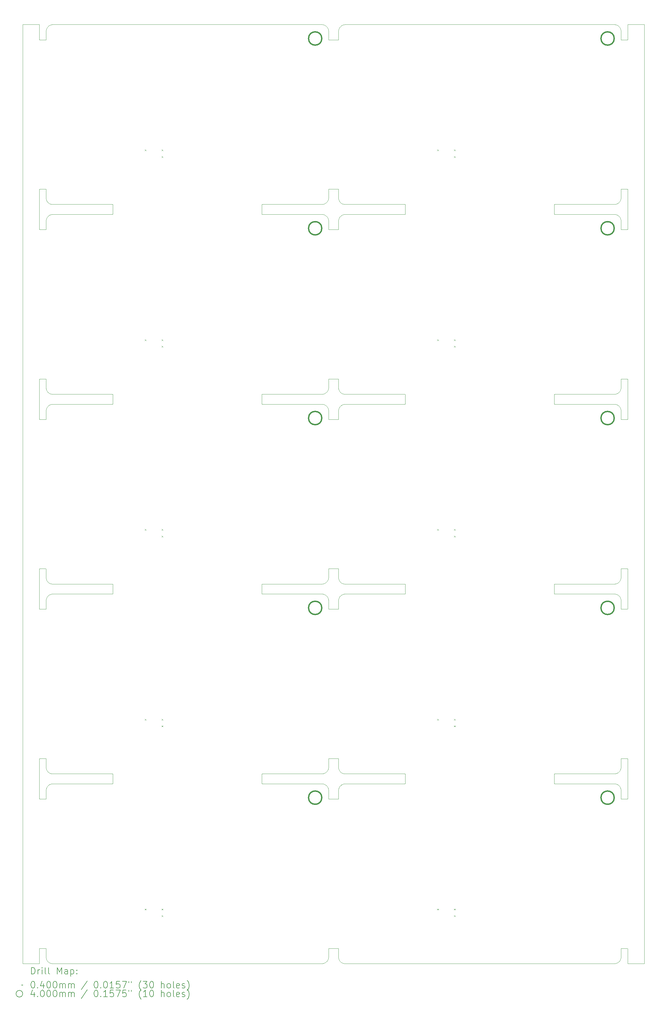
<source format=gbr>
%TF.GenerationSoftware,KiCad,Pcbnew,8.0.5+dfsg-1*%
%TF.CreationDate,2024-09-24T14:54:04+01:00*%
%TF.ProjectId,business card-generic-panel,62757369-6e65-4737-9320-636172642d67,rev?*%
%TF.SameCoordinates,Original*%
%TF.FileFunction,Drillmap*%
%TF.FilePolarity,Positive*%
%FSLAX45Y45*%
G04 Gerber Fmt 4.5, Leading zero omitted, Abs format (unit mm)*
G04 Created by KiCad (PCBNEW 8.0.5+dfsg-1) date 2024-09-24 14:54:04*
%MOMM*%
%LPD*%
G01*
G04 APERTURE LIST*
%ADD10C,0.100000*%
%ADD11C,0.200000*%
%ADD12C,0.400000*%
G04 APERTURE END LIST*
D10*
X14621078Y-2042439D02*
X14612984Y-2036496D01*
X23486704Y-7807016D02*
X23480761Y-7798922D01*
X14537827Y-30295812D02*
X14547609Y-30293542D01*
X23721891Y-25335190D02*
X23721631Y-25335600D01*
X14527444Y-7722327D02*
X14517483Y-7721058D01*
X14586173Y-19180713D02*
X14577048Y-19176521D01*
X23720735Y-19616748D02*
X23720400Y-19617100D01*
X23390690Y-24567304D02*
X23400015Y-24563579D01*
X15203262Y-19160000D02*
X15203138Y-19160002D01*
X6179127Y-7892555D02*
X6177858Y-7902517D01*
X15162173Y-13444188D02*
X15152391Y-13446458D01*
X21516833Y-24581169D02*
X21517267Y-24580950D01*
X23714853Y-6960107D02*
X23715331Y-6960190D01*
X6189100Y-18731635D02*
X6192706Y-18740661D01*
X23480761Y-13061078D02*
X23486704Y-13052984D01*
X14537579Y-2004137D02*
X14527695Y-2002365D01*
X15078920Y-24922441D02*
X15078724Y-24922593D01*
X23497725Y-19264697D02*
X23497604Y-19264480D01*
X23533101Y-6960000D02*
X23713399Y-6960000D01*
X5977279Y-2453435D02*
X5977126Y-2452974D01*
X8187821Y-19153435D02*
X8187646Y-19153889D01*
X21520047Y-13439893D02*
X21519569Y-13439810D01*
X14595303Y-13114525D02*
X14595520Y-13114404D01*
X23523200Y-25330099D02*
X23523200Y-25083263D01*
X23523626Y-2452974D02*
X23523497Y-2452505D01*
X23523200Y-24129901D02*
X23523212Y-24129414D01*
X6232637Y-7783296D02*
X6225905Y-7790747D01*
X14704002Y-24121948D02*
X14704400Y-24121668D01*
X23523626Y-18407026D02*
X23523779Y-18406565D01*
X6192806Y-24460894D02*
X6196864Y-24469726D01*
X14650896Y-18789251D02*
X14651058Y-18789063D01*
X23516679Y-18707852D02*
X23516741Y-18707612D01*
X23717633Y-8179049D02*
X23717188Y-8179246D01*
X6175131Y-13895600D02*
X6174852Y-13895997D01*
X17009353Y-13143619D02*
X17009652Y-13144002D01*
X14700950Y-13894333D02*
X14700754Y-13893888D01*
X23400248Y-13123479D02*
X23409373Y-13119287D01*
X21514500Y-7422900D02*
X21514852Y-7422565D01*
X15101430Y-30275324D02*
X15110046Y-30279824D01*
X12690647Y-13436380D02*
X12690348Y-13435997D01*
X6176693Y-29848447D02*
X6176752Y-29848930D01*
X6305403Y-13127787D02*
X6314600Y-13130931D01*
X14700012Y-12689414D02*
X14700048Y-12688930D01*
X14690641Y-30157748D02*
X14690715Y-30157511D01*
X23523779Y-29846565D02*
X23523954Y-29846111D01*
X5980319Y-8177753D02*
X5979951Y-8177435D01*
X14994333Y-25339049D02*
X14993888Y-25339246D01*
X14679175Y-7833600D02*
X14674526Y-7824699D01*
X23718067Y-19618831D02*
X23717633Y-19619049D01*
X15002254Y-24412835D02*
X15002292Y-24413081D01*
X5978648Y-2455997D02*
X5978368Y-2455600D01*
X6286848Y-7399825D02*
X6287071Y-7399935D01*
X23519012Y-25042173D02*
X23516742Y-25032391D01*
X23519063Y-24417579D02*
X23520834Y-24407695D01*
X8186153Y-18863620D02*
X8186452Y-18864003D01*
X15004188Y-25042175D02*
X15004138Y-25042418D01*
X21511600Y-24870099D02*
X21511600Y-24589901D01*
X15123182Y-7736422D02*
X15122954Y-7736520D01*
X23418501Y-2025474D02*
X23409600Y-2020825D01*
X15095821Y-2030692D02*
X15095611Y-2030824D01*
X15076261Y-24538736D02*
X15076457Y-24538888D01*
X5976712Y-24129414D02*
X5976748Y-24128930D01*
X21513548Y-24584002D02*
X21513847Y-24583619D01*
X15182766Y-19161033D02*
X15182519Y-19161058D01*
X17006367Y-18861169D02*
X17006790Y-18861409D01*
X12692800Y-7718331D02*
X12692402Y-7718052D01*
X5981100Y-29841668D02*
X5981510Y-29841408D01*
X5980319Y-25337753D02*
X5979951Y-25337435D01*
X15024677Y-24478572D02*
X15024798Y-24478789D01*
X15076261Y-30258736D02*
X15076457Y-30258888D01*
X14567252Y-7732608D02*
X14557750Y-7729360D01*
X12690348Y-19155997D02*
X12690068Y-19155600D01*
X23528010Y-24121408D02*
X23528433Y-24121169D01*
X5978648Y-25335997D02*
X5978368Y-25335600D01*
X23522167Y-13622766D02*
X23522142Y-13622519D01*
X14612982Y-7756494D02*
X14612778Y-7756352D01*
X6196865Y-18749729D02*
X6196975Y-18749952D01*
X8187646Y-19153889D02*
X8187449Y-19154333D01*
X14700000Y-29849901D02*
X14700012Y-29849414D01*
X14992031Y-25339810D02*
X14991553Y-25339893D01*
X14705233Y-2458831D02*
X14704810Y-2458591D01*
X6172400Y-29841668D02*
X6172797Y-29841948D01*
X23467363Y-7356704D02*
X23474095Y-7349253D01*
X6225740Y-13510939D02*
X6219394Y-13518722D01*
X6167386Y-29840012D02*
X6167870Y-29840048D01*
X6192707Y-13020664D02*
X6192805Y-13020892D01*
X23720400Y-12682900D02*
X23720735Y-12683251D01*
X8179953Y-7719893D02*
X8179470Y-7719952D01*
X5981510Y-6961408D02*
X5981933Y-6961169D01*
X14595520Y-24905596D02*
X14595303Y-24905475D01*
X6166899Y-19620000D02*
X5986601Y-19620000D01*
X23523497Y-25332505D02*
X23523390Y-25332031D01*
X14998591Y-2455190D02*
X14998331Y-2455600D01*
X21512769Y-24874767D02*
X21512551Y-24874333D01*
X21517711Y-7719246D02*
X21517267Y-7719049D01*
X23717188Y-24120754D02*
X23717633Y-24120950D01*
X14999952Y-29848930D02*
X14999988Y-29849414D01*
X23435978Y-30263647D02*
X23436182Y-30263506D01*
X6176788Y-19610586D02*
X6176752Y-19611070D01*
X12694511Y-7420754D02*
X12694965Y-7420579D01*
X15036351Y-7807224D02*
X15030825Y-7815609D01*
X5977126Y-2452974D02*
X5976997Y-2452505D01*
X23467190Y-24516886D02*
X23467361Y-24516706D01*
X15076261Y-7378736D02*
X15076457Y-7378888D01*
X14708930Y-18400048D02*
X14709414Y-18400012D01*
X6170235Y-12680579D02*
X6170688Y-12680754D01*
X15025596Y-7824480D02*
X15025475Y-7824697D01*
X23531647Y-2459893D02*
X23531169Y-2459810D01*
X14557509Y-19169284D02*
X14547854Y-19166522D01*
X14693542Y-12987609D02*
X14695812Y-12977827D01*
X14700950Y-2454333D02*
X14700754Y-2453889D01*
X23525447Y-19616380D02*
X23525148Y-19615997D01*
X23723300Y-19610099D02*
X23723288Y-19610586D01*
X23713399Y-12680000D02*
X23713886Y-12680012D01*
X14698941Y-25062517D02*
X14697673Y-25052555D01*
X6189013Y-24451399D02*
X6189099Y-24451632D01*
X23427589Y-19190824D02*
X23427378Y-19190693D01*
X14683479Y-2122952D02*
X14679287Y-2113827D01*
X5977869Y-8174767D02*
X5977650Y-8174333D01*
X14537579Y-7724137D02*
X14527695Y-7722365D01*
X17007980Y-19157753D02*
X17007597Y-19158052D01*
X14709901Y-24120000D02*
X14990099Y-24120000D01*
X17001699Y-7720000D02*
X15203263Y-7720000D01*
X23720048Y-12682565D02*
X23720400Y-12682900D01*
X6213151Y-2087224D02*
X6207625Y-2095609D01*
X14687391Y-2132745D02*
X14687305Y-2132512D01*
X21513847Y-13436380D02*
X21513548Y-13435997D01*
X14999049Y-13894333D02*
X14998831Y-13894767D01*
X23523779Y-18406565D02*
X23523954Y-18406111D01*
X23452451Y-2049104D02*
X23452263Y-2048942D01*
X21513548Y-13144002D02*
X21513847Y-13143619D01*
X23715805Y-18400297D02*
X23716274Y-18400426D01*
X23523497Y-2452505D02*
X23523390Y-2452031D01*
X5979265Y-8176748D02*
X5978947Y-8176380D01*
X23722546Y-13893888D02*
X23722349Y-13894333D01*
X15008993Y-18721960D02*
X15009068Y-18722197D01*
X14701948Y-6964002D02*
X14702247Y-6963619D01*
X15092620Y-7390137D02*
X15092830Y-7390268D01*
X8188210Y-7712031D02*
X8188103Y-7712505D01*
X8180431Y-13439810D02*
X8179953Y-13439893D01*
X5979600Y-29842900D02*
X5979951Y-29842565D01*
X6231064Y-30238863D02*
X6237937Y-30245736D01*
X6176221Y-19613435D02*
X6176046Y-19613889D01*
X14993435Y-8179421D02*
X14992974Y-8179574D01*
X14707494Y-13899703D02*
X14707026Y-13899574D01*
X23530694Y-19619703D02*
X23530226Y-19619574D01*
X17007597Y-19158052D02*
X17007200Y-19158332D01*
X21512769Y-7714767D02*
X21512551Y-7714333D01*
X6363806Y-18859751D02*
X6373587Y-18859998D01*
X15016421Y-7843184D02*
X15012696Y-7852510D01*
X5978368Y-18404400D02*
X5978648Y-18404003D01*
X15047573Y-7351467D02*
X15054090Y-7358679D01*
X17011410Y-13432031D02*
X17011303Y-13432505D01*
X6174553Y-29843619D02*
X6174852Y-29844002D01*
X14702900Y-29842900D02*
X14703251Y-29842565D01*
X14704810Y-18401409D02*
X14705233Y-18401169D01*
X23502375Y-19273600D02*
X23497726Y-19264699D01*
X23713886Y-12680012D02*
X23714370Y-12680048D01*
X23519012Y-7882173D02*
X23516742Y-7872391D01*
X15157349Y-7415993D02*
X15166917Y-7417708D01*
X15006256Y-12992370D02*
X15006318Y-12992610D01*
X23718900Y-13898331D02*
X23718490Y-13898591D01*
X21513847Y-7716380D02*
X21513548Y-7715997D01*
X14701668Y-6964400D02*
X14701948Y-6964002D01*
X15000000Y-13643263D02*
X15000000Y-13890099D01*
X15166919Y-7417708D02*
X15167165Y-7417746D01*
X14679175Y-19273600D02*
X14674526Y-19264699D01*
X5984194Y-12680297D02*
X5984669Y-12680190D01*
X23340431Y-7721033D02*
X23330418Y-7720270D01*
X14701948Y-24124002D02*
X14702247Y-24123619D01*
X6183321Y-25032148D02*
X6183259Y-25032388D01*
X21513268Y-13144400D02*
X21513548Y-13144002D01*
X23719680Y-13897753D02*
X23719297Y-13898052D01*
X12698301Y-18860000D02*
X14496737Y-18860000D01*
X14990586Y-19619988D02*
X14990099Y-19620000D01*
X23371052Y-13446521D02*
X23370812Y-13446459D01*
X23525447Y-8176380D02*
X23525148Y-8175997D01*
X17006790Y-24581408D02*
X17007200Y-24581668D01*
X6173548Y-25337435D02*
X6173180Y-25337753D01*
X6272621Y-7750692D02*
X6272411Y-7750824D01*
X14644161Y-2063294D02*
X14643990Y-2063114D01*
X14705667Y-18400951D02*
X14706111Y-18400754D01*
X15000249Y-7232996D02*
X15000262Y-7233244D01*
X23722349Y-19614333D02*
X23722131Y-19614767D01*
X15172305Y-19162366D02*
X15162421Y-19164137D01*
X17011600Y-13430099D02*
X17011588Y-13430586D01*
X6206531Y-24487169D02*
X6206663Y-24487380D01*
X15157349Y-13135993D02*
X15166917Y-13137708D01*
X23526100Y-18402900D02*
X23526451Y-18402565D01*
X14703619Y-18402247D02*
X14704002Y-18401948D01*
X23459904Y-7775837D02*
X23452453Y-7769105D01*
X21513847Y-24876380D02*
X21513548Y-24875997D01*
X23427376Y-13470691D02*
X23418722Y-13465597D01*
X12690068Y-13435600D02*
X12689808Y-13435190D01*
X14700048Y-18408930D02*
X14700107Y-18408447D01*
X21513009Y-13435190D02*
X21512769Y-13434767D01*
X15063112Y-19216012D02*
X15056012Y-19223112D01*
X21517267Y-7420950D02*
X21517711Y-7420754D01*
X17005489Y-24879246D02*
X17005035Y-24879421D01*
X15012608Y-19292747D02*
X15009360Y-19302250D01*
X23522942Y-18666965D02*
X23523198Y-18656863D01*
X23524868Y-2455600D02*
X23524608Y-2455190D01*
X23716274Y-18400426D02*
X23716735Y-18400579D01*
X6180937Y-2162421D02*
X6179165Y-2172305D01*
X5979265Y-13896748D02*
X5978947Y-13896380D01*
X14700426Y-13892974D02*
X14700297Y-13892505D01*
X23523390Y-18407969D02*
X23523497Y-18407495D01*
X15152388Y-7726459D02*
X15152148Y-7726521D01*
X5976807Y-2451553D02*
X5976748Y-2451070D01*
X6263816Y-2036496D02*
X6255722Y-2042439D01*
X15193032Y-19160258D02*
X15192784Y-19160270D01*
X5982811Y-13899246D02*
X5982367Y-13899049D01*
X14695862Y-7882418D02*
X14695812Y-7882175D01*
X14604176Y-2030691D02*
X14595522Y-2025597D01*
X23444280Y-18817559D02*
X23444476Y-18817407D01*
X17011303Y-7712505D02*
X17011174Y-7712974D01*
X6173548Y-8177435D02*
X6173180Y-8177753D01*
X14991070Y-2459952D02*
X14990586Y-2459988D01*
X14700000Y-12936737D02*
X14700000Y-12689901D01*
X12697330Y-18860048D02*
X12697814Y-18860012D01*
X6290400Y-13460825D02*
X6281499Y-13465474D01*
X6168831Y-2459810D02*
X6168353Y-2459893D01*
X15182517Y-7721058D02*
X15172555Y-7722327D01*
X23418722Y-7394403D02*
X23427376Y-7389309D01*
X15016520Y-2122954D02*
X15016422Y-2123182D01*
X15101430Y-24555324D02*
X15110046Y-24559824D01*
X8178986Y-7420012D02*
X8179470Y-7420048D01*
X6176374Y-19612974D02*
X6176221Y-19613435D01*
X23522142Y-24397480D02*
X23522167Y-24397234D01*
X23380709Y-2009284D02*
X23371054Y-2006521D01*
X14547609Y-19166458D02*
X14537827Y-19164188D01*
X6196976Y-30189954D02*
X6201476Y-30198569D01*
X23350892Y-2002365D02*
X23350647Y-2002327D01*
X15196913Y-13140000D02*
X17001699Y-13140000D01*
X14999246Y-25333888D02*
X14999049Y-25334333D01*
X15104477Y-13465597D02*
X15095824Y-13470691D01*
X23722874Y-6967026D02*
X23723003Y-6967494D01*
X21511612Y-7429414D02*
X21511648Y-7428930D01*
X14577046Y-13456520D02*
X14576818Y-13456422D01*
X23723193Y-13891553D02*
X23723110Y-13892031D01*
X15128603Y-7407787D02*
X15137800Y-7410931D01*
X6177049Y-24392996D02*
X6177062Y-24393244D01*
X6173900Y-13897100D02*
X6173548Y-13897435D01*
X17008700Y-18862900D02*
X17009035Y-18863252D01*
X14700190Y-2452031D02*
X14700107Y-2451553D01*
X8178986Y-13439988D02*
X8178499Y-13440000D01*
X23506779Y-7296815D02*
X23510504Y-7287490D01*
X23722131Y-25334767D02*
X23721891Y-25335190D01*
X14994767Y-6961169D02*
X14995190Y-6961408D01*
X14577046Y-7736520D02*
X14576818Y-7736422D01*
X14707969Y-12680190D02*
X14708447Y-12680107D01*
X15104697Y-13465475D02*
X15104480Y-13465596D01*
X14679286Y-19273825D02*
X14679176Y-19273602D01*
X6179092Y-24413083D02*
X6180807Y-24422651D01*
X23427591Y-30269175D02*
X23435976Y-30263649D01*
X15147632Y-18853745D02*
X15157101Y-18855942D01*
X14674526Y-13035301D02*
X14679175Y-13026400D01*
X23400246Y-2016520D02*
X23400018Y-2016422D01*
X15203262Y-24880000D02*
X15203138Y-24880001D01*
X21521014Y-24879988D02*
X21520530Y-24879952D01*
X15016006Y-7300894D02*
X15020064Y-7309726D01*
X6189495Y-7852512D02*
X6189409Y-7852745D01*
X14700754Y-2453889D02*
X14700579Y-2453435D01*
X14527447Y-13137672D02*
X14527692Y-13137635D01*
X6247547Y-19209105D02*
X6240096Y-19215837D01*
X23714853Y-25339893D02*
X23714370Y-25339952D01*
X6353861Y-13139000D02*
X6363553Y-13139738D01*
X23350644Y-7722327D02*
X23340683Y-7721058D01*
X8188210Y-19152031D02*
X8188103Y-19152505D01*
X12690068Y-18864400D02*
X12690348Y-18864003D01*
X23526451Y-8177435D02*
X23526100Y-8177100D01*
X17007980Y-24582247D02*
X17008348Y-24582565D01*
X6309545Y-24892609D02*
X6309312Y-24892695D01*
X5984669Y-25339810D02*
X5984194Y-25339703D01*
X14703251Y-6962565D02*
X14703619Y-6962247D01*
X8180905Y-24879703D02*
X8180431Y-24879810D01*
X23715331Y-18400190D02*
X23715805Y-18400297D01*
X23380709Y-13449284D02*
X23371054Y-13446521D01*
X21512551Y-13434333D02*
X21512354Y-13433888D01*
X14506965Y-7720257D02*
X14496863Y-7720002D01*
X14697672Y-13612553D02*
X14697635Y-13612308D01*
X8188352Y-7711070D02*
X8188293Y-7711553D01*
X23492507Y-19255822D02*
X23492376Y-19255611D01*
X5976700Y-29849901D02*
X5976712Y-29849414D01*
X12694965Y-13140579D02*
X12695426Y-13140426D01*
X5976997Y-12687494D02*
X5977126Y-12687026D01*
X12689569Y-24874767D02*
X12689350Y-24874333D01*
X23523248Y-19611070D02*
X23523212Y-19610586D01*
X14999421Y-19613435D02*
X14999246Y-19613889D01*
X15172305Y-2002365D02*
X15162421Y-2004137D01*
X6172797Y-8178052D02*
X6172400Y-8178331D01*
X23370812Y-30293541D02*
X23371052Y-30293479D01*
X15012300Y-13011635D02*
X15015906Y-13020661D01*
X23444476Y-19202593D02*
X23444280Y-19202441D01*
X14703619Y-2457753D02*
X14703251Y-2457435D01*
X14604389Y-2030824D02*
X14604178Y-2030692D01*
X6349105Y-13442365D02*
X6339221Y-13444137D01*
X21513847Y-19156380D02*
X21513548Y-19155997D01*
X23529311Y-25339246D02*
X23528867Y-25339049D01*
X23716274Y-19619574D02*
X23715805Y-19619703D01*
X12690965Y-7716748D02*
X12690647Y-7716380D01*
X23721891Y-13895190D02*
X23721631Y-13895600D01*
X8185148Y-24877435D02*
X8184780Y-24877753D01*
X15001026Y-7243191D02*
X15002254Y-7252833D01*
X17008700Y-13142900D02*
X17009035Y-13143251D01*
X14701408Y-8175190D02*
X14701169Y-8174767D01*
X23523954Y-8173888D02*
X23523779Y-8173435D01*
X12693210Y-24878591D02*
X12692800Y-24878331D01*
X6319049Y-13449360D02*
X6309547Y-13452608D01*
X6202396Y-13544480D02*
X6202275Y-13544697D01*
X5977126Y-18407026D02*
X5977279Y-18406565D01*
X14707494Y-19619703D02*
X14707026Y-19619574D01*
X23524150Y-2454333D02*
X23523954Y-2453889D01*
X14557511Y-18850715D02*
X14557748Y-18850641D01*
X5984194Y-25339703D02*
X5983726Y-25339574D01*
X15000249Y-30112996D02*
X15000262Y-30113244D01*
X15004188Y-7882175D02*
X15004138Y-7882418D01*
X15002292Y-24413083D02*
X15004007Y-24422651D01*
X6319049Y-2009360D02*
X6309547Y-2012608D01*
X23320063Y-13139998D02*
X23330165Y-13139742D01*
X5977869Y-2454767D02*
X5977650Y-2454333D01*
X12694965Y-19159421D02*
X12694511Y-19159246D01*
X12693210Y-13141408D02*
X12693633Y-13141169D01*
X6329188Y-7726459D02*
X6328948Y-7726521D01*
X6176788Y-29849414D02*
X6176800Y-29849901D01*
X14612776Y-19196351D02*
X14604391Y-19190825D01*
X21514852Y-24877435D02*
X21514500Y-24877100D01*
X5979951Y-12682565D02*
X5980319Y-12682247D01*
X21512769Y-19154767D02*
X21512551Y-19154333D01*
X14595520Y-13465596D02*
X14595303Y-13465475D01*
X23717633Y-24120950D02*
X23718067Y-24121169D01*
X14700297Y-25332505D02*
X14700190Y-25332031D01*
X14991553Y-13899893D02*
X14991070Y-13899952D01*
X14683579Y-13016815D02*
X14687304Y-13007490D01*
X15187006Y-18859751D02*
X15196787Y-18859998D01*
X21512769Y-13434767D02*
X21512551Y-13434333D01*
X17004574Y-13439574D02*
X17004105Y-13439703D01*
X23435976Y-13476351D02*
X23427591Y-13470825D01*
X5976712Y-2450586D02*
X5976700Y-2450099D01*
X6176374Y-18407026D02*
X6176503Y-18407495D01*
X15157349Y-30295993D02*
X15166917Y-30297708D01*
X6172400Y-6961668D02*
X6172797Y-6961948D01*
X15047410Y-30231276D02*
X15047572Y-30231465D01*
X15012213Y-24451399D02*
X15012299Y-24451632D01*
X14700950Y-29845667D02*
X14701169Y-29845233D01*
X5985630Y-2459952D02*
X5985147Y-2459893D01*
X23721352Y-24124002D02*
X23721631Y-24124400D01*
X14996748Y-6962565D02*
X14997100Y-6962900D01*
X6206664Y-30207382D02*
X6212013Y-30215498D01*
X6180937Y-13602421D02*
X6179165Y-13612305D01*
X14683479Y-19282952D02*
X14679287Y-19273827D01*
X6245335Y-18812428D02*
X6245523Y-18812590D01*
X14700000Y-19610099D02*
X14700000Y-19363263D01*
X14629251Y-2049104D02*
X14629063Y-2048942D01*
X23525447Y-18403620D02*
X23525765Y-18403252D01*
X6176046Y-18406111D02*
X6176221Y-18406565D01*
X14595303Y-30274525D02*
X14595520Y-30274404D01*
X6177057Y-2193035D02*
X6176802Y-2203137D01*
X15078722Y-7762594D02*
X15070939Y-7768940D01*
X14999893Y-19611553D02*
X14999810Y-19612031D01*
X17011021Y-13433435D02*
X17010846Y-13433888D01*
X5978947Y-2456380D02*
X5978648Y-2455997D01*
X15113825Y-24900714D02*
X15113602Y-24900824D01*
X6167870Y-18400048D02*
X6168353Y-18400107D01*
X23330416Y-24880270D02*
X23330168Y-24880258D01*
X21512026Y-7427026D02*
X21512179Y-7426565D01*
X14604389Y-19190824D02*
X14604178Y-19190693D01*
X6261096Y-7384644D02*
X6261299Y-7384785D01*
X14507216Y-24880270D02*
X14506968Y-24880258D01*
X15157103Y-13135942D02*
X15157346Y-13135992D01*
X17010191Y-24584810D02*
X17010431Y-24585233D01*
X14577046Y-24896520D02*
X14576818Y-24896422D01*
X8184000Y-24581668D02*
X8184397Y-24581948D01*
X14577048Y-30283479D02*
X14586173Y-30279287D01*
X6212158Y-18775706D02*
X6217911Y-18783541D01*
X6180808Y-7262653D02*
X6180858Y-7262896D01*
X6328946Y-24886521D02*
X6319291Y-24889284D01*
X12690965Y-13436748D02*
X12690647Y-13436380D01*
X14690715Y-25022489D02*
X14690641Y-25022252D01*
X5977279Y-29846565D02*
X5977454Y-29846111D01*
X17010846Y-7426111D02*
X17011021Y-7426565D01*
X14586175Y-30279286D02*
X14586398Y-30279176D01*
X14674525Y-13544697D02*
X14674404Y-13544480D01*
X14998331Y-13895600D02*
X14998052Y-13895997D01*
X14636704Y-24935837D02*
X14629253Y-24929105D01*
X14612776Y-24916351D02*
X14604391Y-24910825D01*
X12697814Y-18860012D02*
X12698301Y-18860000D01*
X6193221Y-19283185D02*
X6189496Y-19292510D01*
X23400015Y-2016421D02*
X23390690Y-2012696D01*
X17008348Y-24582565D02*
X17008700Y-24582900D01*
X14709901Y-29840000D02*
X14990099Y-29840000D01*
X15001026Y-18683191D02*
X15002254Y-18692833D01*
X14700000Y-19363262D02*
X14699998Y-19363138D01*
X17011600Y-24589901D02*
X17011600Y-24870099D01*
X14517483Y-13138941D02*
X14527444Y-13137673D01*
X6224373Y-30231467D02*
X6230890Y-30238679D01*
X17009353Y-7423619D02*
X17009652Y-7424002D01*
X5976748Y-29848930D02*
X5976807Y-29848447D01*
X23722874Y-29847026D02*
X23723003Y-29847494D01*
X17001699Y-13140000D02*
X17002186Y-13140012D01*
X15092833Y-18830270D02*
X15101209Y-18835201D01*
X14651058Y-13510937D02*
X14650896Y-13510749D01*
X23525765Y-12683251D02*
X23526100Y-12682900D01*
X14993435Y-6960579D02*
X14993888Y-6960754D01*
X21512354Y-7713888D02*
X21512179Y-7713435D01*
X14999421Y-29846565D02*
X14999574Y-29847026D01*
X14567255Y-18847391D02*
X14567488Y-18847305D01*
X23523212Y-8170586D02*
X23523200Y-8170099D01*
X14991070Y-12680048D02*
X14991553Y-12680107D01*
X21511790Y-24872031D02*
X21511707Y-24871553D01*
X6240094Y-7775839D02*
X6239914Y-7776010D01*
X6295908Y-18843995D02*
X6296136Y-18844093D01*
X23474096Y-30229251D02*
X23474258Y-30229063D01*
X12694511Y-7719246D02*
X12694067Y-7719049D01*
X23526451Y-6962565D02*
X23526819Y-6962247D01*
X14994333Y-6960950D02*
X14994767Y-6961169D01*
X23722874Y-24127026D02*
X23723003Y-24127494D01*
X6168353Y-24120107D02*
X6168831Y-24120190D01*
X17011021Y-7426565D02*
X17011174Y-7427026D01*
X14999703Y-18407495D02*
X14999810Y-18407969D01*
X14576818Y-30283578D02*
X14577046Y-30283480D01*
X23721053Y-2456380D02*
X23720735Y-2456748D01*
X6183056Y-30152370D02*
X6183118Y-30152610D01*
X21517267Y-19159049D02*
X21516833Y-19158831D01*
X6253061Y-13098736D02*
X6253257Y-13098888D01*
X23524369Y-12685233D02*
X23524608Y-12684810D01*
X8187821Y-7713435D02*
X8187646Y-7713888D01*
X14669175Y-7815609D02*
X14663649Y-7807224D01*
X6166899Y-25340000D02*
X5986601Y-25340000D01*
X21514500Y-19157100D02*
X21514165Y-19156748D01*
X6237939Y-24525738D02*
X6238119Y-24525909D01*
X14687392Y-30167252D02*
X14690640Y-30157750D01*
X23714370Y-19619952D02*
X23713886Y-19619988D01*
X21521501Y-24580000D02*
X23319937Y-24580000D01*
X12688507Y-7428447D02*
X12688590Y-7427969D01*
X6172797Y-25338052D02*
X6172400Y-25338331D01*
X15002254Y-12972835D02*
X15002292Y-12973081D01*
X23524608Y-6964810D02*
X23524868Y-6964400D01*
X23523248Y-2451070D02*
X23523212Y-2450586D01*
X6169305Y-2459703D02*
X6168831Y-2459810D01*
X15049104Y-19230749D02*
X15048942Y-19230937D01*
X6175631Y-12685233D02*
X6175849Y-12685667D01*
X14700000Y-2450099D02*
X14700000Y-2203263D01*
X15004008Y-7262653D02*
X15004058Y-7262896D01*
X15001000Y-30122941D02*
X15001026Y-30123188D01*
X23452453Y-18810895D02*
X23459904Y-18804163D01*
X23528010Y-18401409D02*
X23528433Y-18401169D01*
X12688448Y-24588930D02*
X12688507Y-24588447D01*
X23723252Y-25331070D02*
X23723193Y-25331553D01*
X14604391Y-30269175D02*
X14612776Y-30263649D01*
X15061139Y-13085738D02*
X15061319Y-13085909D01*
X21514500Y-13437100D02*
X21514165Y-13436748D01*
X23721352Y-29844002D02*
X23721631Y-29844400D01*
X14698941Y-13622517D02*
X14697673Y-13612555D01*
X17005489Y-13439246D02*
X17005035Y-13439421D01*
X15095821Y-13470692D02*
X15095611Y-13470824D01*
X15182517Y-13441058D02*
X15172555Y-13442327D01*
X23718490Y-25338591D02*
X23718067Y-25338831D01*
X14674404Y-7315520D02*
X14674525Y-7315303D01*
X23390690Y-18847304D02*
X23400015Y-18843579D01*
X23523198Y-2203137D02*
X23522942Y-2193035D01*
X14999421Y-2453435D02*
X14999246Y-2453889D01*
X14699998Y-2203137D02*
X14699742Y-2193035D01*
X23467361Y-19223294D02*
X23467190Y-19223114D01*
X6359566Y-7721033D02*
X6359319Y-7721058D01*
X14701668Y-18404400D02*
X14701948Y-18404003D01*
X15128368Y-7407700D02*
X15128600Y-7407787D01*
X6324432Y-13133745D02*
X6333901Y-13135942D01*
X23529765Y-25339421D02*
X23529311Y-25339246D01*
X23520834Y-7892305D02*
X23519063Y-7882421D01*
X23340680Y-13441058D02*
X23340434Y-13441033D01*
X14699742Y-19353032D02*
X14699730Y-19352784D01*
X12688412Y-24870586D02*
X12688400Y-24870099D01*
X15000001Y-25083138D02*
X15000000Y-25083262D01*
X14693541Y-2152388D02*
X14693479Y-2152148D01*
X6172400Y-13898331D02*
X6171990Y-13898591D01*
X14687304Y-7852510D02*
X14683579Y-7843184D01*
X23722874Y-8172974D02*
X23722721Y-8173435D01*
X23519062Y-25042418D02*
X23519012Y-25042175D01*
X8188388Y-24589414D02*
X8188400Y-24589901D01*
X14537827Y-13135812D02*
X14547609Y-13133542D01*
X6343719Y-18857708D02*
X6343965Y-18857746D01*
X14997753Y-8176380D02*
X14997435Y-8176748D01*
X8185148Y-19157435D02*
X8184780Y-19157753D01*
X23516678Y-7872146D02*
X23513916Y-7862491D01*
X23717633Y-13899049D02*
X23717188Y-13899246D01*
X15187006Y-7419750D02*
X15196787Y-7419998D01*
X14707969Y-19619810D02*
X14707494Y-19619703D01*
X12689154Y-18866111D02*
X12689350Y-18865667D01*
X23409373Y-2020713D02*
X23400248Y-2016521D01*
X6176693Y-24128447D02*
X6176752Y-24128930D01*
X14707026Y-29840426D02*
X14707494Y-29840297D01*
X5981100Y-8178331D02*
X5980702Y-8178052D01*
X14999421Y-6966565D02*
X14999574Y-6967026D01*
X8181835Y-13439421D02*
X8181374Y-13439574D01*
X14697635Y-24407692D02*
X14697672Y-24407447D01*
X14998831Y-29845233D02*
X14999049Y-29845667D01*
X23523954Y-29846111D02*
X23524150Y-29845667D01*
X14567255Y-7407391D02*
X14567488Y-7407305D01*
X12688400Y-13430099D02*
X12688400Y-13149901D01*
X23716274Y-6960426D02*
X23716735Y-6960579D01*
X14657407Y-18781276D02*
X14657559Y-18781080D01*
X23418503Y-18834525D02*
X23418720Y-18834404D01*
X6202396Y-7824480D02*
X6202275Y-7824697D01*
X15042439Y-24958922D02*
X15036496Y-24967016D01*
X21521501Y-13440000D02*
X21521014Y-13439988D01*
X6174553Y-18403620D02*
X6174852Y-18404003D01*
X14700950Y-18405667D02*
X14701169Y-18405233D01*
X21517267Y-24580950D02*
X21517711Y-24580754D01*
X23502486Y-7833825D02*
X23502376Y-7833602D01*
X23467363Y-18796704D02*
X23474095Y-18789253D01*
X8188103Y-7712505D02*
X8187974Y-7712974D01*
X5976712Y-13890586D02*
X5976700Y-13890099D01*
X15009284Y-2142491D02*
X15006521Y-2152146D01*
X6373588Y-13139998D02*
X6373712Y-13140000D01*
X15000002Y-7223213D02*
X15000249Y-7232994D01*
X14999703Y-29847494D02*
X14999810Y-29847969D01*
X14706111Y-13899246D02*
X14705667Y-13899049D01*
X23530694Y-13899703D02*
X23530226Y-13899574D01*
X5984194Y-18400297D02*
X5984669Y-18400190D01*
X6319289Y-2009285D02*
X6319052Y-2009359D01*
X14702565Y-25336748D02*
X14702247Y-25336380D01*
X8188210Y-24872031D02*
X8188103Y-24872505D01*
X6176374Y-25332974D02*
X6176221Y-25333435D01*
X6183321Y-13592148D02*
X6183259Y-13592388D01*
X8183167Y-7421169D02*
X8183590Y-7421408D01*
X23516679Y-7267852D02*
X23516741Y-7267612D01*
X8179953Y-18860107D02*
X8180431Y-18860190D01*
X6359566Y-2001033D02*
X6359319Y-2001058D01*
X14621276Y-13482593D02*
X14621080Y-13482441D01*
X23528433Y-24121169D02*
X23528867Y-24120950D01*
X17006367Y-24878831D02*
X17005933Y-24879049D01*
X15152388Y-2006459D02*
X15152148Y-2006521D01*
X23723193Y-6968447D02*
X23723252Y-6968930D01*
X14612984Y-24543504D02*
X14621078Y-24537561D01*
X17002186Y-13140012D02*
X17002670Y-13140048D01*
X14547852Y-2006521D02*
X14547612Y-2006459D01*
X23409375Y-7399286D02*
X23409598Y-7399176D01*
X21519095Y-13140297D02*
X21519569Y-13140190D01*
X8188388Y-19150586D02*
X8188352Y-19151070D01*
X23409598Y-19180824D02*
X23409375Y-19180714D01*
X6175391Y-19615190D02*
X6175131Y-19615600D01*
X15070937Y-13488942D02*
X15070749Y-13489104D01*
X21520530Y-24879952D02*
X21520047Y-24879893D01*
X17003153Y-24879893D02*
X17002670Y-24879952D01*
X14699730Y-18667216D02*
X14699742Y-18666968D01*
X23528867Y-6960950D02*
X23529311Y-6960754D01*
X14663506Y-18772982D02*
X14663647Y-18772778D01*
X6219239Y-7798922D02*
X6213296Y-7807016D01*
X14995997Y-12681948D02*
X14996380Y-12682247D01*
X8181835Y-13140579D02*
X8182288Y-13140754D01*
X21520047Y-7719893D02*
X21519569Y-7719810D01*
X15002327Y-7892555D02*
X15001058Y-7902517D01*
X15029864Y-13047382D02*
X15035213Y-13055498D01*
X14557511Y-30290715D02*
X14557748Y-30290641D01*
X15101211Y-13115202D02*
X15101428Y-13115322D01*
X15061321Y-18805910D02*
X15068533Y-18812427D01*
X5976748Y-8171070D02*
X5976712Y-8170586D01*
X14707026Y-13899574D02*
X14706565Y-13899421D01*
X6202274Y-19264699D02*
X6197625Y-19273600D01*
X6218066Y-7343741D02*
X6224208Y-7351274D01*
X6167870Y-2459952D02*
X6167386Y-2459988D01*
X14586173Y-2020713D02*
X14577048Y-2016521D01*
X23427589Y-2030824D02*
X23427378Y-2030692D01*
X14695862Y-19322418D02*
X14695812Y-19322175D01*
X21516410Y-19158591D02*
X21516000Y-19158332D01*
X23520834Y-25052305D02*
X23519063Y-25042421D01*
X23380709Y-19169284D02*
X23371054Y-19166522D01*
X23513841Y-30157748D02*
X23513915Y-30157511D01*
X6314842Y-13131007D02*
X6324187Y-13133681D01*
X23723300Y-13890099D02*
X23723288Y-13890586D01*
X23715331Y-29840190D02*
X23715805Y-29840297D01*
X6185793Y-18721960D02*
X6185868Y-18722197D01*
X15048940Y-19230939D02*
X15042594Y-19238722D01*
X23718067Y-25338831D02*
X23717633Y-25339049D01*
X14567490Y-13127304D02*
X14576815Y-13123579D01*
X23723252Y-8171070D02*
X23723193Y-8171553D01*
X6183119Y-7272613D02*
X6185793Y-7281958D01*
X15012608Y-13572747D02*
X15009360Y-13582249D01*
X14700426Y-25332974D02*
X14700297Y-25332505D01*
X5977650Y-6965667D02*
X5977869Y-6965233D01*
X17005035Y-24879421D02*
X17004574Y-24879574D01*
X15076459Y-30258889D02*
X15084294Y-30264642D01*
X23474096Y-13069251D02*
X23474258Y-13069063D01*
X23467363Y-24516704D02*
X23474095Y-24509253D01*
X5978108Y-18404810D02*
X5978368Y-18404400D01*
X5981100Y-6961668D02*
X5981510Y-6961408D01*
X14700107Y-24128447D02*
X14700190Y-24127969D01*
X14997435Y-2456748D02*
X14997100Y-2457100D01*
X23523200Y-25083262D02*
X23523198Y-25083138D01*
X23452263Y-30251058D02*
X23452451Y-30250896D01*
X15152388Y-13446459D02*
X15152148Y-13446521D01*
X21515603Y-7718052D02*
X21515220Y-7717753D01*
X23723300Y-2450099D02*
X23723288Y-2450586D01*
X15016006Y-30180894D02*
X15020064Y-30189726D01*
X23525447Y-25336380D02*
X23525148Y-25335997D01*
X17002186Y-7420012D02*
X17002670Y-7420048D01*
X23519062Y-19322418D02*
X23519012Y-19322175D01*
X14993888Y-24120754D02*
X14994333Y-24120950D01*
X14992974Y-24120426D02*
X14993435Y-24120579D01*
X8181374Y-24580426D02*
X8181835Y-24580579D01*
X15029864Y-18767382D02*
X15035213Y-18775498D01*
X14700012Y-6969414D02*
X14700048Y-6968930D01*
X12694511Y-18860754D02*
X12694965Y-18860579D01*
X14517231Y-2001033D02*
X14507218Y-2000270D01*
X23380948Y-24889359D02*
X23380711Y-24889285D01*
X23723193Y-12688447D02*
X23723252Y-12688930D01*
X14998052Y-18404003D02*
X14998331Y-18404400D01*
X6180988Y-2162175D02*
X6180938Y-2162418D01*
X14629251Y-24929104D02*
X14629063Y-24928942D01*
X23486847Y-7807222D02*
X23486706Y-7807018D01*
X8184780Y-24877753D02*
X8184397Y-24878052D01*
X14707969Y-6960190D02*
X14708447Y-6960107D01*
X14695812Y-13602173D02*
X14693542Y-13592391D01*
X23718490Y-18401409D02*
X23718900Y-18401668D01*
X23722546Y-6966111D02*
X23722721Y-6966565D01*
X8187821Y-24873435D02*
X8187646Y-24873888D01*
X15182766Y-13441033D02*
X15182519Y-13441058D01*
X21511612Y-13430586D02*
X21511600Y-13430099D01*
X23721631Y-8175600D02*
X23721352Y-8175997D01*
X23523497Y-29847494D02*
X23523626Y-29847026D01*
X15162173Y-24884188D02*
X15152391Y-24886458D01*
X21514165Y-24876748D02*
X21513847Y-24876380D01*
X6169774Y-12680426D02*
X6170235Y-12680579D01*
X14586173Y-7740713D02*
X14577048Y-7736521D01*
X6173900Y-25337100D02*
X6173548Y-25337435D01*
X17009035Y-13436748D02*
X17008700Y-13437100D01*
X14674526Y-7315301D02*
X14679175Y-7306400D01*
X17009353Y-13436380D02*
X17009035Y-13436748D01*
X15020065Y-7309729D02*
X15020175Y-7309952D01*
X6180858Y-7262899D02*
X6183055Y-7272367D01*
X14994767Y-12681169D02*
X14995190Y-12681408D01*
X14990586Y-24120012D02*
X14991070Y-24120048D01*
X14567488Y-24892695D02*
X14567255Y-24892609D01*
X23486847Y-24967222D02*
X23486706Y-24967018D01*
X5986601Y-12680000D02*
X6166899Y-12680000D01*
X23716274Y-13899574D02*
X23715805Y-13899703D01*
X5976997Y-13892505D02*
X5976890Y-13892031D01*
X23722546Y-18406111D02*
X23722721Y-18406565D01*
X21519569Y-13140190D02*
X21520047Y-13140107D01*
X5983265Y-12680579D02*
X5983726Y-12680426D01*
X15142249Y-2009360D02*
X15132747Y-2012608D01*
X14999810Y-12687969D02*
X14999893Y-12688447D01*
X15000002Y-24383213D02*
X15000249Y-24392994D01*
X12692402Y-24878052D02*
X12692019Y-24877753D01*
X23523954Y-24126111D02*
X23524150Y-24125667D01*
X21511790Y-13147969D02*
X21511897Y-13147494D01*
X14997753Y-18403620D02*
X14998052Y-18404003D01*
X6239912Y-13496012D02*
X6232812Y-13503112D01*
X8188352Y-13148930D02*
X8188388Y-13149414D01*
X6173548Y-13897435D02*
X6173180Y-13897753D01*
X15016520Y-7842954D02*
X15016422Y-7843182D01*
X14683579Y-24456815D02*
X14687304Y-24447490D01*
X6185869Y-13002199D02*
X6189012Y-13011397D01*
X6379937Y-19160002D02*
X6369835Y-19160258D01*
X21517267Y-13439049D02*
X21516833Y-13438831D01*
X23721891Y-2455190D02*
X23721631Y-2455600D01*
X15012300Y-30171635D02*
X15015906Y-30180661D01*
X14701948Y-12684002D02*
X14702247Y-12683619D01*
X15084296Y-30264644D02*
X15084499Y-30264785D01*
X5982811Y-29840754D02*
X5983265Y-29840579D01*
X23721891Y-19615190D02*
X23721631Y-19615600D01*
X21516410Y-7421408D02*
X21516833Y-7421169D01*
X14537825Y-19164188D02*
X14537582Y-19164138D01*
X23506679Y-13562952D02*
X23502487Y-13553827D01*
X6245525Y-7372591D02*
X6253059Y-7378734D01*
X8182733Y-18860951D02*
X8183167Y-18861169D01*
X23459906Y-30244161D02*
X23460086Y-30243990D01*
X23480607Y-18781276D02*
X23480759Y-18781080D01*
X12697814Y-13140012D02*
X12698301Y-13140000D01*
X5977126Y-25332974D02*
X5976997Y-25332505D01*
X14629061Y-2048940D02*
X14621278Y-2042594D01*
X8186153Y-7716380D02*
X8185835Y-7716748D01*
X15167167Y-13137746D02*
X15176809Y-13138974D01*
X6333903Y-13135942D02*
X6334146Y-13135992D01*
X23523200Y-12689901D02*
X23523212Y-12689414D01*
X12688826Y-13432974D02*
X12688697Y-13432505D01*
X6369832Y-13440258D02*
X6369584Y-13440270D01*
X14709901Y-13900000D02*
X14709414Y-13899988D01*
X5985147Y-24120107D02*
X5985630Y-24120048D01*
X6172797Y-18401948D02*
X6173180Y-18402247D01*
X14992031Y-12680190D02*
X14992505Y-12680297D01*
X14643988Y-13503112D02*
X14636888Y-13496012D01*
X14995190Y-12681408D02*
X14995600Y-12681668D01*
X14669176Y-13044389D02*
X14669307Y-13044178D01*
X23723300Y-24129901D02*
X23723300Y-25330099D01*
X14991553Y-2459893D02*
X14991070Y-2459952D01*
X6261096Y-30264644D02*
X6261299Y-30264785D01*
X15172553Y-7722327D02*
X15172308Y-7722365D01*
X21514165Y-13143251D02*
X21514500Y-13142900D01*
X14576815Y-13456421D02*
X14567490Y-13452696D01*
X6176788Y-25330586D02*
X6176752Y-25331070D01*
X12696369Y-7420190D02*
X12696847Y-7420107D01*
X14707969Y-25339810D02*
X14707494Y-25339703D01*
X23497725Y-24984697D02*
X23497604Y-24984480D01*
X6179165Y-19332308D02*
X6179127Y-19332553D01*
X5985630Y-24120048D02*
X5986114Y-24120012D01*
X14527695Y-30297634D02*
X14537579Y-30295863D01*
X15110048Y-24559825D02*
X15110271Y-24559935D01*
X6207624Y-2095611D02*
X6207492Y-2095821D01*
X6269633Y-30270270D02*
X6278009Y-30275201D01*
X6238121Y-30245910D02*
X6245333Y-30252427D01*
X6239912Y-2056012D02*
X6232812Y-2063112D01*
X6179092Y-12973083D02*
X6180807Y-12982651D01*
X14697634Y-13612305D02*
X14695863Y-13602421D01*
X5982367Y-19619049D02*
X5981933Y-19618831D01*
X15001026Y-24403191D02*
X15002254Y-24412833D01*
X6173180Y-29842247D02*
X6173548Y-29842565D01*
X14636886Y-19216010D02*
X14636706Y-19215839D01*
X23528433Y-19618831D02*
X23528010Y-19618591D01*
X14998052Y-25335997D02*
X14997753Y-25336380D01*
X14496862Y-24880001D02*
X14496738Y-24880000D01*
X6176752Y-19611070D02*
X6176693Y-19611553D01*
X12690348Y-7424002D02*
X12690647Y-7423619D01*
X23444476Y-7762593D02*
X23444280Y-7762441D01*
X14704002Y-29841948D02*
X14704400Y-29841668D01*
X15152146Y-24886521D02*
X15142491Y-24889284D01*
X6172400Y-2458332D02*
X6171990Y-2458591D01*
X15035214Y-30215500D02*
X15035356Y-30215704D01*
X8184780Y-7717753D02*
X8184397Y-7718052D01*
X6343967Y-18857746D02*
X6353609Y-18858974D01*
X5978648Y-18404003D02*
X5978947Y-18403620D01*
X8185835Y-24876748D02*
X8185500Y-24877100D01*
X15113825Y-13460714D02*
X15113602Y-13460824D01*
X14995190Y-24121408D02*
X14995600Y-24121668D01*
X23380948Y-13449359D02*
X23380711Y-13449285D01*
X14999421Y-24126565D02*
X14999574Y-24127026D01*
X5976700Y-25330099D02*
X5976700Y-24129901D01*
X14999049Y-12685667D02*
X14999246Y-12686111D01*
X12689808Y-13144810D02*
X12690068Y-13144400D01*
X6172797Y-6961948D02*
X6173180Y-6962247D01*
X6175131Y-19615600D02*
X6174852Y-19615997D01*
X23722721Y-6966565D02*
X23722874Y-6967026D01*
X23531647Y-12680107D02*
X23532130Y-12680048D01*
X17011410Y-19152031D02*
X17011303Y-19152505D01*
X14527695Y-24577634D02*
X14537579Y-24575863D01*
X23723003Y-19612505D02*
X23722874Y-19612974D01*
X23720048Y-24122565D02*
X23720400Y-24122900D01*
X14991070Y-29840048D02*
X14991553Y-29840107D01*
X5977279Y-12686565D02*
X5977454Y-12686111D01*
X15110273Y-18839936D02*
X15119106Y-18843994D01*
X21516833Y-13141169D02*
X21517267Y-13140950D01*
X6176374Y-12687026D02*
X6176503Y-12687494D01*
X14708447Y-25339893D02*
X14707969Y-25339810D01*
X5980319Y-19617753D02*
X5979951Y-19617435D01*
X14621080Y-7377559D02*
X14621276Y-7377407D01*
X6202274Y-24984699D02*
X6197625Y-24993600D01*
X23533101Y-12680000D02*
X23713399Y-12680000D01*
X23720735Y-8176748D02*
X23720400Y-8177100D01*
X23526451Y-19617435D02*
X23526100Y-19617100D01*
X5976890Y-8172031D02*
X5976807Y-8171553D01*
X14586175Y-24559286D02*
X14586398Y-24559176D01*
X17010846Y-13146111D02*
X17011021Y-13146565D01*
X17011303Y-13432505D02*
X17011174Y-13432974D01*
X23486706Y-30212982D02*
X23486847Y-30212778D01*
X6176752Y-18408930D02*
X6176788Y-18409414D01*
X6172400Y-8178331D02*
X6171990Y-8178591D01*
X14994333Y-13899049D02*
X14993888Y-13899246D01*
X5980319Y-13897753D02*
X5979951Y-13897435D01*
X14674525Y-19264697D02*
X14674404Y-19264480D01*
X14998052Y-12684002D02*
X14998331Y-12684400D01*
X5979951Y-8177435D02*
X5979600Y-8177100D01*
X14991553Y-29840107D02*
X14992031Y-29840190D01*
X14995997Y-25338052D02*
X14995600Y-25338331D01*
X15113600Y-13460825D02*
X15104699Y-13465474D01*
X23502376Y-18746398D02*
X23502486Y-18746175D01*
X5984194Y-8179703D02*
X5983726Y-8179574D01*
X5976748Y-6968930D02*
X5976807Y-6968447D01*
X23506779Y-24456815D02*
X23510504Y-24447490D01*
X6183119Y-12992613D02*
X6185793Y-13001958D01*
X15012213Y-13011399D02*
X15012299Y-13011632D01*
X6186084Y-25022491D02*
X6183321Y-25032146D01*
X14698967Y-19342766D02*
X14698942Y-19342519D01*
X14683578Y-7843182D02*
X14683480Y-7842954D01*
X23723288Y-19610586D02*
X23723252Y-19611070D01*
X17007980Y-24877753D02*
X17007597Y-24878052D01*
X23713399Y-29840000D02*
X23713886Y-29840012D01*
X23319937Y-13440000D02*
X21521501Y-13440000D01*
X12688448Y-24871070D02*
X12688412Y-24870586D01*
X12696847Y-19159893D02*
X12696369Y-19159810D01*
X5977869Y-6965233D02*
X5978108Y-6964810D01*
X14527692Y-2002365D02*
X14527447Y-2002327D01*
X6180858Y-18702899D02*
X6183055Y-18712368D01*
X6177049Y-12952996D02*
X6177062Y-12953244D01*
X6333903Y-18855942D02*
X6334146Y-18855992D01*
X6179054Y-30132835D02*
X6179092Y-30133081D01*
X21521014Y-19159988D02*
X21520530Y-19159952D01*
X6179127Y-25052555D02*
X6177858Y-25062517D01*
X14644161Y-24943294D02*
X14643990Y-24943114D01*
X23452263Y-18811058D02*
X23452451Y-18810896D01*
X21515603Y-18861948D02*
X21516000Y-18861668D01*
X21514852Y-19157435D02*
X21514500Y-19157100D01*
X8187231Y-13145233D02*
X8187449Y-13145667D01*
X14701169Y-6965233D02*
X14701408Y-6964810D01*
X14636704Y-13495837D02*
X14629253Y-13489105D01*
X23722721Y-8173435D02*
X23722546Y-8173888D01*
X15009359Y-7862252D02*
X15009285Y-7862489D01*
X5978648Y-8175997D02*
X5978368Y-8175600D01*
X23722721Y-25333435D02*
X23722546Y-25333888D01*
X14586175Y-13119286D02*
X14586398Y-13119176D01*
X14567255Y-30287391D02*
X14567488Y-30287305D01*
X14709901Y-25340000D02*
X14709414Y-25339988D01*
X8178986Y-19159988D02*
X8178499Y-19160000D01*
X14507218Y-30299729D02*
X14517231Y-30298967D01*
X23721352Y-8175997D02*
X23721053Y-8176380D01*
X6172797Y-2458052D02*
X6172400Y-2458332D01*
X14663647Y-2087222D02*
X14663506Y-2087018D01*
X17011493Y-24871553D02*
X17011410Y-24872031D01*
X23523200Y-18409901D02*
X23523212Y-18409414D01*
X23520835Y-18687692D02*
X23520872Y-18687447D01*
X15024677Y-7318572D02*
X15024798Y-7318789D01*
X5982811Y-6960754D02*
X5983265Y-6960579D01*
X21516000Y-19158332D02*
X21515603Y-19158052D01*
X23492375Y-24975609D02*
X23486849Y-24967224D01*
X23524369Y-25334767D02*
X23524150Y-25334333D01*
X14517234Y-30298967D02*
X14517480Y-30298942D01*
X14650895Y-19230747D02*
X14644163Y-19223296D01*
X14999703Y-2452505D02*
X14999574Y-2452974D01*
X17011174Y-7712974D02*
X17011021Y-7713435D01*
X15000000Y-25330099D02*
X14999988Y-25330586D01*
X6176800Y-6969901D02*
X6176800Y-7223087D01*
X23523307Y-18408447D02*
X23523390Y-18407969D01*
X12692402Y-7421948D02*
X12692800Y-7421668D01*
X14507218Y-18859730D02*
X14517231Y-18858967D01*
X6349105Y-7722365D02*
X6339221Y-7724137D01*
X14699742Y-7913032D02*
X14699730Y-7912784D01*
X23723288Y-18409414D02*
X23723300Y-18409901D01*
X6269420Y-24550137D02*
X6269630Y-24550268D01*
X23452261Y-19208940D02*
X23444478Y-19202594D01*
X21520530Y-7420048D02*
X21521014Y-7420012D01*
X14643990Y-13076886D02*
X14644161Y-13076706D01*
X6224210Y-13071276D02*
X6224372Y-13071465D01*
X15048940Y-13510939D02*
X15042594Y-13518722D01*
X14999049Y-8174333D02*
X14998831Y-8174767D01*
X15025596Y-24984480D02*
X15025475Y-24984697D01*
X14700048Y-25331070D02*
X14700012Y-25330586D01*
X8181835Y-24879421D02*
X8181374Y-24879574D01*
X14687391Y-19292745D02*
X14687305Y-19292512D01*
X5978108Y-25335190D02*
X5977869Y-25334767D01*
X5976997Y-6967494D02*
X5977126Y-6967026D01*
X14586398Y-2020824D02*
X14586175Y-2020714D01*
X23513915Y-19302489D02*
X23513841Y-19302252D01*
X14517480Y-24881058D02*
X14517234Y-24881033D01*
X12696369Y-24580190D02*
X12696847Y-24580107D01*
X14527444Y-19162327D02*
X14517483Y-19161059D01*
X14994767Y-13898831D02*
X14994333Y-13899049D01*
X14999810Y-19612031D02*
X14999703Y-19612505D01*
X14990099Y-25340000D02*
X14709901Y-25340000D01*
X15036494Y-13527018D02*
X15036352Y-13527222D01*
X14567490Y-7407304D02*
X14576815Y-7403579D01*
X23427378Y-18829307D02*
X23427589Y-18829176D01*
X14669176Y-30204389D02*
X14669307Y-30204178D01*
X17011174Y-7427026D02*
X17011303Y-7427494D01*
X6171990Y-8178591D02*
X6171567Y-8178831D01*
X6339218Y-2004138D02*
X6338975Y-2004188D01*
X14698942Y-12957480D02*
X14698967Y-12957234D01*
X21516833Y-7421169D02*
X21517267Y-7420950D01*
X15047410Y-24511276D02*
X15047572Y-24511465D01*
X6176503Y-13892505D02*
X6176374Y-13892974D01*
X6380062Y-24880000D02*
X6379938Y-24880001D01*
X8181835Y-24580579D02*
X8182288Y-24580754D01*
X6193221Y-7843184D02*
X6189496Y-7852510D01*
X6176503Y-8172505D02*
X6176374Y-8172974D01*
X6171990Y-13898591D02*
X6171567Y-13898831D01*
X6363556Y-7419738D02*
X6363804Y-7419750D01*
X23524868Y-19615600D02*
X23524608Y-19615190D01*
X23718067Y-12681169D02*
X23718490Y-12681408D01*
X23719680Y-8177753D02*
X23719297Y-8178052D01*
X5979951Y-25337435D02*
X5979600Y-25337100D01*
X8178499Y-19160000D02*
X6380063Y-19160000D01*
X6207624Y-13535611D02*
X6207492Y-13535821D01*
X15036494Y-19247018D02*
X15036352Y-19247222D01*
X14701408Y-29844810D02*
X14701668Y-29844400D01*
X5979951Y-19617435D02*
X5979600Y-19617100D01*
X15020176Y-13029954D02*
X15024676Y-13038569D01*
X23523200Y-7923262D02*
X23523198Y-7923138D01*
X23444278Y-13482439D02*
X23436184Y-13476496D01*
X15087016Y-13476496D02*
X15078922Y-13482439D01*
X23722131Y-18405233D02*
X23722349Y-18405667D01*
X6171133Y-13899049D02*
X6170688Y-13899246D01*
X14683480Y-13017046D02*
X14683578Y-13016818D01*
X5982811Y-8179246D02*
X5982367Y-8179049D01*
X17008348Y-13437435D02*
X17007980Y-13437753D01*
X6290625Y-2020714D02*
X6290402Y-2020824D01*
X23452261Y-7768940D02*
X23444478Y-7762594D01*
X23497726Y-18755301D02*
X23502375Y-18746400D01*
X5977650Y-24125667D02*
X5977869Y-24125233D01*
X23520834Y-13612305D02*
X23519063Y-13602421D01*
X6202396Y-2104480D02*
X6202275Y-2104697D01*
X14517483Y-7418941D02*
X14527444Y-7417673D01*
X23718900Y-25338331D02*
X23718490Y-25338591D01*
X21520530Y-18860048D02*
X21521014Y-18860012D01*
X14997753Y-19616380D02*
X14997435Y-19616748D01*
X6176221Y-18406565D02*
X6176374Y-18407026D01*
X6176800Y-24383088D02*
X6176801Y-24383212D01*
X14517234Y-13138967D02*
X14517480Y-13138942D01*
X6363556Y-18859738D02*
X6363804Y-18859750D01*
X6324432Y-24573745D02*
X6333901Y-24575942D01*
X8188103Y-13147494D02*
X8188210Y-13147969D01*
X15068535Y-30252428D02*
X15068723Y-30252590D01*
X14669307Y-24975821D02*
X14669176Y-24975611D01*
X14996748Y-18402565D02*
X14997100Y-18402900D01*
X15119108Y-30283995D02*
X15119336Y-30284093D01*
X15009069Y-7282199D02*
X15012212Y-7291397D01*
X14995600Y-13898331D02*
X14995190Y-13898591D01*
X23510505Y-18727488D02*
X23510591Y-18727255D01*
X23330418Y-24579729D02*
X23340431Y-24578967D01*
X14999893Y-8171553D02*
X14999810Y-8172031D01*
X15030824Y-13535611D02*
X15030692Y-13535821D01*
X14567252Y-13452608D02*
X14557750Y-13449360D01*
X23513916Y-30157509D02*
X23516678Y-30147854D01*
X14698967Y-30117231D02*
X14699729Y-30107218D01*
X23435976Y-7756351D02*
X23427591Y-7750825D01*
X15162418Y-2004138D02*
X15162175Y-2004188D01*
X15142249Y-19169360D02*
X15132747Y-19172608D01*
X12688448Y-13148930D02*
X12688507Y-13148447D01*
X23530226Y-29840426D02*
X23530694Y-29840297D01*
X14576818Y-13123578D02*
X14577046Y-13123480D01*
X8183167Y-19158831D02*
X8182733Y-19159049D01*
X21512179Y-13146565D02*
X21512354Y-13146111D01*
X17009932Y-19155600D02*
X17009652Y-19155997D01*
X17011410Y-7712031D02*
X17011303Y-7712505D01*
X15002292Y-12973083D02*
X15004007Y-12982651D01*
X5978368Y-8175600D02*
X5978108Y-8175190D01*
X14699998Y-30096862D02*
X14700000Y-30096738D01*
X23492507Y-13535821D02*
X23492376Y-13535611D01*
X12692019Y-24877753D02*
X12691651Y-24877435D01*
X23486704Y-2087016D02*
X23480761Y-2078922D01*
X14693542Y-30147609D02*
X14695812Y-30137827D01*
X15048940Y-7790939D02*
X15042594Y-7798722D01*
X15024799Y-30198791D02*
X15029730Y-30207167D01*
X23390452Y-19172608D02*
X23380950Y-19169360D01*
X14644163Y-18796704D02*
X14650895Y-18789253D01*
X12697814Y-7420012D02*
X12698301Y-7420000D01*
X23474258Y-19230937D02*
X23474096Y-19230749D01*
X21512769Y-13145233D02*
X21513009Y-13144810D01*
X14537825Y-7724188D02*
X14537582Y-7724138D01*
X14612778Y-7383647D02*
X14612982Y-7383506D01*
X14496737Y-7720000D02*
X12698301Y-7720000D01*
X12688400Y-18869901D02*
X12688412Y-18869414D01*
X6238121Y-7365910D02*
X6245333Y-7372427D01*
X14999049Y-2454333D02*
X14998831Y-2454767D01*
X8180905Y-18860297D02*
X8181374Y-18860426D01*
X23533101Y-18400000D02*
X23713399Y-18400000D01*
X23380709Y-7729284D02*
X23371054Y-7726521D01*
X15092620Y-24550137D02*
X15092830Y-24550268D01*
X17011303Y-18867495D02*
X17011410Y-18867969D01*
X14709414Y-18400012D02*
X14709901Y-18400000D01*
X14636706Y-13084161D02*
X14636886Y-13083990D01*
X6253259Y-7378889D02*
X6261094Y-7384642D01*
X15030691Y-19255824D02*
X15025597Y-19264477D01*
X5976890Y-12687969D02*
X5976997Y-12687494D01*
X6232637Y-2063296D02*
X6225905Y-2070747D01*
X8187231Y-24874767D02*
X8186991Y-24875190D01*
X23531647Y-6960107D02*
X23532130Y-6960048D01*
X6201477Y-30198572D02*
X6201598Y-30198789D01*
X23486849Y-30212776D02*
X23492375Y-30204391D01*
X15132745Y-7732609D02*
X15132512Y-7732695D01*
X6263816Y-7756496D02*
X6255722Y-7762439D01*
X23523954Y-12686111D02*
X23524150Y-12685667D01*
X15004008Y-18702653D02*
X15004058Y-18702897D01*
X12694067Y-7719049D02*
X12693633Y-7718831D01*
X6240094Y-2055839D02*
X6239914Y-2056010D01*
X6177858Y-7902519D02*
X6177833Y-7902766D01*
X6245525Y-13092591D02*
X6253059Y-13098734D01*
X23714853Y-18400107D02*
X23715331Y-18400190D01*
X14621278Y-18817406D02*
X14629061Y-18811060D01*
X17011174Y-13147026D02*
X17011303Y-13147494D01*
X15078722Y-2042594D02*
X15070939Y-2048940D01*
X21520047Y-13140107D02*
X21520530Y-13140048D01*
X23525447Y-24123619D02*
X23525765Y-24123251D01*
X6334149Y-7415993D02*
X6343717Y-7417708D01*
X21516000Y-18861668D02*
X21516410Y-18861409D01*
X15157349Y-24575993D02*
X15166917Y-24577708D01*
X6197624Y-24993602D02*
X6197514Y-24993825D01*
X17011174Y-24872974D02*
X17011021Y-24873435D01*
X14604178Y-30269307D02*
X14604389Y-30269176D01*
X23529311Y-8179246D02*
X23528867Y-8179049D01*
X5983726Y-2459574D02*
X5983265Y-2459421D01*
X6176801Y-19363138D02*
X6176800Y-19363262D01*
X8186991Y-18864810D02*
X8187231Y-18865233D01*
X23390690Y-7407304D02*
X23400015Y-7403579D01*
X6180937Y-7882421D02*
X6179165Y-7892305D01*
X5976997Y-19612505D02*
X5976890Y-19612031D01*
X5978108Y-13895190D02*
X5977869Y-13894767D01*
X5981933Y-2458831D02*
X5981510Y-2458591D01*
X15119339Y-24564094D02*
X15128365Y-24567699D01*
X23722874Y-25332974D02*
X23722721Y-25333435D01*
X23522142Y-12957480D02*
X23522167Y-12957234D01*
X6177833Y-25062769D02*
X6177070Y-25072782D01*
X14643988Y-7783112D02*
X14636888Y-7776012D01*
X23418503Y-24554525D02*
X23418720Y-24554404D01*
X14595520Y-19185596D02*
X14595303Y-19185475D01*
X5985630Y-12680048D02*
X5986114Y-12680012D01*
X5980702Y-19618052D02*
X5980319Y-19617753D01*
X6343719Y-24577708D02*
X6343965Y-24577746D01*
X21516410Y-24581408D02*
X21516833Y-24581169D01*
X23714370Y-8179952D02*
X23713886Y-8179988D01*
X17010649Y-18865667D02*
X17010846Y-18866111D01*
X5976712Y-8170586D02*
X5976700Y-8170099D01*
X23523307Y-6968447D02*
X23523390Y-6967969D01*
X6295908Y-24563995D02*
X6296136Y-24564093D01*
X21518165Y-19159421D02*
X21517711Y-19159246D01*
X23723423Y-30300000D02*
X24223177Y-30300000D01*
X14697672Y-2172553D02*
X14697635Y-2172308D01*
X23467361Y-2063294D02*
X23467190Y-2063114D01*
X14674403Y-19264477D02*
X14669309Y-19255824D01*
X21519095Y-13439703D02*
X21518626Y-13439574D01*
X15095609Y-13470825D02*
X15087224Y-13476351D01*
X15000257Y-7913035D02*
X15000002Y-7923137D01*
X17001699Y-7420000D02*
X17002186Y-7420012D01*
X14996380Y-13897753D02*
X14995997Y-13898052D01*
X12694067Y-19159049D02*
X12693633Y-19158831D01*
X23713886Y-18400012D02*
X23714370Y-18400048D01*
X12690647Y-18863620D02*
X12690965Y-18863252D01*
X23721631Y-12684400D02*
X23721891Y-12684810D01*
X12697330Y-7719952D02*
X12696847Y-7719893D01*
X21512179Y-13433435D02*
X21512026Y-13432974D01*
X23427376Y-19190691D02*
X23418722Y-19185597D01*
X23720735Y-18403252D02*
X23721053Y-18403620D01*
X15078920Y-13482441D02*
X15078724Y-13482593D01*
X14999810Y-8172031D02*
X14999703Y-8172505D01*
X14527444Y-13442327D02*
X14517483Y-13441058D01*
X17006367Y-13438831D02*
X17005933Y-13439049D01*
X12691651Y-13142565D02*
X12692019Y-13142247D01*
X23528867Y-12680950D02*
X23529311Y-12680754D01*
X14621276Y-2042593D02*
X14621080Y-2042441D01*
X23520835Y-30127692D02*
X23520872Y-30127447D01*
X6174235Y-24123251D02*
X6174553Y-24123619D01*
X23529311Y-24120754D02*
X23529765Y-24120579D01*
X6176693Y-8171553D02*
X6176610Y-8172031D01*
X14998591Y-25335190D02*
X14998331Y-25335600D01*
X6177057Y-25073035D02*
X6176802Y-25083137D01*
X23380948Y-19169359D02*
X23380711Y-19169285D01*
X6206531Y-13047169D02*
X6206663Y-13047380D01*
X14663504Y-24967016D02*
X14657561Y-24958922D01*
X15020065Y-13029729D02*
X15020175Y-13029952D01*
X6201477Y-24478572D02*
X6201598Y-24478789D01*
X14997753Y-24123619D02*
X14998052Y-24124002D01*
X23513840Y-7862249D02*
X23510592Y-7852747D01*
X23524868Y-18404400D02*
X23525148Y-18404003D01*
X12694965Y-24879421D02*
X12694511Y-24879246D01*
X14567252Y-24892608D02*
X14557750Y-24889360D01*
X14700190Y-29847969D02*
X14700297Y-29847494D01*
X15024677Y-13038572D02*
X15024798Y-13038789D01*
X23340431Y-19161033D02*
X23330418Y-19160270D01*
X23523954Y-25333888D02*
X23523779Y-25333435D01*
X23427591Y-24549175D02*
X23435976Y-24543649D01*
X14669309Y-7324176D02*
X14674403Y-7315522D01*
X23531647Y-25339893D02*
X23531169Y-25339810D01*
X12689350Y-24585667D02*
X12689569Y-24585233D01*
X14650895Y-7790747D02*
X14644163Y-7783296D01*
X15070747Y-24929105D02*
X15063296Y-24935837D01*
X12688400Y-24870099D02*
X12688400Y-24589901D01*
X14651060Y-7349061D02*
X14657405Y-7341278D01*
X14706565Y-6960579D02*
X14707026Y-6960426D01*
X21514165Y-7716748D02*
X21513847Y-7716380D01*
X6176046Y-2453889D02*
X6175849Y-2454333D01*
X8178986Y-24580012D02*
X8179470Y-24580048D01*
X21516410Y-18861409D02*
X21516833Y-18861169D01*
X6170688Y-13899246D02*
X6170235Y-13899421D01*
X23467190Y-18796886D02*
X23467361Y-18796706D01*
X6212014Y-13055500D02*
X6212156Y-13055704D01*
X14706111Y-29840754D02*
X14706565Y-29840579D01*
X23371054Y-18853478D02*
X23380709Y-18850716D01*
X14496863Y-30299998D02*
X14506965Y-30299742D01*
X15001026Y-12963191D02*
X15002254Y-12972833D01*
X8188400Y-13149901D02*
X8188400Y-13430099D01*
X8180905Y-19159703D02*
X8180431Y-19159810D01*
X21511707Y-19151553D02*
X21511648Y-19151070D01*
X15012608Y-25012747D02*
X15009360Y-25022249D01*
X17008348Y-24877435D02*
X17007980Y-24877753D01*
X23360779Y-13444137D02*
X23350895Y-13442365D01*
X6173180Y-8177753D02*
X6172797Y-8178052D01*
X5984669Y-19619810D02*
X5984194Y-19619703D01*
X23320063Y-7419998D02*
X23330165Y-7419742D01*
X14621080Y-18817559D02*
X14621276Y-18817407D01*
X21516000Y-13438331D02*
X21515603Y-13438052D01*
X21511707Y-7711553D02*
X21511648Y-7711070D01*
X21516410Y-7718591D02*
X21516000Y-7718331D01*
X5977454Y-19613889D02*
X5977279Y-19613435D01*
X14496737Y-13440000D02*
X12698301Y-13440000D01*
X15142489Y-19169285D02*
X15142252Y-19169359D01*
X14644161Y-13503294D02*
X14643990Y-13503114D01*
X15172305Y-13442365D02*
X15162421Y-13444137D01*
X6343719Y-13137708D02*
X6343965Y-13137746D01*
X23409598Y-2020824D02*
X23409375Y-2020714D01*
X21517711Y-7420754D02*
X21518165Y-7420579D01*
X23390688Y-19172695D02*
X23390455Y-19172609D01*
X14577046Y-19176520D02*
X14576818Y-19176422D01*
X23436184Y-7383504D02*
X23444278Y-7377561D01*
X14507216Y-13440270D02*
X14506968Y-13440258D01*
X23532130Y-25339952D02*
X23531647Y-25339893D01*
X6177057Y-19353035D02*
X6176802Y-19363137D01*
X15070747Y-13489105D02*
X15063296Y-13495837D01*
X14537582Y-18855862D02*
X14537825Y-18855812D01*
X6174852Y-6964002D02*
X6175131Y-6964400D01*
X23513915Y-25022489D02*
X23513841Y-25022252D01*
X14643990Y-7356886D02*
X14644161Y-7356706D01*
X21513009Y-18864810D02*
X21513268Y-18864400D01*
X14636706Y-24524161D02*
X14636886Y-24523990D01*
X21519569Y-18860190D02*
X21520047Y-18860107D01*
X14700000Y-24129901D02*
X14700012Y-24129414D01*
X23370809Y-13446458D02*
X23361027Y-13444188D01*
X5976890Y-6967969D02*
X5976997Y-6967494D01*
X17011303Y-24872505D02*
X17011174Y-24872974D01*
X23719297Y-12681948D02*
X23719680Y-12682247D01*
X21513009Y-24584810D02*
X21513268Y-24584400D01*
X8188352Y-18868930D02*
X8188388Y-18869414D01*
X23340434Y-7418967D02*
X23340680Y-7418942D01*
X15006256Y-24432370D02*
X15006318Y-24432610D01*
X15055837Y-24943296D02*
X15049105Y-24950747D01*
X6373588Y-24579998D02*
X6373712Y-24580000D01*
X23492509Y-13044176D02*
X23497603Y-13035522D01*
X23502376Y-13026398D02*
X23502486Y-13026175D01*
X23418720Y-13465596D02*
X23418503Y-13465475D01*
X14999574Y-29847026D02*
X14999703Y-29847494D01*
X15000262Y-24393247D02*
X15001000Y-24402939D01*
X6212014Y-24495500D02*
X6212156Y-24495704D01*
X15024799Y-18758791D02*
X15029730Y-18767167D01*
X23492375Y-7815609D02*
X23486849Y-7807224D01*
X6169305Y-29840297D02*
X6169774Y-29840426D01*
X6193221Y-13563184D02*
X6189496Y-13572510D01*
X23390688Y-13452695D02*
X23390455Y-13452609D01*
X6189495Y-19292512D02*
X6189409Y-19292745D01*
X14687305Y-7287488D02*
X14687391Y-7287255D01*
X23480761Y-7341078D02*
X23486704Y-7332984D01*
X23519012Y-7257825D02*
X23519062Y-7257582D01*
X5979265Y-25336748D02*
X5978947Y-25336380D01*
X14998831Y-18405233D02*
X14999049Y-18405667D01*
X23427591Y-18829175D02*
X23435976Y-18823649D01*
X14700107Y-12688447D02*
X14700190Y-12687969D01*
X23492507Y-2095821D02*
X23492376Y-2095611D01*
X5985147Y-29840107D02*
X5985630Y-29840048D01*
X21519569Y-7420190D02*
X21520047Y-7420107D01*
X15012300Y-7291635D02*
X15015906Y-7300661D01*
X6193320Y-7842954D02*
X6193222Y-7843182D01*
X17011600Y-18869901D02*
X17011600Y-19150099D01*
X23436182Y-7756494D02*
X23435978Y-7756352D01*
X6173180Y-13897753D02*
X6172797Y-13898052D01*
X6324432Y-30293745D02*
X6333901Y-30295942D01*
X23723252Y-13891070D02*
X23723193Y-13891553D01*
X23721891Y-6964810D02*
X23722131Y-6965233D01*
X23526100Y-8177100D02*
X23525765Y-8176748D01*
X8184397Y-13438052D02*
X8184000Y-13438331D01*
X17001699Y-19160000D02*
X15203263Y-19160000D01*
X6175849Y-18405667D02*
X6176046Y-18406111D01*
X6202274Y-2104699D02*
X6197625Y-2113600D01*
X6255720Y-19202441D02*
X6255524Y-19202593D01*
X8183590Y-7421408D02*
X8184000Y-7421668D01*
X14999574Y-13892974D02*
X14999421Y-13893435D01*
X14636888Y-18803988D02*
X14643988Y-18796888D01*
X14612776Y-13476351D02*
X14604391Y-13470825D01*
X23459904Y-24935837D02*
X23452453Y-24929105D01*
X6319289Y-24889285D02*
X6319052Y-24889359D01*
X23527600Y-29841668D02*
X23528010Y-29841408D01*
X17011303Y-19152505D02*
X17011174Y-19152974D01*
X15196913Y-24580000D02*
X17001699Y-24580000D01*
X8186452Y-24875997D02*
X8186153Y-24876380D01*
X6245335Y-7372428D02*
X6245523Y-7372590D01*
X23459906Y-18804161D02*
X23460086Y-18803990D01*
X6207624Y-7815611D02*
X6207492Y-7815821D01*
X14697635Y-18687692D02*
X14697672Y-18687447D01*
X14690640Y-13582249D02*
X14687392Y-13572747D01*
X23361025Y-13444188D02*
X23360782Y-13444138D01*
X23524369Y-6965233D02*
X23524608Y-6964810D01*
X14527447Y-24577672D02*
X14527692Y-24577635D01*
X14496738Y-24580000D02*
X14496862Y-24579998D01*
X14705233Y-29841169D02*
X14705667Y-29840950D01*
X14991553Y-19619893D02*
X14991070Y-19619952D01*
X21511790Y-7712031D02*
X21511707Y-7711553D01*
X17009035Y-7423251D02*
X17009353Y-7423619D01*
X23527202Y-19618052D02*
X23526819Y-19617753D01*
X8187821Y-13433435D02*
X8187646Y-13433888D01*
X23715805Y-8179703D02*
X23715331Y-8179810D01*
X23527202Y-29841948D02*
X23527600Y-29841668D01*
X17011410Y-24872031D02*
X17011303Y-24872505D01*
X12689808Y-7715190D02*
X12689569Y-7714767D01*
X14704002Y-6961948D02*
X14704400Y-6961668D01*
X14700754Y-18406111D02*
X14700950Y-18405667D01*
X6231064Y-18798863D02*
X6237937Y-18805736D01*
X6175391Y-6964810D02*
X6175631Y-6965233D01*
X6176788Y-13890586D02*
X6176752Y-13891070D01*
X6183119Y-18712613D02*
X6185793Y-18721958D01*
X14708930Y-12680048D02*
X14709414Y-12680012D01*
X6176610Y-25332031D02*
X6176503Y-25332505D01*
X23506680Y-24457046D02*
X23506778Y-24456818D01*
X15049104Y-13510749D02*
X15048942Y-13510937D01*
X23525765Y-19616748D02*
X23525447Y-19616380D01*
X12697330Y-7420048D02*
X12697814Y-7420012D01*
X23528433Y-8178831D02*
X23528010Y-8178591D01*
X6173180Y-18402247D02*
X6173548Y-18402565D01*
X23723003Y-29847494D02*
X23723110Y-29847969D01*
X17009353Y-24876380D02*
X17009035Y-24876748D01*
X14674404Y-13035520D02*
X14674525Y-13035303D01*
X6173180Y-6962247D02*
X6173548Y-6962565D01*
X21521501Y-7720000D02*
X21521014Y-7719988D01*
X15029731Y-30207169D02*
X15029863Y-30207380D01*
X23452453Y-24530895D02*
X23459904Y-24524163D01*
X6177800Y-30122941D02*
X6177826Y-30123188D01*
X6189408Y-19292747D02*
X6186160Y-19302250D01*
X12689154Y-7713888D02*
X12688979Y-7713435D01*
X21514852Y-24582565D02*
X21515220Y-24582247D01*
X14707494Y-6960297D02*
X14707969Y-6960190D01*
X15020713Y-19273827D02*
X15016521Y-19282952D01*
X14699729Y-25072782D02*
X14698967Y-25062769D01*
X6173900Y-12682900D02*
X6174235Y-12683251D01*
X12697330Y-24879952D02*
X12696847Y-24879893D01*
X14517480Y-2001058D02*
X14517234Y-2001033D01*
X14991070Y-18400048D02*
X14991553Y-18400107D01*
X23360779Y-24884137D02*
X23350895Y-24882365D01*
X6193221Y-25003184D02*
X6189496Y-25012510D01*
X8186731Y-19155600D02*
X8186452Y-19155997D01*
X14595520Y-2025596D02*
X14595303Y-2025475D01*
X6255522Y-2042594D02*
X6247739Y-2048940D01*
X12695894Y-24580297D02*
X12696369Y-24580190D01*
X14994333Y-2459049D02*
X14993888Y-2459246D01*
X15054091Y-7358681D02*
X15054262Y-7358861D01*
X14704810Y-19618591D02*
X14704400Y-19618332D01*
X14997100Y-18402900D02*
X14997435Y-18403252D01*
X17010191Y-13435190D02*
X17009932Y-13435600D01*
X15054091Y-13078681D02*
X15054262Y-13078861D01*
X6179165Y-25052308D02*
X6179127Y-25052553D01*
X14636886Y-2056010D02*
X14636706Y-2055839D01*
X23527600Y-2458332D02*
X23527202Y-2458052D01*
X15186756Y-13139738D02*
X15187004Y-13139750D01*
X21511707Y-13431553D02*
X21511648Y-13431070D01*
X23330165Y-2000257D02*
X23320063Y-2000002D01*
X6225904Y-19230749D02*
X6225742Y-19230937D01*
X6168353Y-13899893D02*
X6167870Y-13899952D01*
X21518626Y-13140426D02*
X21519095Y-13140297D01*
X21515220Y-18862247D02*
X21515603Y-18861948D01*
X17010431Y-19154767D02*
X17010191Y-19155190D01*
X6269420Y-30270137D02*
X6269630Y-30270268D01*
X21512179Y-24586565D02*
X21512354Y-24586111D01*
X23523200Y-2450099D02*
X23523200Y-2203263D01*
X14699729Y-13632782D02*
X14698967Y-13622769D01*
X14706565Y-13899421D02*
X14706111Y-13899246D01*
X15137803Y-7410932D02*
X15138040Y-7411006D01*
X12689350Y-13145667D02*
X12689569Y-13145233D01*
X14586398Y-7740824D02*
X14586175Y-7740714D01*
X8185500Y-13437100D02*
X8185148Y-13437435D01*
X14629063Y-13091058D02*
X14629251Y-13090896D01*
X15063294Y-13495839D02*
X15063114Y-13496010D01*
X15042593Y-7798724D02*
X15042441Y-7798920D01*
X6253259Y-24538889D02*
X6261094Y-24544642D01*
X23320062Y-13440001D02*
X23319938Y-13440000D01*
X15020065Y-30189729D02*
X15020175Y-30189952D01*
X23497603Y-2104477D02*
X23492509Y-2095824D01*
X23522141Y-25062517D02*
X23520873Y-25052555D01*
X14991553Y-6960107D02*
X14992031Y-6960190D01*
X23526819Y-29842247D02*
X23527202Y-29841948D01*
X14992031Y-6960190D02*
X14992505Y-6960297D01*
X8187231Y-7425233D02*
X8187449Y-7425667D01*
X14995600Y-25338331D02*
X14995190Y-25338591D01*
X6213294Y-19247018D02*
X6213152Y-19247222D01*
X15000262Y-18673247D02*
X15001000Y-18682939D01*
X14693542Y-7267609D02*
X14695812Y-7257827D01*
X6177800Y-18682941D02*
X6177826Y-18683188D01*
X23513915Y-7862489D02*
X23513841Y-7862252D01*
X5976748Y-13891070D02*
X5976712Y-13890586D01*
X21520047Y-18860107D02*
X21520530Y-18860048D01*
X23525765Y-2456748D02*
X23525447Y-2456380D01*
X23520873Y-18687444D02*
X23522141Y-18677483D01*
X23452453Y-30250895D02*
X23459904Y-30244163D01*
X14687391Y-25012745D02*
X14687305Y-25012512D01*
X23459906Y-7364161D02*
X23460086Y-7363990D01*
X14704810Y-2458591D02*
X14704400Y-2458332D01*
X6319289Y-19169285D02*
X6319052Y-19169359D01*
X14693541Y-19312388D02*
X14693479Y-19312148D01*
X23523390Y-19612031D02*
X23523307Y-19611553D01*
X23532614Y-2459988D02*
X23532130Y-2459952D01*
X6175849Y-29845667D02*
X6176046Y-29846111D01*
X15167167Y-30297746D02*
X15176809Y-30298974D01*
X14999893Y-24128447D02*
X14999952Y-24128930D01*
X15006256Y-30152370D02*
X15006318Y-30152610D01*
X21519569Y-24879810D02*
X21519095Y-24879703D01*
X14612778Y-30263647D02*
X14612982Y-30263506D01*
X23528010Y-19618591D02*
X23527600Y-19618332D01*
X14990099Y-18400000D02*
X14990586Y-18400012D01*
X17004105Y-13140297D02*
X17004574Y-13140426D01*
X23460088Y-18803988D02*
X23467188Y-18796888D01*
X15041112Y-24503543D02*
X15041264Y-24503739D01*
X14707026Y-12680426D02*
X14707494Y-12680297D01*
X14679175Y-24993600D02*
X14674526Y-24984699D01*
X14699730Y-24387216D02*
X14699742Y-24386968D01*
X23516678Y-25032146D02*
X23513916Y-25022491D01*
X6171133Y-19619049D02*
X6170688Y-19619246D01*
X21512551Y-24874333D02*
X21512354Y-24873888D01*
X23529765Y-12680579D02*
X23530226Y-12680426D01*
X21516833Y-18861169D02*
X21517267Y-18860951D01*
X15147390Y-24573682D02*
X15147630Y-24573744D01*
X23723110Y-18407969D02*
X23723193Y-18408447D01*
X6169305Y-24120297D02*
X6169774Y-24120426D01*
X8188293Y-7711553D02*
X8188210Y-7712031D01*
X8187646Y-13433888D02*
X8187449Y-13434333D01*
X14690716Y-18717509D02*
X14693478Y-18707854D01*
X15186756Y-7419738D02*
X15187004Y-7419750D01*
X21516410Y-13141408D02*
X21516833Y-13141169D01*
X21519569Y-19159810D02*
X21519095Y-19159703D01*
X14557511Y-24570715D02*
X14557748Y-24570641D01*
X23497604Y-18755520D02*
X23497725Y-18755303D01*
X14704400Y-8178331D02*
X14704002Y-8178052D01*
X6183258Y-13592391D02*
X6180988Y-13602173D01*
X14629061Y-24928940D02*
X14621278Y-24922594D01*
X15084502Y-30264787D02*
X15092618Y-30270136D01*
X6168353Y-2459893D02*
X6167870Y-2459952D01*
X15123182Y-24896422D02*
X15122954Y-24896520D01*
X17003153Y-24580107D02*
X17003631Y-24580190D01*
X15004137Y-7882421D02*
X15002365Y-7892305D01*
X6232810Y-7783114D02*
X6232639Y-7783294D01*
X23340680Y-24881058D02*
X23340434Y-24881033D01*
X14621078Y-7762439D02*
X14612984Y-7756496D01*
X12695426Y-19159574D02*
X12694965Y-19159421D01*
X17011174Y-13432974D02*
X17011021Y-13433435D01*
X14993888Y-18400754D02*
X14994333Y-18400951D01*
X6166899Y-2460000D02*
X5986601Y-2460000D01*
X6314603Y-24570932D02*
X6314840Y-24571006D01*
X14557748Y-24889359D02*
X14557511Y-24889285D01*
X14621278Y-7377405D02*
X14629061Y-7371060D01*
X23513915Y-2142489D02*
X23513841Y-2142252D01*
X8188210Y-24587969D02*
X8188293Y-24588447D01*
X14700950Y-12685667D02*
X14701169Y-12685233D01*
X6171990Y-12681408D02*
X6172400Y-12681668D01*
X23474260Y-13069061D02*
X23480605Y-13061278D01*
X23340431Y-24881033D02*
X23330418Y-24880270D01*
X14690716Y-12997509D02*
X14693478Y-12987854D01*
X5978108Y-6964810D02*
X5978368Y-6964400D01*
X15029731Y-24487169D02*
X15029863Y-24487380D01*
X14996380Y-8177753D02*
X14995997Y-8178052D01*
X6290400Y-19180825D02*
X6281499Y-19185474D01*
X14708447Y-12680107D02*
X14708930Y-12680048D01*
X14997100Y-29842900D02*
X14997435Y-29843251D01*
X14496737Y-19160000D02*
X12698301Y-19160000D01*
X21519095Y-7420297D02*
X21519569Y-7420190D01*
X5980319Y-24122247D02*
X5980702Y-24121948D01*
X6174553Y-25336380D02*
X6174235Y-25336748D01*
X14698967Y-7237231D02*
X14699729Y-7227218D01*
X8182288Y-18860754D02*
X8182733Y-18860951D01*
X5983265Y-18400579D02*
X5983726Y-18400426D01*
X23519012Y-30137825D02*
X23519062Y-30137582D01*
X6177826Y-7243191D02*
X6179054Y-7252833D01*
X14690641Y-18717748D02*
X14690715Y-18717511D01*
X12688826Y-7712974D02*
X12688697Y-7712505D01*
X14700190Y-19612031D02*
X14700107Y-19611553D01*
X6196976Y-18749954D02*
X6201476Y-18758569D01*
X5982367Y-8179049D02*
X5981933Y-8178831D01*
X23529765Y-6960579D02*
X23530226Y-6960426D01*
X12697814Y-24580012D02*
X12698301Y-24580000D01*
X14705667Y-19619049D02*
X14705233Y-19618831D01*
X6176801Y-2203138D02*
X6176800Y-2203262D01*
X23523954Y-18406111D02*
X23524150Y-18405667D01*
X15002327Y-2172556D02*
X15001058Y-2182517D01*
X14708930Y-2459952D02*
X14708447Y-2459893D01*
X6328946Y-19166522D02*
X6319291Y-19169284D01*
X5976712Y-6969414D02*
X5976748Y-6968930D01*
X6176374Y-2452974D02*
X6176221Y-2453435D01*
X14679287Y-13026173D02*
X14683479Y-13017048D01*
X14709414Y-8179988D02*
X14708930Y-8179952D01*
X15000249Y-24392996D02*
X15000262Y-24393244D01*
X14604391Y-13109175D02*
X14612776Y-13103649D01*
X14992031Y-8179810D02*
X14991553Y-8179893D01*
X6175849Y-8174333D02*
X6175631Y-8174767D01*
X23719680Y-29842247D02*
X23720048Y-29842565D01*
X5977126Y-24127026D02*
X5977279Y-24126565D01*
X21513847Y-24583619D02*
X21514165Y-24583251D01*
X21511790Y-18867969D02*
X21511897Y-18867495D01*
X8188388Y-18869414D02*
X8188400Y-18869901D01*
X23527600Y-24121668D02*
X23528010Y-24121408D01*
X23715805Y-25339703D02*
X23715331Y-25339810D01*
X23526451Y-25337435D02*
X23526100Y-25337100D01*
X15004058Y-7262899D02*
X15006255Y-7272367D01*
X14698967Y-13622766D02*
X14698942Y-13622519D01*
X15157103Y-30295942D02*
X15157346Y-30295992D01*
X12692019Y-24582247D02*
X12692402Y-24581948D01*
X15006521Y-25032148D02*
X15006459Y-25032388D01*
X23533101Y-29840000D02*
X23713399Y-29840000D01*
X14700297Y-8172505D02*
X14700190Y-8172031D01*
X21515220Y-19157753D02*
X21514852Y-19157435D01*
X23492376Y-24484389D02*
X23492507Y-24484178D01*
X6183056Y-18712370D02*
X6183118Y-18712610D01*
X17011410Y-24587969D02*
X17011493Y-24588447D01*
X8187231Y-18865233D02*
X8187449Y-18865667D01*
X23723193Y-29848447D02*
X23723252Y-29848930D01*
X8184780Y-19157753D02*
X8184397Y-19158052D01*
X21512354Y-19153889D02*
X21512179Y-19153435D01*
X15000257Y-19353035D02*
X15000002Y-19363137D01*
X14612984Y-18823504D02*
X14621078Y-18817561D01*
X21511648Y-7711070D02*
X21511612Y-7710586D01*
X23530226Y-18400426D02*
X23530694Y-18400297D01*
X8182288Y-7719246D02*
X8181835Y-7719421D01*
X6286848Y-30279825D02*
X6287071Y-30279935D01*
X15025474Y-7824699D02*
X15020825Y-7833600D01*
X14567488Y-19172695D02*
X14567255Y-19172609D01*
X5977126Y-13892974D02*
X5976997Y-13892505D01*
X12688697Y-18867495D02*
X12688826Y-18867026D01*
X15002327Y-19332556D02*
X15001058Y-19342517D01*
X6224373Y-7351467D02*
X6230890Y-7358679D01*
X6176610Y-6967969D02*
X6176693Y-6968447D01*
X6286848Y-24559825D02*
X6287071Y-24559935D01*
X6173900Y-8177100D02*
X6173548Y-8177435D01*
X14621276Y-7762593D02*
X14621080Y-7762441D01*
X15015907Y-30180664D02*
X15016005Y-30180892D01*
X6172797Y-19618052D02*
X6172400Y-19618332D01*
X15157103Y-7415942D02*
X15157346Y-7415992D01*
X14699998Y-19363137D02*
X14699742Y-19353035D01*
X15193032Y-13440258D02*
X15192784Y-13440270D01*
X12690965Y-24876748D02*
X12690647Y-24876380D01*
X15001000Y-24402941D02*
X15001026Y-24403188D01*
X23526451Y-13897435D02*
X23526100Y-13897100D01*
X6167386Y-19619988D02*
X6166899Y-19620000D01*
X23723300Y-25330099D02*
X23723288Y-25330586D01*
X15137803Y-30290932D02*
X15138040Y-30291006D01*
X14690716Y-24437509D02*
X14693478Y-24427854D01*
X14621080Y-24537559D02*
X14621276Y-24537407D01*
X23715805Y-24120297D02*
X23716274Y-24120426D01*
X23522142Y-7237480D02*
X23522167Y-7237234D01*
X14576815Y-19176421D02*
X14567490Y-19172696D01*
X8184000Y-7421668D02*
X8184397Y-7421948D01*
X23528433Y-6961169D02*
X23528867Y-6960950D01*
X6172400Y-18401668D02*
X6172797Y-18401948D01*
X15113600Y-24900825D02*
X15104699Y-24905474D01*
X17011600Y-7710099D02*
X17011588Y-7710586D01*
X6173900Y-2457100D02*
X6173548Y-2457435D01*
X23506679Y-2122952D02*
X23502487Y-2113827D01*
X14996748Y-29842565D02*
X14997100Y-29842900D01*
X6170688Y-25339246D02*
X6170235Y-25339421D01*
X14707969Y-2459810D02*
X14707494Y-2459703D01*
X15001058Y-25062519D02*
X15001033Y-25062766D01*
X6247547Y-24929105D02*
X6240096Y-24935837D01*
X14698941Y-7902517D02*
X14697673Y-7892555D01*
X23529765Y-2459421D02*
X23529311Y-2459246D01*
X14663647Y-7807222D02*
X14663506Y-7807018D01*
X14621078Y-13482439D02*
X14612984Y-13476496D01*
X6169774Y-25339574D02*
X6169305Y-25339703D01*
X14994333Y-24120950D02*
X14994767Y-24121169D01*
X14557511Y-7410715D02*
X14557748Y-7410641D01*
X23713886Y-2459988D02*
X23713399Y-2460000D01*
X6176752Y-8171070D02*
X6176693Y-8171553D01*
X6193221Y-2123185D02*
X6189496Y-2132510D01*
X23400015Y-13456421D02*
X23390690Y-13452696D01*
X8187449Y-24874333D02*
X8187231Y-24874767D01*
X5978368Y-2455600D02*
X5978108Y-2455190D01*
X6238121Y-24525910D02*
X6245333Y-24532427D01*
X14527695Y-7417634D02*
X14537579Y-7415863D01*
X5977650Y-25334333D02*
X5977454Y-25333888D01*
X17011588Y-7429414D02*
X17011600Y-7429901D01*
X14992505Y-19619703D02*
X14992031Y-19619810D01*
X5977869Y-24125233D02*
X5978108Y-24124810D01*
X6173900Y-19617100D02*
X6173548Y-19617435D01*
X23525765Y-24123251D02*
X23526100Y-24122900D01*
X23722131Y-6965233D02*
X23722349Y-6965667D01*
X17008348Y-7717435D02*
X17007980Y-7717753D01*
X6168831Y-25339810D02*
X6168353Y-25339893D01*
X12695894Y-7719703D02*
X12695426Y-7719574D01*
X14683480Y-24457046D02*
X14683578Y-24456818D01*
X6272409Y-7750825D02*
X6264024Y-7756351D01*
X23523248Y-25331070D02*
X23523212Y-25330586D01*
X6240094Y-19215839D02*
X6239914Y-19216010D01*
X15006319Y-7272613D02*
X15008993Y-7281958D01*
X6186084Y-7862491D02*
X6183321Y-7872146D01*
X14708930Y-8179952D02*
X14708447Y-8179893D01*
X17011021Y-19153435D02*
X17010846Y-19153889D01*
X23502487Y-30186173D02*
X23506679Y-30177048D01*
X5984669Y-18400190D02*
X5985147Y-18400107D01*
X6272621Y-13470692D02*
X6272411Y-13470824D01*
X17011552Y-24871070D02*
X17011493Y-24871553D01*
X23723252Y-19611070D02*
X23723193Y-19611553D01*
X8178499Y-13440000D02*
X6380063Y-13440000D01*
X15061321Y-7365910D02*
X15068533Y-7372427D01*
X17011588Y-7710586D02*
X17011552Y-7711070D01*
X14496738Y-13140000D02*
X14496862Y-13139998D01*
X5981100Y-12681668D02*
X5981510Y-12681408D01*
X23522942Y-7913032D02*
X23522930Y-7912784D01*
X17011552Y-18868930D02*
X17011588Y-18869414D01*
X5976700Y-6969901D02*
X5976712Y-6969414D01*
X5978368Y-19615600D02*
X5978108Y-19615190D01*
X23523200Y-7216737D02*
X23523200Y-6969901D01*
X8188388Y-7429414D02*
X8188400Y-7429901D01*
X17004105Y-19159703D02*
X17003631Y-19159810D01*
X6353612Y-13138974D02*
X6353859Y-13138999D01*
X6309310Y-7732696D02*
X6299984Y-7736421D01*
X15084296Y-7384644D02*
X15084499Y-7384785D01*
X23492509Y-24484176D02*
X23497603Y-24475522D01*
X23723003Y-24127494D02*
X23723110Y-24127969D01*
X14595520Y-7745596D02*
X14595303Y-7745475D01*
X8188103Y-7427494D02*
X8188210Y-7427969D01*
X23528867Y-19619049D02*
X23528433Y-19618831D01*
X14669176Y-24484389D02*
X14669307Y-24484178D01*
X23530226Y-13899574D02*
X23529765Y-13899421D01*
X6339218Y-13444138D02*
X6338975Y-13444188D01*
X23523626Y-29847026D02*
X23523779Y-29846565D01*
X6179165Y-2172308D02*
X6179127Y-2172553D01*
X12690348Y-13144002D02*
X12690647Y-13143619D01*
X14643990Y-18796886D02*
X14644161Y-18796706D01*
X6264022Y-24916352D02*
X6263818Y-24916494D01*
X14998331Y-18404400D02*
X14998591Y-18404810D01*
X12696847Y-7420107D02*
X12697330Y-7420048D01*
X23527202Y-12681948D02*
X23527600Y-12681668D01*
X6349105Y-2002365D02*
X6339221Y-2004137D01*
X6170235Y-25339421D02*
X6169774Y-25339574D01*
X14999952Y-8171070D02*
X14999893Y-8171553D01*
X15012213Y-30171399D02*
X15012299Y-30171632D01*
X14708447Y-8179893D02*
X14707969Y-8179810D01*
X8187231Y-19154767D02*
X8186991Y-19155190D01*
X6186159Y-19302252D02*
X6186085Y-19302489D01*
X15000270Y-19352784D02*
X15000258Y-19353032D01*
X14612982Y-19196494D02*
X14612778Y-19196353D01*
X14700000Y-18656737D02*
X14700000Y-18409901D01*
X6349105Y-19162366D02*
X6339221Y-19164137D01*
X5978368Y-25335600D02*
X5978108Y-25335190D01*
X15000002Y-18663213D02*
X15000249Y-18672994D01*
X6174553Y-6963619D02*
X6174852Y-6964002D01*
X17009353Y-18863620D02*
X17009652Y-18864003D01*
X23528867Y-29840950D02*
X23529311Y-29840754D01*
X15020824Y-19273602D02*
X15020714Y-19273825D01*
X23492376Y-18764389D02*
X23492507Y-18764178D01*
X14704400Y-13898331D02*
X14704002Y-13898052D01*
X6171567Y-8178831D02*
X6171133Y-8179049D01*
X14996380Y-12682247D02*
X14996748Y-12682565D01*
X14657561Y-13061078D02*
X14663504Y-13052984D01*
X23526100Y-2457100D02*
X23525765Y-2456748D01*
X8188293Y-18868447D02*
X8188352Y-18868930D01*
X14700950Y-19614333D02*
X14700754Y-19613889D01*
X23497603Y-19264477D02*
X23492509Y-19255824D01*
X5980319Y-2457753D02*
X5979951Y-2457435D01*
X6176221Y-24126565D02*
X6176374Y-24127026D01*
X15186756Y-30299738D02*
X15187004Y-30299750D01*
X6177833Y-13622769D02*
X6177070Y-13632782D01*
X14674404Y-18755520D02*
X14674525Y-18755303D01*
X23528010Y-25338591D02*
X23527600Y-25338331D01*
X6343967Y-30297746D02*
X6353609Y-30298974D01*
X17011552Y-13148930D02*
X17011588Y-13149414D01*
X14700754Y-19613889D02*
X14700579Y-19613435D01*
X6369582Y-19160270D02*
X6359569Y-19161033D01*
X17007597Y-13438052D02*
X17007200Y-13438331D01*
X14999952Y-2451070D02*
X14999893Y-2451553D01*
X5983726Y-6960426D02*
X5984194Y-6960297D01*
X12694067Y-18860951D02*
X12694511Y-18860754D01*
X21511600Y-18869901D02*
X21511612Y-18869414D01*
X8186991Y-7424810D02*
X8187231Y-7425233D01*
X21516000Y-7718331D02*
X21515603Y-7718052D01*
X23723193Y-8171553D02*
X23723110Y-8172031D01*
X23380948Y-7729359D02*
X23380711Y-7729285D01*
X6176788Y-24129414D02*
X6176800Y-24129901D01*
X14657405Y-19238722D02*
X14651060Y-19230939D01*
X14657561Y-7341078D02*
X14663504Y-7332984D01*
X17002186Y-13439988D02*
X17001699Y-13440000D01*
X17005489Y-7719246D02*
X17005035Y-7719421D01*
X14669176Y-7324389D02*
X14669307Y-7324178D01*
X23722131Y-13894767D02*
X23721891Y-13895190D01*
X14709414Y-12680012D02*
X14709901Y-12680000D01*
X14702900Y-19617100D02*
X14702565Y-19616748D01*
X23530226Y-12680426D02*
X23530694Y-12680297D01*
X23522942Y-13633032D02*
X23522930Y-13632784D01*
X14697635Y-30127692D02*
X14697672Y-30127447D01*
X6314603Y-13130932D02*
X6314840Y-13131006D01*
X6167870Y-24120048D02*
X6168353Y-24120107D01*
X14702565Y-13896748D02*
X14702247Y-13896380D01*
X23722874Y-12687026D02*
X23723003Y-12687494D01*
X14621278Y-24537405D02*
X14629061Y-24531060D01*
X5983265Y-29840579D02*
X5983726Y-29840426D01*
X5979951Y-18402565D02*
X5980319Y-18402247D01*
X14507218Y-13139729D02*
X14517231Y-13138967D01*
X14695812Y-24417825D02*
X14695862Y-24417582D01*
X23523200Y-12936737D02*
X23523200Y-12689901D01*
X14995997Y-2458052D02*
X14995600Y-2458332D01*
X14547852Y-7726521D02*
X14547612Y-7726459D01*
X15203137Y-19160002D02*
X15193035Y-19160258D01*
X23350892Y-13442365D02*
X23350647Y-13442327D01*
X5979600Y-25337100D02*
X5979265Y-25336748D01*
X23722349Y-6965667D02*
X23722546Y-6966111D01*
X23400248Y-30283479D02*
X23409373Y-30279287D01*
X15020713Y-24993827D02*
X15016521Y-25002952D01*
X15203137Y-7720002D02*
X15193035Y-7720257D01*
X23340683Y-18858941D02*
X23350644Y-18857673D01*
X6278230Y-13115324D02*
X6286846Y-13119824D01*
X17001699Y-13440000D02*
X15203263Y-13440000D01*
X5976712Y-12689414D02*
X5976748Y-12688930D01*
X14701408Y-24124810D02*
X14701668Y-24124400D01*
X23480607Y-7341276D02*
X23480759Y-7341080D01*
X23722721Y-18406565D02*
X23722874Y-18407026D01*
X15061139Y-30245738D02*
X15061319Y-30245909D01*
X15063294Y-7775839D02*
X15063114Y-7776010D01*
X15001000Y-18682941D02*
X15001026Y-18683188D01*
X23529311Y-2459246D02*
X23528867Y-2459049D01*
X23480761Y-30221078D02*
X23486704Y-30212984D01*
X14707494Y-12680297D02*
X14707969Y-12680190D01*
X6299752Y-19176521D02*
X6290627Y-19180713D01*
X23492507Y-7815821D02*
X23492376Y-7815611D01*
X6176800Y-25330099D02*
X6176788Y-25330586D01*
X21512354Y-24586111D02*
X21512551Y-24585667D01*
X21515603Y-24581948D02*
X21516000Y-24581668D01*
X23717633Y-12680950D02*
X23718067Y-12681169D01*
X6175391Y-12684810D02*
X6175631Y-12685233D01*
X5979600Y-2457100D02*
X5979265Y-2456748D01*
X15047410Y-13071276D02*
X15047572Y-13071465D01*
X14999988Y-13890586D02*
X14999952Y-13891070D01*
X14992974Y-29840426D02*
X14993435Y-29840579D01*
X14679287Y-18746173D02*
X14683479Y-18737048D01*
X14992505Y-24120297D02*
X14992974Y-24120426D01*
X15020065Y-24469729D02*
X15020175Y-24469952D01*
X15113825Y-2020714D02*
X15113602Y-2020824D01*
X8186153Y-13143619D02*
X8186452Y-13144002D01*
X14699730Y-7227216D02*
X14699742Y-7226968D01*
X14576815Y-24896421D02*
X14567490Y-24892696D01*
X6171567Y-18401169D02*
X6171990Y-18401409D01*
X17005933Y-18860951D02*
X17006367Y-18861169D01*
X23418722Y-30274403D02*
X23427376Y-30269309D01*
X15006458Y-25032391D02*
X15004188Y-25042173D01*
X5978648Y-19615997D02*
X5978368Y-19615600D01*
X14674403Y-13544477D02*
X14669309Y-13535824D01*
X15095821Y-24910692D02*
X15095611Y-24910824D01*
X14517483Y-18858941D02*
X14527444Y-18857673D01*
X6179054Y-24412835D02*
X6179092Y-24413081D01*
X23480761Y-24501078D02*
X23486704Y-24492984D01*
X15054264Y-24518863D02*
X15061137Y-24525736D01*
X6180937Y-19322421D02*
X6179165Y-19332305D01*
X21519095Y-24879703D02*
X21518626Y-24879574D01*
X23522142Y-30117480D02*
X23522167Y-30117234D01*
X14557748Y-19169359D02*
X14557511Y-19169285D01*
X12688507Y-24588447D02*
X12688590Y-24587969D01*
X14995600Y-24121668D02*
X14995997Y-24121948D01*
X23390452Y-13452608D02*
X23380950Y-13449360D01*
X23513916Y-12997509D02*
X23516678Y-12987854D01*
X14994333Y-19619049D02*
X14993888Y-19619246D01*
X6353861Y-7419000D02*
X6363553Y-7419738D01*
X8188400Y-7429901D02*
X8188400Y-7710099D01*
X15009359Y-13582252D02*
X15009285Y-13582489D01*
X6207624Y-24975611D02*
X6207492Y-24975821D01*
X6287073Y-24559936D02*
X6295906Y-24563994D01*
X21511897Y-7712505D02*
X21511790Y-7712031D01*
X14707026Y-6960426D02*
X14707494Y-6960297D01*
X14998831Y-24125233D02*
X14999049Y-24125667D01*
X21513847Y-18863620D02*
X21514165Y-18863252D01*
X14999952Y-12688930D02*
X14999988Y-12689414D01*
X6232810Y-2063114D02*
X6232639Y-2063294D01*
X6171567Y-6961169D02*
X6171990Y-6961408D01*
X6168353Y-25339893D02*
X6167870Y-25339952D01*
X23436184Y-18823504D02*
X23444278Y-18817561D01*
X23718900Y-2458332D02*
X23718490Y-2458591D01*
X23720400Y-18402900D02*
X23720735Y-18403252D01*
X12688448Y-18868930D02*
X12688507Y-18868447D01*
X6225904Y-24950749D02*
X6225742Y-24950937D01*
X14595301Y-13465474D02*
X14586400Y-13460825D01*
X23527600Y-12681668D02*
X23528010Y-12681408D01*
X15054264Y-30238863D02*
X15061137Y-30245736D01*
X14999810Y-6967969D02*
X14999893Y-6968447D01*
X23516742Y-24427609D02*
X23519012Y-24417827D01*
X23526819Y-6962247D02*
X23527202Y-6961948D01*
X17011600Y-7429901D02*
X17011600Y-7710099D01*
X15035358Y-24495706D02*
X15041111Y-24503541D01*
X5976577Y-2000000D02*
X5476823Y-2000000D01*
X6173180Y-19617753D02*
X6172797Y-19618052D01*
X5986114Y-25339988D02*
X5985630Y-25339952D01*
X14699998Y-18656862D02*
X14700000Y-18656738D01*
X23409598Y-7740824D02*
X23409375Y-7740714D01*
X15132745Y-2012609D02*
X15132512Y-2012695D01*
X23520872Y-7892553D02*
X23520835Y-7892308D01*
X6359317Y-2001058D02*
X6349355Y-2002327D01*
X23523497Y-6967494D02*
X23523626Y-6967026D01*
X6173900Y-24122900D02*
X6174235Y-24123251D01*
X23492376Y-30204389D02*
X23492507Y-30204178D01*
X15070937Y-24928942D02*
X15070749Y-24929104D01*
X8186153Y-24583619D02*
X8186452Y-24584002D01*
X14650895Y-2070747D02*
X14644163Y-2063296D01*
X12695426Y-13140426D02*
X12695894Y-13140297D01*
X6231064Y-24518863D02*
X6237937Y-24525736D01*
X12694067Y-13140950D02*
X12694511Y-13140754D01*
X23409598Y-24900824D02*
X23409375Y-24900714D01*
X23427591Y-7389175D02*
X23435976Y-7383649D01*
X14629063Y-24531058D02*
X14629251Y-24530896D01*
X23716735Y-12680579D02*
X23717188Y-12680754D01*
X5981510Y-13898591D02*
X5981100Y-13898331D01*
X5986601Y-13900000D02*
X5986114Y-13899988D01*
X14999703Y-19612505D02*
X14999574Y-19612974D01*
X6177833Y-19342769D02*
X6177070Y-19352782D01*
X14621278Y-30257405D02*
X14629061Y-30251060D01*
X6278230Y-18835324D02*
X6286846Y-18839824D01*
X15104697Y-19185475D02*
X15104480Y-19185596D01*
X23350644Y-24882327D02*
X23340683Y-24881058D01*
X17003631Y-7719810D02*
X17003153Y-7719893D01*
X14674525Y-2104697D02*
X14674404Y-2104480D01*
X14693479Y-24427852D02*
X14693541Y-24427612D01*
X8187646Y-13146111D02*
X8187821Y-13146565D01*
X6338973Y-13444188D02*
X6329191Y-13446458D01*
X14496737Y-2000000D02*
X6380063Y-2000000D01*
X6225904Y-7790749D02*
X6225742Y-7790937D01*
X12692019Y-7717753D02*
X12691651Y-7717435D01*
X14586398Y-19180824D02*
X14586175Y-19180714D01*
X23522942Y-24386965D02*
X23523198Y-24376863D01*
X6319049Y-19169360D02*
X6309547Y-19172608D01*
X6379937Y-7720002D02*
X6369835Y-7720257D01*
X5979951Y-2457435D02*
X5979600Y-2457100D01*
X6171990Y-6961408D02*
X6172400Y-6961668D01*
X23532130Y-2459952D02*
X23531647Y-2459893D01*
X14496738Y-18860000D02*
X14496862Y-18859998D01*
X23713399Y-6960000D02*
X23713886Y-6960012D01*
X23502375Y-13553600D02*
X23497726Y-13544699D01*
X23530694Y-18400297D02*
X23531169Y-18400190D01*
X14506965Y-2000257D02*
X14496863Y-2000002D01*
X21518165Y-13140579D02*
X21518626Y-13140426D01*
X12688590Y-24587969D02*
X12688697Y-24587494D01*
X8187231Y-13434767D02*
X8186991Y-13435190D01*
X15104697Y-7745475D02*
X15104480Y-7745596D01*
X8187449Y-19154333D02*
X8187231Y-19154767D01*
X14995190Y-13898591D02*
X14994767Y-13898831D01*
X14990586Y-12680012D02*
X14991070Y-12680048D01*
X6212014Y-7335500D02*
X6212156Y-7335704D01*
X6369832Y-24880258D02*
X6369584Y-24880270D01*
X8181835Y-18860579D02*
X8182288Y-18860754D01*
X15095609Y-7750825D02*
X15087224Y-7756351D01*
X14604389Y-24910824D02*
X14604178Y-24910692D01*
X14699729Y-7912782D02*
X14698967Y-7902769D01*
X6201477Y-13038572D02*
X6201598Y-13038789D01*
X21517267Y-18860951D02*
X21517711Y-18860754D01*
X21512769Y-24585233D02*
X21513009Y-24584810D01*
X12689350Y-7425667D02*
X12689569Y-7425233D01*
X12688826Y-18867026D02*
X12688979Y-18866565D01*
X14702565Y-24123251D02*
X14702900Y-24122900D01*
X5976997Y-29847494D02*
X5977126Y-29847026D01*
X15009284Y-7862491D02*
X15006521Y-7872146D01*
X14679287Y-30186173D02*
X14683479Y-30177048D01*
X6175131Y-2455600D02*
X6174852Y-2455997D01*
X17007597Y-18861948D02*
X17007980Y-18862247D01*
X6175391Y-24124810D02*
X6175631Y-24125233D01*
X6175631Y-19614767D02*
X6175391Y-19615190D01*
X6185793Y-13001960D02*
X6185868Y-13002197D01*
X6237939Y-13085738D02*
X6238119Y-13085909D01*
X6219393Y-13518724D02*
X6219241Y-13518920D01*
X23506680Y-13017046D02*
X23506778Y-13016818D01*
X15024799Y-13038791D02*
X15029730Y-13047167D01*
X12693210Y-18861409D02*
X12693633Y-18861169D01*
X12688412Y-24589414D02*
X12688448Y-24588930D01*
X6338973Y-24884188D02*
X6329191Y-24886458D01*
X23719297Y-8178052D02*
X23718900Y-8178331D01*
X23519012Y-19322173D02*
X23516742Y-19312391D01*
X8186452Y-7715997D02*
X8186153Y-7716380D01*
X6180988Y-25042175D02*
X6180938Y-25042418D01*
X14663647Y-13527222D02*
X14663506Y-13527018D01*
X23523497Y-12687494D02*
X23523626Y-12687026D01*
X15196913Y-30300000D02*
X23319937Y-30300000D01*
X6180858Y-30142899D02*
X6183055Y-30152367D01*
X14693479Y-30147852D02*
X14693541Y-30147612D01*
X17009652Y-7424002D02*
X17009932Y-7424400D01*
X14704002Y-18401948D02*
X14704400Y-18401668D01*
X17010649Y-24585667D02*
X17010846Y-24586111D01*
X15084502Y-13104787D02*
X15092618Y-13110136D01*
X23319937Y-2000000D02*
X15203263Y-2000000D01*
X23528433Y-29841169D02*
X23528867Y-29840950D01*
X6212158Y-24495706D02*
X6217911Y-24503541D01*
X21513847Y-13143619D02*
X21514165Y-13143251D01*
X15000000Y-2450099D02*
X14999988Y-2450586D01*
X14576818Y-7403578D02*
X14577046Y-7403480D01*
X23370809Y-19166458D02*
X23361027Y-19164188D01*
X8184000Y-13438331D02*
X8183590Y-13438591D01*
X23525765Y-29843251D02*
X23526100Y-29842900D01*
X21518626Y-13439574D02*
X21518165Y-13439421D01*
X21512179Y-24873435D02*
X21512026Y-24872974D01*
X5976748Y-24128930D02*
X5976807Y-24128447D01*
X6213151Y-13527224D02*
X6207625Y-13535609D01*
X23721891Y-12684810D02*
X23722131Y-12685233D01*
X14537579Y-13444137D02*
X14527695Y-13442365D01*
X5976807Y-18408447D02*
X5976890Y-18407969D01*
X14687391Y-7852745D02*
X14687305Y-7852512D01*
X8186731Y-24584400D02*
X8186991Y-24584810D01*
X6176752Y-12688930D02*
X6176788Y-12689414D01*
X14699729Y-19352782D02*
X14698967Y-19342769D01*
X8187974Y-7427026D02*
X8188103Y-7427494D01*
X15029731Y-7327169D02*
X15029863Y-7327380D01*
X15203262Y-13440000D02*
X15203138Y-13440001D01*
X14621078Y-24922439D02*
X14612984Y-24916496D01*
X8184000Y-19158332D02*
X8183590Y-19158591D01*
X8179953Y-13140107D02*
X8180431Y-13140190D01*
X6183258Y-7872391D02*
X6180988Y-7882173D01*
X5986114Y-24120012D02*
X5986601Y-24120000D01*
X6343967Y-7417746D02*
X6353609Y-7418974D01*
X23715331Y-6960190D02*
X23715805Y-6960297D01*
X14700297Y-6967494D02*
X14700426Y-6967026D01*
X6219239Y-19238922D02*
X6213296Y-19247016D01*
X14657559Y-24958920D02*
X14657407Y-24958724D01*
X15063294Y-2055839D02*
X15063114Y-2056010D01*
X23523248Y-13891070D02*
X23523212Y-13890586D01*
X23330418Y-7419729D02*
X23340431Y-7418967D01*
X23716735Y-25339421D02*
X23716274Y-25339574D01*
X23524608Y-25335190D02*
X23524369Y-25334767D01*
X6261096Y-18824644D02*
X6261299Y-18824786D01*
X15078722Y-13482594D02*
X15070939Y-13488940D01*
X17007980Y-13142247D02*
X17008348Y-13142565D01*
X14687305Y-18727488D02*
X14687391Y-18727255D01*
X23350892Y-7722365D02*
X23350647Y-7722327D01*
X23497725Y-2104697D02*
X23497604Y-2104480D01*
X23527600Y-13898331D02*
X23527202Y-13898052D01*
X5978648Y-29844002D02*
X5978947Y-29843619D01*
X14706565Y-12680579D02*
X14707026Y-12680426D01*
X23480759Y-7798920D02*
X23480607Y-7798724D01*
X14999952Y-24128930D02*
X14999988Y-24129414D01*
X5986601Y-8180000D02*
X5986114Y-8179988D01*
X6349105Y-24882365D02*
X6339221Y-24884137D01*
X17010431Y-24585233D02*
X17010649Y-24585667D01*
X8182733Y-19159049D02*
X8182288Y-19159246D01*
X21512551Y-7714333D02*
X21512354Y-7713888D01*
X15004188Y-19322175D02*
X15004138Y-19322418D01*
X23723252Y-29848930D02*
X23723288Y-29849414D01*
X6177070Y-19352784D02*
X6177058Y-19353032D01*
X23522167Y-7902766D02*
X23522142Y-7902519D01*
X14703619Y-8177753D02*
X14703251Y-8177435D01*
X14994333Y-18400951D02*
X14994767Y-18401169D01*
X6272409Y-24910825D02*
X6264024Y-24916351D01*
X6193320Y-19282954D02*
X6193222Y-19283182D01*
X14990099Y-29840000D02*
X14990586Y-29840012D01*
X8187974Y-13432974D02*
X8187821Y-13433435D01*
X14997100Y-2457100D02*
X14996748Y-2457435D01*
X17009035Y-24876748D02*
X17008700Y-24877100D01*
X14604389Y-13470824D02*
X14604178Y-13470692D01*
X14567252Y-2012608D02*
X14557750Y-2009360D01*
X5983265Y-8179421D02*
X5982811Y-8179246D01*
X6230891Y-18798681D02*
X6231062Y-18798861D01*
X14705233Y-12681169D02*
X14705667Y-12680950D01*
X6261302Y-18824787D02*
X6269418Y-18830136D01*
X8184397Y-18861948D02*
X8184780Y-18862247D01*
X14708930Y-13899952D02*
X14708447Y-13899893D01*
X5976807Y-24128447D02*
X5976890Y-24127969D01*
X14709414Y-6960012D02*
X14709901Y-6960000D01*
X14701408Y-2455190D02*
X14701169Y-2454767D01*
X14709414Y-29840012D02*
X14709901Y-29840000D01*
X12690348Y-24584002D02*
X12690647Y-24583619D01*
X14701169Y-18405233D02*
X14701408Y-18404810D01*
X21514852Y-13437435D02*
X21514500Y-13437100D01*
X23319938Y-18860000D02*
X23320062Y-18859998D01*
X8181374Y-24879574D02*
X8180905Y-24879703D01*
X8178499Y-7420000D02*
X8178986Y-7420012D01*
X14704400Y-18401668D02*
X14704810Y-18401409D01*
X17002670Y-18860048D02*
X17003153Y-18860107D01*
X15176812Y-13138974D02*
X15177059Y-13138999D01*
X15042593Y-24958724D02*
X15042441Y-24958920D01*
X12693633Y-13438831D02*
X12693210Y-13438591D01*
X23510504Y-7852510D02*
X23506779Y-7843184D01*
X15000270Y-2192784D02*
X15000258Y-2193032D01*
X23480759Y-2078920D02*
X23480607Y-2078724D01*
X6207491Y-19255824D02*
X6202397Y-19264477D01*
X23720048Y-13897435D02*
X23719680Y-13897753D01*
X6177833Y-7902769D02*
X6177070Y-7912782D01*
X14703251Y-13897435D02*
X14702900Y-13897100D01*
X6338973Y-19164188D02*
X6329191Y-19166458D01*
X6167870Y-25339952D02*
X6167386Y-25339988D01*
X23716274Y-8179574D02*
X23715805Y-8179703D01*
X23717633Y-29840950D02*
X23718067Y-29841169D01*
X8186452Y-19155997D02*
X8186153Y-19156380D01*
X23531169Y-18400190D02*
X23531647Y-18400107D01*
X14706111Y-19619246D02*
X14705667Y-19619049D01*
X6230891Y-7358681D02*
X6231062Y-7358861D01*
X14636886Y-7776010D02*
X14636706Y-7775839D01*
X15004058Y-30142899D02*
X15006255Y-30152367D01*
X23526100Y-6962900D02*
X23526451Y-6962565D01*
X23350895Y-24577634D02*
X23360779Y-24575863D01*
X6281277Y-7745597D02*
X6272624Y-7750691D01*
X6183258Y-2152391D02*
X6180988Y-2162173D01*
X14595303Y-7394525D02*
X14595520Y-7394404D01*
X6176800Y-13890099D02*
X6176788Y-13890586D01*
X12697814Y-24879988D02*
X12697330Y-24879952D01*
X6206531Y-18767170D02*
X6206663Y-18767380D01*
X15035214Y-7335500D02*
X15035356Y-7335704D01*
X23486704Y-19247016D02*
X23480761Y-19238922D01*
X23480759Y-13518920D02*
X23480607Y-13518724D01*
X15035214Y-24495500D02*
X15035356Y-24495704D01*
X17010649Y-19154333D02*
X17010431Y-19154767D01*
X14636704Y-7775837D02*
X14629253Y-7769105D01*
X17002186Y-19159988D02*
X17001699Y-19160000D01*
X6225904Y-2070749D02*
X6225742Y-2070937D01*
X6245525Y-24532591D02*
X6253059Y-24538734D01*
X23467190Y-7356886D02*
X23467361Y-7356706D01*
X14663647Y-24967222D02*
X14663506Y-24967018D01*
X23716735Y-24120579D02*
X23717188Y-24120754D01*
X23522930Y-30107216D02*
X23522942Y-30106968D01*
X14695812Y-30137825D02*
X14695862Y-30137582D01*
X17004574Y-19159574D02*
X17004105Y-19159703D01*
X14496863Y-13139998D02*
X14506965Y-13139742D01*
X23444280Y-7377559D02*
X23444476Y-7377407D01*
X8185835Y-24583251D02*
X8186153Y-24583619D01*
X17010649Y-7425667D02*
X17010846Y-7426111D01*
X23528010Y-6961408D02*
X23528433Y-6961169D01*
X8185148Y-13437435D02*
X8184780Y-13437753D01*
X6349353Y-13442327D02*
X6349108Y-13442365D01*
X15123182Y-13456422D02*
X15122954Y-13456520D01*
X23319938Y-7420000D02*
X23320062Y-7419998D01*
X14998052Y-13895997D02*
X14997753Y-13896380D01*
X15128603Y-30287787D02*
X15137800Y-30290931D01*
X21511600Y-13430099D02*
X21511600Y-13149901D01*
X12690348Y-18864003D02*
X12690647Y-18863620D01*
X8179470Y-13439952D02*
X8178986Y-13439988D01*
X8187646Y-7713888D02*
X8187449Y-7714333D01*
X14999988Y-25330586D02*
X14999952Y-25331070D01*
X17004574Y-18860426D02*
X17005035Y-18860579D01*
X14701948Y-29844002D02*
X14702247Y-29843619D01*
X17010431Y-24874767D02*
X17010191Y-24875190D01*
X17007597Y-7421948D02*
X17007980Y-7422247D01*
X6369832Y-2000258D02*
X6369584Y-2000270D01*
X14651058Y-24950937D02*
X14650896Y-24950749D01*
X8179953Y-7420107D02*
X8180431Y-7420190D01*
X14537582Y-13135862D02*
X14537825Y-13135812D01*
X21519095Y-19159703D02*
X21518626Y-19159574D01*
X12694965Y-24580579D02*
X12695426Y-24580426D01*
X15162418Y-19164138D02*
X15162175Y-19164188D01*
X12689808Y-18864810D02*
X12690068Y-18864400D01*
X23520873Y-7247444D02*
X23522141Y-7237483D01*
X8186731Y-7715600D02*
X8186452Y-7715997D01*
X15182766Y-2001033D02*
X15182519Y-2001058D01*
X23713886Y-8179988D02*
X23713399Y-8180000D01*
X14657559Y-19238920D02*
X14657407Y-19238724D01*
X12695894Y-24879703D02*
X12695426Y-24879574D01*
X6176800Y-2203263D02*
X6176800Y-2450099D01*
X12692019Y-18862247D02*
X12692402Y-18861948D01*
X6177070Y-7912784D02*
X6177058Y-7913032D01*
X14643990Y-24516886D02*
X14644161Y-24516706D01*
X21517267Y-7719049D02*
X21516833Y-7718831D01*
X17010431Y-18865233D02*
X17010649Y-18865667D01*
X14636888Y-7363988D02*
X14643988Y-7356888D01*
X5977454Y-29846111D02*
X5977650Y-29845667D01*
X23523200Y-13643262D02*
X23523198Y-13643138D01*
X12691300Y-24877100D02*
X12690965Y-24876748D01*
X15054264Y-7358863D02*
X15061137Y-7365736D01*
X23497603Y-7824477D02*
X23492509Y-7815824D01*
X15035358Y-7335706D02*
X15041111Y-7343541D01*
X5986114Y-2459988D02*
X5985630Y-2459952D01*
X14547854Y-30293478D02*
X14557509Y-30290716D01*
X15006521Y-13592148D02*
X15006459Y-13592388D01*
X14693541Y-13592388D02*
X14693479Y-13592148D01*
X14996748Y-13897435D02*
X14996380Y-13897753D01*
X23480607Y-30221276D02*
X23480759Y-30221080D01*
X23522930Y-7227216D02*
X23522942Y-7226968D01*
X6170688Y-24120754D02*
X6171133Y-24120950D01*
X15000270Y-7912784D02*
X15000258Y-7913032D01*
X14690640Y-2142250D02*
X14687392Y-2132747D01*
X23516679Y-30147852D02*
X23516741Y-30147612D01*
X15196913Y-7420000D02*
X17001699Y-7420000D01*
X5976807Y-29848447D02*
X5976890Y-29847969D01*
X5976890Y-18407969D02*
X5976997Y-18407495D01*
X23526100Y-13897100D02*
X23525765Y-13896748D01*
X21515220Y-24877753D02*
X21514852Y-24877435D01*
X23722131Y-12685233D02*
X23722349Y-12685667D01*
X21513548Y-24875997D02*
X21513268Y-24875600D01*
X5983265Y-2459421D02*
X5982811Y-2459246D01*
X23340683Y-7418941D02*
X23350644Y-7417673D01*
X6309545Y-19172609D02*
X6309312Y-19172695D01*
X23532130Y-13899952D02*
X23531647Y-13899893D01*
X8187449Y-7714333D02*
X8187231Y-7714767D01*
X14999421Y-25333435D02*
X14999246Y-25333888D01*
X23525148Y-29844002D02*
X23525447Y-29843619D01*
X23497726Y-30195301D02*
X23502375Y-30186400D01*
X14999049Y-29845667D02*
X14999246Y-29846111D01*
X6189495Y-13572512D02*
X6189409Y-13572745D01*
X15000262Y-7233247D02*
X15001000Y-7242939D01*
X6176752Y-2451070D02*
X6176693Y-2451553D01*
X14700000Y-25330099D02*
X14700000Y-25083263D01*
X6299982Y-2016422D02*
X6299754Y-2016520D01*
X23723110Y-25332031D02*
X23723003Y-25332505D01*
X23519012Y-24417825D02*
X23519062Y-24417582D01*
X14683579Y-30176815D02*
X14687304Y-30167490D01*
X23723300Y-12689901D02*
X23723300Y-13890099D01*
X15176812Y-18858974D02*
X15177059Y-18858999D01*
X6173900Y-6962900D02*
X6174235Y-6963251D01*
X23530694Y-6960297D02*
X23531169Y-6960190D01*
X23527600Y-6961668D02*
X23528010Y-6961408D01*
X15012608Y-7852747D02*
X15009360Y-7862249D01*
X15152146Y-19166522D02*
X15142491Y-19169284D01*
X6171990Y-18401409D02*
X6172400Y-18401668D01*
X15006319Y-30152613D02*
X15008993Y-30161958D01*
X6179092Y-30133083D02*
X6180807Y-30142651D01*
X23480759Y-24958920D02*
X23480607Y-24958724D01*
X14687392Y-24447252D02*
X14690640Y-24437750D01*
X14700426Y-24127026D02*
X14700579Y-24126565D01*
X8187974Y-18867026D02*
X8188103Y-18867495D01*
X5976807Y-12688447D02*
X5976890Y-12687969D01*
X12691651Y-24582565D02*
X12692019Y-24582247D01*
X6173548Y-24122565D02*
X6173900Y-24122900D01*
X23715805Y-13899703D02*
X23715331Y-13899810D01*
X14700426Y-29847026D02*
X14700579Y-29846565D01*
X14703619Y-6962247D02*
X14704002Y-6961948D01*
X6173180Y-12682247D02*
X6173548Y-12682565D01*
X23436182Y-19196494D02*
X23435978Y-19196353D01*
X6167870Y-29840048D02*
X6168353Y-29840107D01*
X6175131Y-18404400D02*
X6175391Y-18404810D01*
X14527447Y-18857672D02*
X14527692Y-18857635D01*
X23513916Y-24437509D02*
X23516678Y-24427854D01*
X6373713Y-30300000D02*
X14496737Y-30300000D01*
X12694067Y-13439049D02*
X12693633Y-13438831D01*
X17006790Y-13141408D02*
X17007200Y-13141668D01*
X23519012Y-13602173D02*
X23516742Y-13592391D01*
X6176788Y-2450586D02*
X6176752Y-2451070D01*
X6278230Y-24555324D02*
X6286846Y-24559824D01*
X14679286Y-7833825D02*
X14679176Y-7833602D01*
X8184397Y-13141948D02*
X8184780Y-13142247D01*
X6314603Y-18850932D02*
X6314840Y-18851006D01*
X23531647Y-13899893D02*
X23531169Y-13899810D01*
X23523212Y-12689414D02*
X23523248Y-12688930D01*
X14702900Y-8177100D02*
X14702565Y-8176748D01*
X21511612Y-24870586D02*
X21511600Y-24870099D01*
X14703619Y-12682247D02*
X14704002Y-12681948D01*
X14998331Y-12684400D02*
X14998591Y-12684810D01*
X6192707Y-18740664D02*
X6192805Y-18740892D01*
X8186991Y-13144810D02*
X8187231Y-13145233D01*
X23524150Y-18405667D02*
X23524369Y-18405233D01*
X14992505Y-8179703D02*
X14992031Y-8179810D01*
X15047410Y-7351276D02*
X15047572Y-7351465D01*
X23719680Y-19617753D02*
X23719297Y-19618052D01*
X17007597Y-24878052D02*
X17007200Y-24878331D01*
X17005933Y-13439049D02*
X17005489Y-13439246D01*
X23502487Y-13026173D02*
X23506679Y-13017048D01*
X15113600Y-2020825D02*
X15104699Y-2025474D01*
X8186731Y-7424400D02*
X8186991Y-7424810D01*
X14644161Y-19223294D02*
X14643990Y-19223114D01*
X12695894Y-19159703D02*
X12695426Y-19159574D01*
X23400248Y-24563479D02*
X23409373Y-24559287D01*
X23522142Y-18677481D02*
X23522167Y-18677234D01*
X21511897Y-19152505D02*
X21511790Y-19152031D01*
X14604391Y-7389175D02*
X14612776Y-7383649D01*
X23460088Y-30243988D02*
X23467188Y-30236888D01*
X23467188Y-24943112D02*
X23460088Y-24936012D01*
X14636706Y-18804161D02*
X14636886Y-18803990D01*
X14999988Y-29849414D02*
X15000000Y-29849901D01*
X6175849Y-6965667D02*
X6176046Y-6966111D01*
X14709901Y-8180000D02*
X14709414Y-8179988D01*
X6189013Y-30171399D02*
X6189099Y-30171632D01*
X23717188Y-18400754D02*
X23717633Y-18400951D01*
X17005933Y-7719049D02*
X17005489Y-7719246D01*
X15042439Y-7798922D02*
X15036496Y-7807016D01*
X23506779Y-18736815D02*
X23510504Y-18727490D01*
X8188388Y-13430586D02*
X8188352Y-13431070D01*
X14695862Y-13602418D02*
X14695812Y-13602175D01*
X23522167Y-18677231D02*
X23522929Y-18667218D01*
X23713886Y-13899988D02*
X23713399Y-13900000D01*
X17010191Y-18864810D02*
X17010431Y-18865233D01*
X23452451Y-19209104D02*
X23452263Y-19208942D01*
X6324190Y-30293682D02*
X6324430Y-30293744D01*
X8188103Y-19152505D02*
X8187974Y-19152974D01*
X6175391Y-2455190D02*
X6175131Y-2455600D01*
X21521014Y-7719988D02*
X21520530Y-7719952D01*
X8188293Y-7428447D02*
X8188352Y-7428930D01*
X14629253Y-24530895D02*
X14636704Y-24524163D01*
X14697635Y-7247692D02*
X14697672Y-7247447D01*
X8182733Y-7719049D02*
X8182288Y-7719246D01*
X15016520Y-25002954D02*
X15016422Y-25003182D01*
X14991070Y-24120048D02*
X14991553Y-24120107D01*
X23530694Y-29840297D02*
X23531169Y-29840190D01*
X12688590Y-7712031D02*
X12688507Y-7711553D01*
X15132510Y-7732696D02*
X15123184Y-7736421D01*
X14700190Y-18407969D02*
X14700297Y-18407495D01*
X23523497Y-8172505D02*
X23523390Y-8172031D01*
X23520834Y-19332305D02*
X23519063Y-19322421D01*
X6253061Y-30258736D02*
X6253257Y-30258888D01*
X6290625Y-13460714D02*
X6290402Y-13460824D01*
X23721631Y-6964400D02*
X23721891Y-6964810D01*
X14999421Y-13893435D02*
X14999246Y-13893888D01*
X23320062Y-2000001D02*
X23319938Y-2000000D01*
X12698301Y-19160000D02*
X12697814Y-19159988D01*
X21512026Y-13147026D02*
X21512179Y-13146565D01*
X12688590Y-13432031D02*
X12688507Y-13431553D01*
X14507216Y-7720270D02*
X14506968Y-7720258D01*
X5986601Y-6960000D02*
X6166899Y-6960000D01*
X14997435Y-25336748D02*
X14997100Y-25337100D01*
X12691651Y-18862565D02*
X12692019Y-18862247D01*
X12688697Y-13432505D02*
X12688590Y-13432031D01*
X8185835Y-13143251D02*
X8186153Y-13143619D01*
X12695894Y-13140297D02*
X12696369Y-13140190D01*
X23721053Y-25336380D02*
X23720735Y-25336748D01*
X6299982Y-7736422D02*
X6299754Y-7736520D01*
X23717633Y-19619049D02*
X23717188Y-19619246D01*
X23513841Y-24437748D02*
X23513915Y-24437511D01*
X15192782Y-24880270D02*
X15182769Y-24881033D01*
X6278230Y-30275324D02*
X6286846Y-30279824D01*
X14995190Y-19618591D02*
X14994767Y-19618831D01*
X23715331Y-24120190D02*
X23715805Y-24120297D01*
X5984194Y-24120297D02*
X5984669Y-24120190D01*
X23524608Y-2455190D02*
X23524369Y-2454767D01*
X23530226Y-25339574D02*
X23529765Y-25339421D01*
X12691300Y-24582900D02*
X12691651Y-24582565D01*
X14999952Y-18408930D02*
X14999988Y-18409414D01*
X15092833Y-13110270D02*
X15101209Y-13115201D01*
X23716735Y-8179421D02*
X23716274Y-8179574D01*
X14669175Y-13535609D02*
X14663649Y-13527224D01*
X14998052Y-19615997D02*
X14997753Y-19616380D01*
X14703251Y-29842565D02*
X14703619Y-29842247D01*
X14701169Y-24125233D02*
X14701408Y-24124810D01*
X23717188Y-13899246D02*
X23716735Y-13899421D01*
X15110273Y-7399936D02*
X15119106Y-7403994D01*
X6202274Y-13544699D02*
X6197625Y-13553600D01*
X23319937Y-7720000D02*
X21521501Y-7720000D01*
X8188103Y-24872505D02*
X8187974Y-24872974D01*
X14701169Y-19614767D02*
X14700950Y-19614333D01*
X14701948Y-13895997D02*
X14701668Y-13895600D01*
X8188352Y-24871070D02*
X8188293Y-24871553D01*
X6329188Y-2006459D02*
X6328948Y-2006521D01*
X14629063Y-18811058D02*
X14629251Y-18810896D01*
X21515603Y-24878052D02*
X21515220Y-24877753D01*
X14690640Y-19302250D02*
X14687392Y-19292747D01*
X21518626Y-18860426D02*
X21519095Y-18860297D01*
X14999810Y-13892031D02*
X14999703Y-13892505D01*
X14701408Y-13895190D02*
X14701169Y-13894767D01*
X14990099Y-6960000D02*
X14990586Y-6960012D01*
X14998831Y-8174767D02*
X14998591Y-8175190D01*
X12690647Y-7716380D02*
X12690348Y-7715997D01*
X6169305Y-13899703D02*
X6168831Y-13899810D01*
X23528010Y-13898591D02*
X23527600Y-13898331D01*
X6296139Y-18844094D02*
X6305165Y-18847700D01*
X12694511Y-13140754D02*
X12694965Y-13140579D01*
X6176693Y-6968447D02*
X6176752Y-6968930D01*
X5977279Y-25333435D02*
X5977126Y-25332974D01*
X6167386Y-12680012D02*
X6167870Y-12680048D01*
X6174235Y-13896748D02*
X6173900Y-13897100D01*
X15122952Y-13456521D02*
X15113827Y-13460713D01*
X23513915Y-13582489D02*
X23513841Y-13582252D01*
X14991070Y-25339952D02*
X14990586Y-25339988D01*
X6269420Y-13110137D02*
X6269630Y-13110268D01*
X21513548Y-7715997D02*
X21513268Y-7715600D01*
X23530226Y-2459574D02*
X23529765Y-2459421D01*
X5980702Y-29841948D02*
X5981100Y-29841668D01*
X15113600Y-7740825D02*
X15104699Y-7745474D01*
X15006256Y-7272370D02*
X15006318Y-7272610D01*
X23350895Y-30297634D02*
X23360779Y-30295863D01*
X8180431Y-7420190D02*
X8180905Y-7420297D01*
X14998591Y-8175190D02*
X14998331Y-8175600D01*
X14990099Y-12680000D02*
X14990586Y-12680012D01*
X15196788Y-18859998D02*
X15196912Y-18860000D01*
X17002670Y-7719952D02*
X17002186Y-7719988D01*
X5978368Y-6964400D02*
X5978648Y-6964002D01*
X23523212Y-2450586D02*
X23523200Y-2450099D01*
X14674525Y-24984697D02*
X14674404Y-24984480D01*
X23532614Y-19619988D02*
X23532130Y-19619952D01*
X17002670Y-24879952D02*
X17002186Y-24879988D01*
X23506679Y-25002952D02*
X23502487Y-24993827D01*
X14707969Y-24120190D02*
X14708447Y-24120107D01*
X12691651Y-19157435D02*
X12691300Y-19157100D01*
X8185500Y-18862900D02*
X8185835Y-18863252D01*
X6334149Y-13135993D02*
X6343717Y-13137708D01*
X15035358Y-30215706D02*
X15041111Y-30223541D01*
X14700426Y-6967026D02*
X14700579Y-6966565D01*
X5976997Y-8172505D02*
X5976890Y-8172031D01*
X23480605Y-24958722D02*
X23474260Y-24950939D01*
X15092833Y-24550270D02*
X15101209Y-24555201D01*
X14586400Y-24559175D02*
X14595301Y-24554526D01*
X12688448Y-13431070D02*
X12688412Y-13430586D01*
X23718067Y-8178831D02*
X23717633Y-8179049D01*
X14690641Y-12997748D02*
X14690715Y-12997511D01*
X14663647Y-19247222D02*
X14663506Y-19247018D01*
X14690640Y-25022249D02*
X14687392Y-25012747D01*
X23523626Y-6967026D02*
X23523779Y-6966565D01*
X21512551Y-19154333D02*
X21512354Y-19153889D01*
X5978648Y-13895997D02*
X5978368Y-13895600D01*
X14700190Y-8172031D02*
X14700107Y-8171553D01*
X23533101Y-13900000D02*
X23532614Y-13899988D01*
X14702247Y-19616380D02*
X14701948Y-19615997D01*
X14547854Y-7413478D02*
X14557509Y-7410716D01*
X23529765Y-18400579D02*
X23530226Y-18400426D01*
X15110273Y-24559936D02*
X15119106Y-24563994D01*
X14576815Y-2016421D02*
X14567490Y-2012696D01*
X6177070Y-2192784D02*
X6177058Y-2193032D01*
X5983726Y-19619574D02*
X5983265Y-19619421D01*
X23510504Y-2132510D02*
X23506779Y-2123185D01*
X6185869Y-30162199D02*
X6189012Y-30171397D01*
X8187449Y-7425667D02*
X8187646Y-7426111D01*
X21511648Y-13148930D02*
X21511707Y-13148447D01*
X14621078Y-19202439D02*
X14612984Y-19196496D01*
X14700048Y-2451070D02*
X14700012Y-2450586D01*
X12689154Y-24873888D02*
X12688979Y-24873435D01*
X8180431Y-7719810D02*
X8179953Y-7719893D01*
X23427589Y-24910824D02*
X23427378Y-24910692D01*
X14695863Y-7257579D02*
X14697634Y-7247695D01*
X12692019Y-13437753D02*
X12691651Y-13437435D01*
X23522929Y-2192782D02*
X23522167Y-2182769D01*
X12691300Y-7422900D02*
X12691651Y-7422565D01*
X23523198Y-19363137D02*
X23522942Y-19353035D01*
X14703251Y-18402565D02*
X14703619Y-18402247D01*
X23330416Y-7720270D02*
X23330168Y-7720258D01*
X15203137Y-2000002D02*
X15193035Y-2000257D01*
X23330168Y-13139742D02*
X23330416Y-13139730D01*
X23720735Y-25336748D02*
X23720400Y-25337100D01*
X6175631Y-6965233D02*
X6175849Y-6965667D01*
X17010649Y-13145667D02*
X17010846Y-13146111D01*
X15009359Y-2142252D02*
X15009285Y-2142489D01*
X14629253Y-7370895D02*
X14636704Y-7364163D01*
X6174235Y-19616748D02*
X6173900Y-19617100D01*
X15025474Y-2104699D02*
X15020825Y-2113600D01*
X8184397Y-19158052D02*
X8184000Y-19158332D01*
X23715331Y-2459810D02*
X23714853Y-2459893D01*
X6225740Y-19230939D02*
X6219394Y-19238722D01*
X15008993Y-24441960D02*
X15009068Y-24442197D01*
X23513840Y-13582249D02*
X23510592Y-13572747D01*
X23320062Y-19160002D02*
X23319938Y-19160000D01*
X23418722Y-24554403D02*
X23427376Y-24549309D01*
X14683579Y-18736815D02*
X14687304Y-18727490D01*
X14695862Y-25042418D02*
X14695812Y-25042175D01*
X15016421Y-13563184D02*
X15012696Y-13572510D01*
X23523307Y-13891553D02*
X23523248Y-13891070D01*
X15006319Y-12992613D02*
X15008993Y-13001958D01*
X14991553Y-18400107D02*
X14992031Y-18400190D01*
X6175391Y-25335190D02*
X6175131Y-25335600D01*
X5983265Y-6960579D02*
X5983726Y-6960426D01*
X14683578Y-25003182D02*
X14683480Y-25002954D01*
X14679287Y-24466173D02*
X14683479Y-24457048D01*
X23400018Y-7403578D02*
X23400246Y-7403480D01*
X15012695Y-2132512D02*
X15012609Y-2132745D01*
X5976807Y-19611553D02*
X5976748Y-19611070D01*
X14998052Y-29844002D02*
X14998331Y-29844400D01*
X23722546Y-12686111D02*
X23722721Y-12686565D01*
X15006521Y-7872148D02*
X15006459Y-7872388D01*
X23486704Y-24967016D02*
X23480761Y-24958922D01*
X23524150Y-24125667D02*
X23524369Y-24125233D01*
X14657559Y-7798920D02*
X14657407Y-7798724D01*
X23436182Y-13476494D02*
X23435978Y-13476352D01*
X6177062Y-30113247D02*
X6177800Y-30122939D01*
X14707026Y-18400426D02*
X14707494Y-18400297D01*
X5983726Y-12680426D02*
X5984194Y-12680297D01*
X17006367Y-7421169D02*
X17006790Y-7421408D01*
X14990099Y-8180000D02*
X14709901Y-8180000D01*
X14707969Y-18400190D02*
X14708447Y-18400107D01*
X23722721Y-13893435D02*
X23722546Y-13893888D01*
X14704810Y-24121408D02*
X14705233Y-24121169D01*
X21514500Y-13142900D02*
X21514852Y-13142565D01*
X23720048Y-25337435D02*
X23719680Y-25337753D01*
X23436184Y-24543504D02*
X23444278Y-24537561D01*
X23400018Y-24563578D02*
X23400246Y-24563480D01*
X15078920Y-2042441D02*
X15078724Y-2042593D01*
X8185500Y-13142900D02*
X8185835Y-13143251D01*
X23722131Y-29845233D02*
X23722349Y-29845667D01*
X15187006Y-30299750D02*
X15196787Y-30299998D01*
X23722349Y-24125667D02*
X23722546Y-24126111D01*
X12689350Y-13434333D02*
X12689154Y-13433888D01*
X21520530Y-24580048D02*
X21521014Y-24580012D01*
X14604391Y-24549175D02*
X14612776Y-24543649D01*
X6171990Y-25338591D02*
X6171567Y-25338831D01*
X6168831Y-8179810D02*
X6168353Y-8179893D01*
X15152146Y-2006521D02*
X15142491Y-2009284D01*
X23516679Y-12987852D02*
X23516741Y-12987612D01*
X23524608Y-13895190D02*
X23524369Y-13894767D01*
X23480605Y-19238722D02*
X23474260Y-19230939D01*
X14991070Y-8179952D02*
X14990586Y-8179988D01*
X17006367Y-7718831D02*
X17005933Y-7719049D01*
X15000000Y-18409901D02*
X15000000Y-18663087D01*
X21516410Y-13438591D02*
X21516000Y-13438331D01*
X6171990Y-2458591D02*
X6171567Y-2458831D01*
X15000000Y-24129901D02*
X15000000Y-24383087D01*
X14701948Y-2455997D02*
X14701668Y-2455600D01*
X8179953Y-24879893D02*
X8179470Y-24879952D01*
X6176800Y-24129901D02*
X6176800Y-24383087D01*
X8178499Y-7720000D02*
X6380063Y-7720000D01*
X14527447Y-30297672D02*
X14527692Y-30297635D01*
X17005035Y-13140579D02*
X17005489Y-13140754D01*
X15020824Y-7833602D02*
X15020714Y-7833825D01*
X8187821Y-7426565D02*
X8187974Y-7427026D01*
X6171133Y-29840950D02*
X6171567Y-29841169D01*
X17003631Y-24580190D02*
X17004105Y-24580297D01*
X23528433Y-13898831D02*
X23528010Y-13898591D01*
X15182766Y-24881033D02*
X15182519Y-24881058D01*
X23524369Y-24125233D02*
X23524608Y-24124810D01*
X5985147Y-6960107D02*
X5985630Y-6960048D01*
X6197513Y-2113827D02*
X6193321Y-2122952D01*
X15000002Y-12943213D02*
X15000249Y-12952994D01*
X14517231Y-13441033D02*
X14507218Y-13440270D01*
X14701668Y-12684400D02*
X14701948Y-12684002D01*
X14693478Y-13592146D02*
X14690716Y-13582491D01*
X15000000Y-19610099D02*
X14999988Y-19610586D01*
X6168831Y-12680190D02*
X6169305Y-12680297D01*
X12690068Y-24584400D02*
X12690348Y-24584002D01*
X14704400Y-29841668D02*
X14704810Y-29841408D01*
X21521014Y-13439988D02*
X21520530Y-13439952D01*
X23523626Y-19612974D02*
X23523497Y-19612505D01*
X14650896Y-24509251D02*
X14651058Y-24509063D01*
X12694965Y-13439421D02*
X12694511Y-13439246D01*
X23480605Y-7798722D02*
X23474260Y-7790939D01*
X23720048Y-19617435D02*
X23719680Y-19617753D01*
X14700000Y-2203262D02*
X14699998Y-2203138D01*
X6171567Y-25338831D02*
X6171133Y-25339049D01*
X6334149Y-24575993D02*
X6343717Y-24577708D01*
X15182766Y-7721033D02*
X15182519Y-7721058D01*
X15132510Y-24892696D02*
X15123184Y-24896421D01*
X14999988Y-12689414D02*
X15000000Y-12689901D01*
X6213151Y-19247224D02*
X6207625Y-19255609D01*
X15092620Y-30270137D02*
X15092830Y-30270268D01*
X23716735Y-18400579D02*
X23717188Y-18400754D01*
X6324190Y-13133682D02*
X6324430Y-13133744D01*
X12691300Y-19157100D02*
X12690965Y-19156748D01*
X15015907Y-24460664D02*
X15016005Y-24460892D01*
X23713886Y-19619988D02*
X23713399Y-19620000D01*
X15009359Y-25022252D02*
X15009285Y-25022489D01*
X15041112Y-18783543D02*
X15041264Y-18783739D01*
X15142249Y-13449360D02*
X15132747Y-13452608D01*
X23530226Y-8179574D02*
X23529765Y-8179421D01*
X6333903Y-24575942D02*
X6334146Y-24575992D01*
X23524150Y-25334333D02*
X23523954Y-25333888D01*
X14612778Y-24543647D02*
X14612982Y-24543506D01*
X14997753Y-12683619D02*
X14998052Y-12684002D01*
X6207491Y-2095824D02*
X6202397Y-2104477D01*
X23723193Y-25331553D02*
X23723110Y-25332031D01*
X17011600Y-13149901D02*
X17011600Y-13430099D01*
X12697330Y-24580048D02*
X12697814Y-24580012D01*
X23527600Y-18401668D02*
X23528010Y-18401409D01*
X5984669Y-12680190D02*
X5985147Y-12680107D01*
X23713886Y-29840012D02*
X23714370Y-29840048D01*
X12695894Y-7420297D02*
X12696369Y-7420190D01*
X14636888Y-24523988D02*
X14643988Y-24516888D01*
X15030691Y-13535824D02*
X15025597Y-13544477D01*
X21511707Y-24588447D02*
X21511790Y-24587969D01*
X14657405Y-2078722D02*
X14651060Y-2070939D01*
X6201599Y-30198791D02*
X6206530Y-30207167D01*
X14700000Y-18409901D02*
X14700012Y-18409414D01*
X23523626Y-13892974D02*
X23523497Y-13892505D01*
X12690647Y-13143619D02*
X12690965Y-13143251D01*
X15084296Y-18824644D02*
X15084499Y-18824786D01*
X23370812Y-18853541D02*
X23371052Y-18853479D01*
X23723252Y-24128930D02*
X23723288Y-24129414D01*
X23523200Y-13890099D02*
X23523200Y-13643263D01*
X23400248Y-7403479D02*
X23409373Y-7399287D01*
X8185835Y-19156748D02*
X8185500Y-19157100D01*
X23360782Y-13135862D02*
X23361025Y-13135812D01*
X6247737Y-19208942D02*
X6247549Y-19209104D01*
X6328946Y-7726521D02*
X6319291Y-7729284D01*
X23480605Y-13518722D02*
X23474260Y-13510939D01*
X8182288Y-13140754D02*
X8182733Y-13140950D01*
X8184780Y-18862247D02*
X8185148Y-18862565D01*
X23723288Y-2450586D02*
X23723252Y-2451070D01*
X14704810Y-6961408D02*
X14705233Y-6961169D01*
X6170235Y-6960579D02*
X6170688Y-6960754D01*
X23525447Y-13896380D02*
X23525148Y-13895997D01*
X6314842Y-7411007D02*
X6324187Y-7413681D01*
X12693633Y-24878831D02*
X12693210Y-24878591D01*
X14683479Y-13562952D02*
X14679287Y-13553827D01*
X14699998Y-25083137D02*
X14699742Y-25073035D01*
X23435976Y-2036351D02*
X23427591Y-2030825D01*
X15070937Y-19208942D02*
X15070749Y-19209104D01*
X23418720Y-19185596D02*
X23418503Y-19185475D01*
X8184000Y-18861668D02*
X8184397Y-18861948D01*
X14705667Y-25339049D02*
X14705233Y-25338831D01*
X14669175Y-24975609D02*
X14663649Y-24967224D01*
X6339218Y-19164138D02*
X6338975Y-19164188D01*
X15056010Y-2063114D02*
X15055839Y-2063294D01*
X23361025Y-2004188D02*
X23360782Y-2004138D01*
X6287073Y-30279936D02*
X6295906Y-30283994D01*
X15004137Y-25042421D02*
X15002365Y-25052305D01*
X8185500Y-7717100D02*
X8185148Y-7717435D01*
X6177062Y-24393247D02*
X6177800Y-24402939D01*
X21512551Y-13145667D02*
X21512769Y-13145233D01*
X23722131Y-19614767D02*
X23721891Y-19615190D01*
X23409375Y-24559286D02*
X23409598Y-24559176D01*
X14604176Y-24910691D02*
X14595522Y-24905597D01*
X23524369Y-13894767D02*
X23524150Y-13894333D01*
X6212158Y-13055706D02*
X6217911Y-13063541D01*
X12695894Y-13439703D02*
X12695426Y-13439574D01*
X6176610Y-24127969D02*
X6176693Y-24128447D01*
X23361025Y-7724188D02*
X23360782Y-7724138D01*
X14991553Y-25339893D02*
X14991070Y-25339952D01*
X23360779Y-2004137D02*
X23350895Y-2002365D01*
X6180988Y-19322175D02*
X6180938Y-19322418D01*
X14701668Y-2455600D02*
X14701408Y-2455190D01*
X5981510Y-25338591D02*
X5981100Y-25338331D01*
X14527444Y-2002327D02*
X14517483Y-2001058D01*
X23524608Y-12684810D02*
X23524868Y-12684400D01*
X15012695Y-19292512D02*
X15012609Y-19292745D01*
X6202274Y-7824699D02*
X6197625Y-7833600D01*
X12692019Y-13142247D02*
X12692402Y-13141948D01*
X6278011Y-7395202D02*
X6278228Y-7395322D01*
X14707026Y-19619574D02*
X14706565Y-19619421D01*
X6253259Y-13098889D02*
X6261094Y-13104642D01*
X8178986Y-24879988D02*
X8178499Y-24880000D01*
X6175391Y-13895190D02*
X6175131Y-13895600D01*
X5977650Y-18405667D02*
X5977869Y-18405233D01*
X17008700Y-7422900D02*
X17009035Y-7423251D01*
X23370812Y-24573541D02*
X23371052Y-24573479D01*
X14657405Y-13518722D02*
X14651060Y-13510939D01*
X14999988Y-24129414D02*
X15000000Y-24129901D01*
X23523307Y-25331553D02*
X23523248Y-25331070D01*
X23522942Y-30106965D02*
X23523198Y-30096863D01*
X23380950Y-13130640D02*
X23390452Y-13127392D01*
X14604176Y-7750691D02*
X14595522Y-7745597D01*
X23467361Y-24943294D02*
X23467190Y-24943114D01*
X15016421Y-2123185D02*
X15012696Y-2132510D01*
X23527202Y-25338052D02*
X23526819Y-25337753D01*
X23523200Y-19363262D02*
X23523198Y-19363138D01*
X12696847Y-24879893D02*
X12696369Y-24879810D01*
X6169774Y-19619574D02*
X6169305Y-19619703D01*
X6166899Y-8180000D02*
X5986601Y-8180000D01*
X6278011Y-24555202D02*
X6278228Y-24555322D01*
X23418722Y-13114403D02*
X23427376Y-13109309D01*
X15002365Y-13612308D02*
X15002327Y-13612553D01*
X23529311Y-6960754D02*
X23529765Y-6960579D01*
X23718067Y-29841169D02*
X23718490Y-29841408D01*
X6176610Y-8172031D02*
X6176503Y-8172505D01*
X14993435Y-25339421D02*
X14992974Y-25339574D01*
X23480607Y-13061276D02*
X23480759Y-13061080D01*
X23467188Y-2063112D02*
X23460088Y-2056012D01*
X14595303Y-24554525D02*
X14595520Y-24554404D01*
X12688400Y-24589901D02*
X12688412Y-24589414D01*
X23531169Y-6960190D02*
X23531647Y-6960107D01*
X23502376Y-7306398D02*
X23502486Y-7306175D01*
X23506679Y-19282952D02*
X23502487Y-19273827D01*
X14693542Y-24427609D02*
X14695812Y-24417827D01*
X6167386Y-24120012D02*
X6167870Y-24120048D01*
X6179054Y-7252835D02*
X6179092Y-7253081D01*
X23715805Y-19619703D02*
X23715331Y-19619810D01*
X15203137Y-13440002D02*
X15193035Y-13440257D01*
X14567490Y-18847304D02*
X14576815Y-18843579D01*
X8178499Y-13140000D02*
X8178986Y-13140012D01*
X8178986Y-18860012D02*
X8179470Y-18860048D01*
X12694511Y-24879246D02*
X12694067Y-24879049D01*
X6309310Y-24892696D02*
X6299984Y-24896421D01*
X15020065Y-18749729D02*
X15020175Y-18749952D01*
X6237939Y-18805738D02*
X6238119Y-18805909D01*
X5986601Y-2460000D02*
X5986114Y-2459988D01*
X14704400Y-6961668D02*
X14704810Y-6961408D01*
X6359317Y-19161059D02*
X6349355Y-19162327D01*
X14705667Y-29840950D02*
X14706111Y-29840754D01*
X21513009Y-7424810D02*
X21513268Y-7424400D01*
X14998831Y-2454767D02*
X14998591Y-2455190D01*
X6314603Y-7410932D02*
X6314840Y-7411006D01*
X14702565Y-12683251D02*
X14702900Y-12682900D01*
X23722721Y-29846565D02*
X23722874Y-29847026D01*
X14700107Y-8171553D02*
X14700048Y-8171070D01*
X6172400Y-25338331D02*
X6171990Y-25338591D01*
X14604389Y-7750824D02*
X14604178Y-7750692D01*
X23714853Y-8179893D02*
X23714370Y-8179952D01*
X14994333Y-12680950D02*
X14994767Y-12681169D01*
X14999246Y-18406111D02*
X14999421Y-18406565D01*
X15009069Y-24442199D02*
X15012212Y-24451397D01*
X23520872Y-2172553D02*
X23520835Y-2172308D01*
X6206664Y-18767382D02*
X6212013Y-18775498D01*
X6219239Y-2078922D02*
X6213296Y-2087016D01*
X23715331Y-12680190D02*
X23715805Y-12680297D01*
X14557750Y-13130640D02*
X14567252Y-13127392D01*
X14612982Y-2036494D02*
X14612778Y-2036352D01*
X14496862Y-19160002D02*
X14496738Y-19160000D01*
X23523954Y-19613889D02*
X23523779Y-19613435D01*
X5984194Y-13899703D02*
X5983726Y-13899574D01*
X17009353Y-19156380D02*
X17009035Y-19156748D01*
X12688590Y-19152031D02*
X12688507Y-19151553D01*
X8185500Y-24877100D02*
X8185148Y-24877435D01*
X23510591Y-19292745D02*
X23510505Y-19292512D01*
X23525148Y-2455997D02*
X23524868Y-2455600D01*
X21518165Y-7420579D02*
X21518626Y-7420426D01*
X6238121Y-18805910D02*
X6245333Y-18812427D01*
X6245525Y-18812592D02*
X6253059Y-18818734D01*
X5977454Y-24126111D02*
X5977650Y-24125667D01*
X23516742Y-18707609D02*
X23519012Y-18697827D01*
X15137803Y-24570932D02*
X15138040Y-24571006D01*
X12696369Y-19159810D02*
X12695894Y-19159703D01*
X14700579Y-13893435D02*
X14700426Y-13892974D01*
X23516678Y-13592146D02*
X23513916Y-13582491D01*
X15000000Y-24383088D02*
X15000001Y-24383212D01*
X23715805Y-29840297D02*
X23716274Y-29840426D01*
X14567255Y-13127391D02*
X14567488Y-13127305D01*
X6176800Y-18663088D02*
X6176801Y-18663212D01*
X15172553Y-2002327D02*
X15172308Y-2002365D01*
X21512354Y-13146111D02*
X21512551Y-13145667D01*
X6225740Y-24950939D02*
X6219394Y-24958722D01*
X6314842Y-18851007D02*
X6324187Y-18853681D01*
X17011600Y-24870099D02*
X17011588Y-24870586D01*
X23330418Y-13139729D02*
X23340431Y-13138967D01*
X23390452Y-24892608D02*
X23380950Y-24889360D01*
X5976997Y-25332505D02*
X5976890Y-25332031D01*
X5979951Y-29842565D02*
X5980319Y-29842247D01*
X23723300Y-6969901D02*
X23723300Y-8170099D01*
X5979951Y-24122565D02*
X5980319Y-24122247D01*
X6296139Y-24564094D02*
X6305165Y-24567699D01*
X23427589Y-13470824D02*
X23427378Y-13470692D01*
X12688412Y-13149414D02*
X12688448Y-13148930D01*
X14990099Y-13900000D02*
X14709901Y-13900000D01*
X14612982Y-13476494D02*
X14612778Y-13476352D01*
X8184780Y-13142247D02*
X8185148Y-13142565D01*
X12689808Y-24875190D02*
X12689569Y-24874767D01*
X6171567Y-2458831D02*
X6171133Y-2459049D01*
X6183119Y-24432613D02*
X6185793Y-24441958D01*
X14999049Y-25334333D02*
X14998831Y-25334767D01*
X14704810Y-13898591D02*
X14704400Y-13898331D01*
X15087222Y-7756352D02*
X15087018Y-7756494D01*
X6349353Y-7722327D02*
X6349108Y-7722365D01*
X14496862Y-2000001D02*
X14496738Y-2000000D01*
X5983265Y-25339421D02*
X5982811Y-25339246D01*
X15123182Y-19176422D02*
X15122954Y-19176520D01*
X6217912Y-13063543D02*
X6218064Y-13063739D01*
X14557509Y-7729284D02*
X14547854Y-7726521D01*
X15056010Y-24943114D02*
X15055839Y-24943294D01*
X14992031Y-18400190D02*
X14992505Y-18400297D01*
X23522167Y-30117231D02*
X23522929Y-30107218D01*
X14629063Y-30251058D02*
X14629251Y-30250896D01*
X12698301Y-7720000D02*
X12697814Y-7719988D01*
X14999574Y-24127026D02*
X14999703Y-24127494D01*
X17003153Y-7719893D02*
X17002670Y-7719952D01*
X14698967Y-12957231D02*
X14699729Y-12947218D01*
X12696847Y-13439893D02*
X12696369Y-13439810D01*
X14651060Y-30229061D02*
X14657405Y-30221278D01*
X23519012Y-2162173D02*
X23516742Y-2152391D01*
X6177800Y-24402941D02*
X6177826Y-24403188D01*
X6176802Y-30103213D02*
X6177049Y-30112994D01*
X17004574Y-13140426D02*
X17005035Y-13140579D01*
X14709901Y-19620000D02*
X14709414Y-19619988D01*
X6296139Y-7404094D02*
X6305165Y-7407699D01*
X14709414Y-25339988D02*
X14708930Y-25339952D01*
X23380711Y-13130715D02*
X23380948Y-13130641D01*
X14604176Y-19190691D02*
X14595522Y-19185597D01*
X8179953Y-13439893D02*
X8179470Y-13439952D01*
X23400248Y-18843479D02*
X23409373Y-18839287D01*
X5976700Y-24129901D02*
X5976712Y-24129414D01*
X14709414Y-24120012D02*
X14709901Y-24120000D01*
X6201599Y-24478791D02*
X6206530Y-24487167D01*
X12688826Y-19152974D02*
X12688697Y-19152505D01*
X6169774Y-8179574D02*
X6169305Y-8179703D01*
X14994333Y-29840950D02*
X14994767Y-29841169D01*
X15036351Y-2087224D02*
X15030825Y-2095609D01*
X23523248Y-6968930D02*
X23523307Y-6968447D01*
X15147390Y-18853682D02*
X15147630Y-18853744D01*
X23467188Y-19223112D02*
X23460088Y-19216012D01*
X17011303Y-7427494D02*
X17011410Y-7427969D01*
X8179470Y-7420048D02*
X8179953Y-7420107D01*
X23723003Y-18407495D02*
X23723110Y-18407969D01*
X12693210Y-13438591D02*
X12692800Y-13438331D01*
X6255720Y-2042441D02*
X6255524Y-2042593D01*
X14996748Y-19617435D02*
X14996380Y-19617753D01*
X5982367Y-12680950D02*
X5982811Y-12680754D01*
X5980702Y-6961948D02*
X5981100Y-6961668D01*
X15030824Y-24975611D02*
X15030692Y-24975821D01*
X14700107Y-25331553D02*
X14700048Y-25331070D01*
X23486706Y-13052982D02*
X23486847Y-13052778D01*
X5983265Y-19619421D02*
X5982811Y-19619246D01*
X14997753Y-25336380D02*
X14997435Y-25336748D01*
X14697673Y-24407444D02*
X14698941Y-24397483D01*
X23722721Y-24126565D02*
X23722874Y-24127026D01*
X14704810Y-12681408D02*
X14705233Y-12681169D01*
X15061139Y-18805738D02*
X15061319Y-18805909D01*
X17003631Y-18860190D02*
X17004105Y-18860297D01*
X15104477Y-24905597D02*
X15095824Y-24910691D01*
X6176610Y-18407969D02*
X6176693Y-18408447D01*
X12694965Y-7420579D02*
X12695426Y-7420426D01*
X23427378Y-13109307D02*
X23427589Y-13109176D01*
X23720400Y-24122900D02*
X23720735Y-24123251D01*
X23714370Y-18400048D02*
X23714853Y-18400107D01*
X23497726Y-7315301D02*
X23502375Y-7306400D01*
X6179054Y-12972835D02*
X6179092Y-12973081D01*
X6338973Y-7724188D02*
X6329191Y-7726458D01*
X23527202Y-18401948D02*
X23527600Y-18401668D01*
X15020176Y-7309954D02*
X15024676Y-7318569D01*
X15001033Y-13622769D02*
X15000270Y-13632782D01*
X15119108Y-13123995D02*
X15119336Y-13124093D01*
X6247737Y-2048942D02*
X6247549Y-2049104D01*
X23532130Y-6960048D02*
X23532614Y-6960012D01*
X23525148Y-19615997D02*
X23524868Y-19615600D01*
X23519063Y-30137579D02*
X23520834Y-30127695D01*
X14679286Y-2113825D02*
X14679176Y-2113602D01*
X6353861Y-18859000D02*
X6363553Y-18859738D01*
X14999049Y-18405667D02*
X14999246Y-18406111D01*
X15002365Y-2172308D02*
X15002327Y-2172553D01*
X14683479Y-25002952D02*
X14679287Y-24993827D01*
X12688979Y-24586565D02*
X12689154Y-24586111D01*
X14700297Y-29847494D02*
X14700426Y-29847026D01*
X15025596Y-19264480D02*
X15025475Y-19264697D01*
X14700000Y-13890099D02*
X14700000Y-13643263D01*
X6176802Y-12943213D02*
X6177049Y-12952994D01*
X23371052Y-2006521D02*
X23370812Y-2006459D01*
X15001058Y-7902519D02*
X15001033Y-7902766D01*
X14702247Y-6963619D02*
X14702565Y-6963251D01*
X15004058Y-18702899D02*
X15006255Y-18712368D01*
X5980702Y-12681948D02*
X5981100Y-12681668D01*
X23409600Y-24559175D02*
X23418501Y-24554526D01*
X8186452Y-24584002D02*
X8186731Y-24584400D01*
X23522929Y-19352782D02*
X23522167Y-19342769D01*
X15076459Y-13098889D02*
X15084294Y-13104642D01*
X14629061Y-7768940D02*
X14621278Y-7762594D01*
X8184397Y-24581948D02*
X8184780Y-24582247D01*
X23516742Y-30147609D02*
X23519012Y-30137827D01*
X14999246Y-24126111D02*
X14999421Y-24126565D01*
X23532130Y-19619952D02*
X23531647Y-19619893D01*
X6196865Y-13029729D02*
X6196975Y-13029952D01*
X15172553Y-24882327D02*
X15172308Y-24882365D01*
X14992974Y-2459574D02*
X14992505Y-2459703D01*
X23719297Y-25338052D02*
X23718900Y-25338331D01*
X17005933Y-13140950D02*
X17006367Y-13141169D01*
X5977279Y-18406565D02*
X5977454Y-18406111D01*
X12693633Y-7421169D02*
X12694067Y-7420950D01*
X5985630Y-19619952D02*
X5985147Y-19619893D01*
X5980702Y-25338052D02*
X5980319Y-25337753D01*
X23524868Y-25335600D02*
X23524608Y-25335190D01*
X12692402Y-13438052D02*
X12692019Y-13437753D01*
X15138042Y-13131007D02*
X15147387Y-13133681D01*
X17010846Y-24873888D02*
X17010649Y-24874333D01*
X5978947Y-29843619D02*
X5979265Y-29843251D01*
X12698301Y-7420000D02*
X14496737Y-7420000D01*
X23436184Y-13103504D02*
X23444278Y-13097561D01*
X17008700Y-24582900D02*
X17009035Y-24583251D01*
X23720048Y-2457435D02*
X23719680Y-2457753D01*
X14695812Y-25042173D02*
X14693542Y-25032391D01*
X8184000Y-13141668D02*
X8184397Y-13141948D01*
X6281497Y-7745475D02*
X6281280Y-7745596D01*
X5981933Y-8178831D02*
X5981510Y-8178591D01*
X14708447Y-18400107D02*
X14708930Y-18400048D01*
X14612982Y-24916494D02*
X14612778Y-24916352D01*
X6295908Y-7403995D02*
X6296136Y-7404093D01*
X23380709Y-24889284D02*
X23371054Y-24886521D01*
X14517231Y-7721033D02*
X14507218Y-7720270D01*
X23723003Y-6967494D02*
X23723110Y-6967969D01*
X17011021Y-24873435D02*
X17010846Y-24873888D01*
X14700012Y-2450586D02*
X14700000Y-2450099D01*
X15063294Y-24935839D02*
X15063114Y-24936010D01*
X14700107Y-6968447D02*
X14700190Y-6967969D01*
X23723288Y-12689414D02*
X23723300Y-12689901D01*
X23510591Y-25012745D02*
X23510505Y-25012512D01*
X6169774Y-13899574D02*
X6169305Y-13899703D01*
X14995190Y-2458591D02*
X14994767Y-2458831D01*
X23529311Y-12680754D02*
X23529765Y-12680579D01*
X23360782Y-30295862D02*
X23361025Y-30295812D01*
X12696847Y-13140107D02*
X12697330Y-13140048D01*
X15068725Y-18812592D02*
X15076259Y-18818734D01*
X14704400Y-19618332D02*
X14704002Y-19618052D01*
X23523248Y-29848930D02*
X23523307Y-29848447D01*
X14995997Y-18401948D02*
X14996380Y-18402247D01*
X6176503Y-2452505D02*
X6176374Y-2452974D01*
X23400246Y-7736520D02*
X23400018Y-7736422D01*
X17011021Y-7713435D02*
X17010846Y-7713888D01*
X15193032Y-7720258D02*
X15192784Y-7720270D01*
X6363556Y-30299738D02*
X6363804Y-30299750D01*
X14629251Y-7769104D02*
X14629063Y-7768942D01*
X23526451Y-18402565D02*
X23526819Y-18402247D01*
X5976712Y-25330586D02*
X5976700Y-25330099D01*
X15182517Y-2001058D02*
X15172555Y-2002327D01*
X14663649Y-24492776D02*
X14669175Y-24484391D01*
X14687304Y-19292510D02*
X14683579Y-19283185D01*
X6349353Y-19162328D02*
X6349108Y-19162365D01*
X23527202Y-2458052D02*
X23526819Y-2457753D01*
X21511897Y-24872505D02*
X21511790Y-24872031D01*
X23523248Y-12688930D02*
X23523307Y-12688447D01*
X23531647Y-19619893D02*
X23531169Y-19619810D01*
X23320063Y-24579998D02*
X23330165Y-24579742D01*
X15104477Y-2025597D02*
X15095824Y-2030691D01*
X23720400Y-13897100D02*
X23720048Y-13897435D01*
X23530694Y-25339703D02*
X23530226Y-25339574D01*
X15020713Y-13553827D02*
X15016521Y-13562952D01*
X23522942Y-25073032D02*
X23522930Y-25072784D01*
X5977126Y-12687026D02*
X5977279Y-12686565D01*
X23523497Y-19612505D02*
X23523390Y-19612031D01*
X5983726Y-29840426D02*
X5984194Y-29840297D01*
X6176610Y-2452031D02*
X6176503Y-2452505D01*
X15000001Y-19363138D02*
X15000000Y-19363262D01*
X23492507Y-24975821D02*
X23492376Y-24975611D01*
X23444478Y-13097405D02*
X23452261Y-13091060D01*
X12691651Y-13437435D02*
X12691300Y-13437100D01*
X12688826Y-7427026D02*
X12688979Y-7426565D01*
X12692402Y-7718052D02*
X12692019Y-7717753D01*
X14995600Y-29841668D02*
X14995997Y-29841948D01*
X6212014Y-30215500D02*
X6212156Y-30215704D01*
X5986601Y-24120000D02*
X6166899Y-24120000D01*
X23526819Y-13897753D02*
X23526451Y-13897435D01*
X14993435Y-12680579D02*
X14993888Y-12680754D01*
X14700107Y-19611553D02*
X14700048Y-19611070D01*
X5986601Y-19620000D02*
X5986114Y-19619988D01*
X23502486Y-19273825D02*
X23502376Y-19273602D01*
X23723110Y-2452031D02*
X23723003Y-2452505D01*
X6175849Y-2454333D02*
X6175631Y-2454767D01*
X23531169Y-12680190D02*
X23531647Y-12680107D01*
X23502486Y-24993825D02*
X23502376Y-24993602D01*
X12694067Y-7420950D02*
X12694511Y-7420754D01*
X6305403Y-18847787D02*
X6314600Y-18850931D01*
X5978947Y-8176380D02*
X5978648Y-8175997D01*
X17010191Y-7424810D02*
X17010431Y-7425233D01*
X23370812Y-7413541D02*
X23371052Y-7413479D01*
X14990586Y-13899988D02*
X14990099Y-13900000D01*
X5976890Y-2452031D02*
X5976807Y-2451553D01*
X8178499Y-24580000D02*
X8178986Y-24580012D01*
X14704002Y-13898052D02*
X14703619Y-13897753D01*
X14698941Y-2182517D02*
X14697673Y-2172556D01*
X6166899Y-29840000D02*
X6167386Y-29840012D01*
X14993888Y-8179246D02*
X14993435Y-8179421D01*
X14998831Y-6965233D02*
X14999049Y-6965667D01*
X12688697Y-13147494D02*
X12688826Y-13147026D01*
X23531169Y-25339810D02*
X23530694Y-25339703D01*
X23409598Y-13460824D02*
X23409375Y-13460714D01*
X14699998Y-12936862D02*
X14700000Y-12936738D01*
X6176221Y-6966565D02*
X6176374Y-6967026D01*
X15000257Y-13633035D02*
X15000002Y-13643137D01*
X14683578Y-13563182D02*
X14683480Y-13562954D01*
X23719680Y-6962247D02*
X23720048Y-6962565D01*
X23400018Y-18843578D02*
X23400246Y-18843480D01*
X14700426Y-18407026D02*
X14700579Y-18406565D01*
X14506968Y-24579742D02*
X14507216Y-24579730D01*
X17002670Y-13140048D02*
X17003153Y-13140107D01*
X23530226Y-19619574D02*
X23529765Y-19619421D01*
X6219393Y-7798724D02*
X6219241Y-7798920D01*
X15000270Y-25072784D02*
X15000258Y-25073032D01*
X15070747Y-2049105D02*
X15063296Y-2055837D01*
X23523307Y-2451553D02*
X23523248Y-2451070D01*
X8188210Y-13432031D02*
X8188103Y-13432505D01*
X14704810Y-25338591D02*
X14704400Y-25338331D01*
X14674526Y-30195301D02*
X14679175Y-30186400D01*
X8182288Y-24580754D02*
X8182733Y-24580950D01*
X8181374Y-13140426D02*
X8181835Y-13140579D01*
X6272621Y-19190693D02*
X6272411Y-19190824D01*
X6166899Y-6960000D02*
X6167386Y-6960012D01*
X23721053Y-8176380D02*
X23720735Y-8176748D01*
X21511707Y-18868447D02*
X21511790Y-18867969D01*
X14993435Y-2459421D02*
X14992974Y-2459574D01*
X23523779Y-12686565D02*
X23523954Y-12686111D01*
X17005933Y-24879049D02*
X17005489Y-24879246D01*
X23510591Y-2132745D02*
X23510505Y-2132512D01*
X5976807Y-8171553D02*
X5976748Y-8171070D01*
X23715331Y-25339810D02*
X23714853Y-25339893D01*
X5980702Y-18401948D02*
X5981100Y-18401668D01*
X23361027Y-24575812D02*
X23370809Y-24573542D01*
X12690068Y-7715600D02*
X12689808Y-7715190D01*
X14683480Y-7297046D02*
X14683578Y-7296818D01*
X23722131Y-8174767D02*
X23721891Y-8175190D01*
X23719297Y-19618052D02*
X23718900Y-19618332D01*
X23523200Y-6969901D02*
X23523212Y-6969414D01*
X23467190Y-30236886D02*
X23467361Y-30236706D01*
X14999703Y-24127494D02*
X14999810Y-24127969D01*
X6176693Y-25331553D02*
X6176610Y-25332031D01*
X23522929Y-13632782D02*
X23522167Y-13622769D01*
X6170688Y-18400754D02*
X6171133Y-18400951D01*
X14999246Y-19613889D02*
X14999049Y-19614333D01*
X14679176Y-24466398D02*
X14679286Y-24466175D01*
X21517711Y-19159246D02*
X21517267Y-19159049D01*
X5981933Y-18401169D02*
X5982367Y-18400951D01*
X14700048Y-12688930D02*
X14700107Y-12688447D01*
X14612984Y-30263504D02*
X14621078Y-30257561D01*
X14999049Y-24125667D02*
X14999246Y-24126111D01*
X23502487Y-24466173D02*
X23506679Y-24457048D01*
X5978108Y-19615190D02*
X5977869Y-19614767D01*
X14643988Y-24943112D02*
X14636888Y-24936012D01*
X23530694Y-12680297D02*
X23531169Y-12680190D01*
X14687392Y-18727253D02*
X14690640Y-18717750D01*
X15004058Y-12982899D02*
X15006255Y-12992367D01*
X14700012Y-18409414D02*
X14700048Y-18408930D01*
X15002365Y-7892308D02*
X15002327Y-7892553D01*
X12695426Y-18860426D02*
X12695894Y-18860297D01*
X21512026Y-24872974D02*
X21511897Y-24872505D01*
X14517480Y-19161058D02*
X14517234Y-19161033D01*
X14997753Y-2456380D02*
X14997435Y-2456748D01*
X23530226Y-6960426D02*
X23530694Y-6960297D01*
X14998591Y-24124810D02*
X14998831Y-24125233D01*
X6264022Y-2036352D02*
X6263818Y-2036494D01*
X23427376Y-24910691D02*
X23418722Y-24905597D01*
X17009652Y-24584002D02*
X17009932Y-24584400D01*
X23506680Y-30177046D02*
X23506778Y-30176818D01*
X23721631Y-19615600D02*
X23721352Y-19615997D01*
X15063112Y-24936012D02*
X15056012Y-24943112D01*
X5977454Y-18406111D02*
X5977650Y-18405667D01*
X15128368Y-24567700D02*
X15128600Y-24567787D01*
X23510504Y-19292510D02*
X23506779Y-19283185D01*
X14547852Y-24886521D02*
X14547612Y-24886459D01*
X23486706Y-24492982D02*
X23486847Y-24492778D01*
X23513840Y-19302250D02*
X23510592Y-19292747D01*
X14577048Y-7403479D02*
X14586173Y-7399287D01*
X12690965Y-18863252D02*
X12691300Y-18862900D01*
X6247737Y-7768942D02*
X6247549Y-7769104D01*
X23519012Y-18697825D02*
X23519062Y-18697582D01*
X15157103Y-24575942D02*
X15157346Y-24575992D01*
X6186159Y-25022252D02*
X6186085Y-25022489D01*
X14990099Y-2460000D02*
X14709901Y-2460000D01*
X6168353Y-8179893D02*
X6167870Y-8179952D01*
X23390688Y-24892695D02*
X23390455Y-24892609D01*
X23524150Y-19614333D02*
X23523954Y-19613889D01*
X15041266Y-13063741D02*
X15047408Y-13071274D01*
X14557750Y-18850640D02*
X14567252Y-18847392D01*
X14709901Y-6960000D02*
X14990099Y-6960000D01*
X15101430Y-7395324D02*
X15110046Y-7399824D01*
X14527444Y-24882327D02*
X14517483Y-24881058D01*
X14700950Y-6965667D02*
X14701169Y-6965233D01*
X14992031Y-19619810D02*
X14991553Y-19619893D01*
X6363806Y-30299750D02*
X6373587Y-30299998D01*
X23319937Y-19160000D02*
X21521501Y-19160000D01*
X15119339Y-30284094D02*
X15128365Y-30287699D01*
X14706111Y-18400754D02*
X14706565Y-18400579D01*
X12688590Y-13147969D02*
X12688697Y-13147494D01*
X15070937Y-7768942D02*
X15070749Y-7769104D01*
X14700754Y-6966111D02*
X14700950Y-6965667D01*
X14636886Y-24936010D02*
X14636706Y-24935839D01*
X14707969Y-29840190D02*
X14708447Y-29840107D01*
X5982367Y-25339049D02*
X5981933Y-25338831D01*
X14999421Y-12686565D02*
X14999574Y-12687026D01*
X21521014Y-13140012D02*
X21521501Y-13140000D01*
X12695426Y-7719574D02*
X12694965Y-7719421D01*
X23528010Y-8178591D02*
X23527600Y-8178331D01*
X6349353Y-24882327D02*
X6349108Y-24882365D01*
X15042593Y-19238724D02*
X15042441Y-19238920D01*
X15009359Y-19302252D02*
X15009285Y-19302489D01*
X8182288Y-19159246D02*
X8181835Y-19159421D01*
X21512354Y-24873888D02*
X21512179Y-24873435D01*
X14999810Y-18407969D02*
X14999893Y-18408447D01*
X17008700Y-19157100D02*
X17008348Y-19157435D01*
X14698942Y-30117480D02*
X14698967Y-30117234D01*
X23427378Y-30269307D02*
X23427589Y-30269176D01*
X6173900Y-29842900D02*
X6174235Y-29843251D01*
X5980702Y-13898052D02*
X5980319Y-13897753D01*
X23721053Y-12683619D02*
X23721352Y-12684002D01*
X21513268Y-18864400D02*
X21513548Y-18864003D01*
X14693478Y-7872146D02*
X14690716Y-7862491D01*
X23444278Y-2042439D02*
X23436184Y-2036496D01*
X15024799Y-7318791D02*
X15029730Y-7327167D01*
X14695812Y-7257825D02*
X14695862Y-7257582D01*
X23522942Y-19353032D02*
X23522930Y-19352784D01*
X6174553Y-19616380D02*
X6174235Y-19616748D01*
X23371054Y-24573478D02*
X23380709Y-24570716D01*
X14612776Y-2036351D02*
X14604391Y-2030825D01*
X12697814Y-13439988D02*
X12697330Y-13439952D01*
X6269420Y-18830137D02*
X6269630Y-18830269D01*
X15138042Y-24571007D02*
X15147387Y-24573681D01*
X14998831Y-12685233D02*
X14999049Y-12685667D01*
X14612778Y-13103647D02*
X14612982Y-13103506D01*
X21521014Y-18860012D02*
X21521501Y-18860000D01*
X14704400Y-25338331D02*
X14704002Y-25338052D01*
X14706565Y-2459421D02*
X14706111Y-2459246D01*
X6363556Y-13139738D02*
X6363804Y-13139750D01*
X15002327Y-13612555D02*
X15001058Y-13622517D01*
X15186756Y-24579738D02*
X15187004Y-24579750D01*
X15012213Y-18731400D02*
X15012299Y-18731632D01*
X8188352Y-7428930D02*
X8188388Y-7429414D01*
X5982367Y-2459049D02*
X5981933Y-2458831D01*
X5986114Y-12680012D02*
X5986601Y-12680000D01*
X23350895Y-13137634D02*
X23360779Y-13135863D01*
X8180431Y-19159810D02*
X8179953Y-19159893D01*
X14708447Y-19619893D02*
X14707969Y-19619810D01*
X23533101Y-8180000D02*
X23532614Y-8179988D01*
X23350895Y-7417634D02*
X23360779Y-7415863D01*
X14995600Y-2458332D02*
X14995190Y-2458591D01*
X5976890Y-29847969D02*
X5976997Y-29847494D01*
X21511790Y-13432031D02*
X21511707Y-13431553D01*
X6201599Y-7318791D02*
X6206530Y-7327167D01*
X14547612Y-30293541D02*
X14547852Y-30293479D01*
X14997435Y-24123251D02*
X14997753Y-24123619D01*
X14709414Y-2459988D02*
X14708930Y-2459952D01*
X15104697Y-2025475D02*
X15104480Y-2025596D01*
X23715331Y-13899810D02*
X23714853Y-13899893D01*
X21511600Y-24589901D02*
X21511612Y-24589414D01*
X5979265Y-6963251D02*
X5979600Y-6962900D01*
X23716735Y-6960579D02*
X23717188Y-6960754D01*
X6174553Y-8176380D02*
X6174235Y-8176748D01*
X23492376Y-7324389D02*
X23492507Y-7324178D01*
X23524868Y-13895600D02*
X23524608Y-13895190D01*
X15012695Y-7852512D02*
X15012609Y-7852745D01*
X23717188Y-8179246D02*
X23716735Y-8179421D01*
X15092620Y-13110137D02*
X15092830Y-13110268D01*
X14657559Y-2078920D02*
X14657407Y-2078724D01*
X23409373Y-13460713D02*
X23400248Y-13456521D01*
X23720735Y-29843251D02*
X23721053Y-29843619D01*
X23524150Y-12685667D02*
X23524369Y-12685233D01*
X14990586Y-29840012D02*
X14991070Y-29840048D01*
X6175631Y-29845233D02*
X6175849Y-29845667D01*
X17009932Y-7715600D02*
X17009652Y-7715997D01*
X14700012Y-25330586D02*
X14700000Y-25330099D01*
X6186159Y-7862252D02*
X6186085Y-7862489D01*
X23522930Y-12947216D02*
X23522942Y-12946968D01*
X6179165Y-13612308D02*
X6179127Y-13612553D01*
X23722721Y-2453435D02*
X23722546Y-2453889D01*
X23330416Y-13440270D02*
X23330168Y-13440258D01*
X6281497Y-19185475D02*
X6281280Y-19185596D01*
X15020176Y-24469954D02*
X15024676Y-24478569D01*
X23528867Y-2459049D02*
X23528433Y-2458831D01*
X14698967Y-24397231D02*
X14699729Y-24387218D01*
X23522141Y-19342517D02*
X23520873Y-19332556D01*
X23513841Y-12997748D02*
X23513915Y-12997511D01*
X6174235Y-6963251D02*
X6174553Y-6963619D01*
X6176800Y-2450099D02*
X6176788Y-2450586D01*
X21518165Y-24580579D02*
X21518626Y-24580426D01*
X6176752Y-13891070D02*
X6176693Y-13891553D01*
X8179470Y-24580048D02*
X8179953Y-24580107D01*
X21521501Y-18860000D02*
X23319937Y-18860000D01*
X14651058Y-2070937D02*
X14650896Y-2070749D01*
X14992031Y-13899810D02*
X14991553Y-13899893D01*
X14699742Y-2193032D02*
X14699730Y-2192784D01*
X15101211Y-24555202D02*
X15101428Y-24555322D01*
X6369582Y-13440270D02*
X6359569Y-13441033D01*
X6175849Y-12685667D02*
X6176046Y-12686111D01*
X17004105Y-18860297D02*
X17004574Y-18860426D01*
X23524369Y-29845233D02*
X23524608Y-29844810D01*
X14621080Y-30257559D02*
X14621276Y-30257407D01*
X12688979Y-13146565D02*
X12689154Y-13146111D01*
X12690647Y-7423619D02*
X12690965Y-7423251D01*
X5977454Y-13893888D02*
X5977279Y-13893435D01*
X14995997Y-8178052D02*
X14995600Y-8178331D01*
X5977126Y-19612974D02*
X5976997Y-19612505D01*
X14995997Y-24121948D02*
X14996380Y-24122247D01*
X14999810Y-29847969D02*
X14999893Y-29848447D01*
X23723110Y-29847969D02*
X23723193Y-29848447D01*
X6175631Y-18405233D02*
X6175849Y-18405667D01*
X21514500Y-18862900D02*
X21514852Y-18862565D01*
X6261096Y-13104644D02*
X6261299Y-13104785D01*
X5986601Y-29840000D02*
X6166899Y-29840000D01*
X23524369Y-18405233D02*
X23524608Y-18404810D01*
X6379937Y-24880002D02*
X6369835Y-24880257D01*
X23723252Y-18408930D02*
X23723288Y-18409414D01*
X23529311Y-13899246D02*
X23528867Y-13899049D01*
X23527600Y-8178331D02*
X23527202Y-8178052D01*
X14644161Y-7783294D02*
X14643990Y-7783114D01*
X14669175Y-2095609D02*
X14663649Y-2087224D01*
X8188210Y-13147969D02*
X8188293Y-13148447D01*
X5979265Y-2456748D02*
X5978947Y-2456380D01*
X23530226Y-24120426D02*
X23530694Y-24120297D01*
X15076261Y-13098736D02*
X15076457Y-13098888D01*
X23713399Y-24120000D02*
X23713886Y-24120012D01*
X15002365Y-25052308D02*
X15002327Y-25052553D01*
X23523954Y-2453889D02*
X23523779Y-2453435D01*
X23486849Y-18772776D02*
X23492375Y-18764391D01*
X8187974Y-7712974D02*
X8187821Y-7713435D01*
X6329188Y-13446459D02*
X6328948Y-13446521D01*
X14700000Y-25083262D02*
X14699998Y-25083138D01*
X5976748Y-25331070D02*
X5976712Y-25330586D01*
X21511600Y-13149901D02*
X21511612Y-13149414D01*
X6176503Y-19612505D02*
X6176374Y-19612974D01*
X23486847Y-19247222D02*
X23486706Y-19247018D01*
X23722721Y-19613435D02*
X23722546Y-19613889D01*
X6213294Y-24967018D02*
X6213152Y-24967222D01*
X23719680Y-25337753D02*
X23719297Y-25338052D01*
X21514852Y-13142565D02*
X21515220Y-13142247D01*
X6177826Y-24403191D02*
X6179054Y-24412833D01*
X23513841Y-7277748D02*
X23513915Y-7277511D01*
X15042593Y-2078724D02*
X15042441Y-2078920D01*
X21521501Y-7420000D02*
X23319937Y-7420000D01*
X5976748Y-2451070D02*
X5976712Y-2450586D01*
X15113600Y-19180825D02*
X15104699Y-19185474D01*
X6213151Y-24967224D02*
X6207625Y-24975609D01*
X21520047Y-24580107D02*
X21520530Y-24580048D01*
X6232810Y-19223114D02*
X6232639Y-19223294D01*
X15176812Y-7418974D02*
X15177059Y-7418999D01*
X6240094Y-24935839D02*
X6239914Y-24936010D01*
X14700190Y-13892031D02*
X14700107Y-13891553D01*
X15000000Y-12689901D02*
X15000000Y-12943087D01*
X15041112Y-13063543D02*
X15041264Y-13063739D01*
X6217912Y-24503543D02*
X6218064Y-24503739D01*
X12688979Y-7713435D02*
X12688826Y-7712974D01*
X6245335Y-13092428D02*
X6245523Y-13092590D01*
X5978947Y-18403620D02*
X5979265Y-18403252D01*
X15000000Y-7923263D02*
X15000000Y-8170099D01*
X23350647Y-13137672D02*
X23350892Y-13137635D01*
X15087222Y-13476352D02*
X15087018Y-13476494D01*
X8188388Y-24870586D02*
X8188352Y-24871070D01*
X6253061Y-24538736D02*
X6253257Y-24538888D01*
X14999988Y-2450586D02*
X14999952Y-2451070D01*
X14643990Y-30236886D02*
X14644161Y-30236706D01*
X23350892Y-24882365D02*
X23350647Y-24882327D01*
X6255522Y-7762594D02*
X6247739Y-7768940D01*
X14702247Y-8176380D02*
X14701948Y-8175997D01*
X6224210Y-24511276D02*
X6224372Y-24511465D01*
X15087016Y-19196496D02*
X15078922Y-19202439D01*
X15030691Y-7815824D02*
X15025597Y-7824477D01*
X21515603Y-7421948D02*
X21516000Y-7421668D01*
X14507218Y-24579729D02*
X14517231Y-24578967D01*
X14700190Y-24127969D02*
X14700297Y-24127494D01*
X14700754Y-25333888D02*
X14700579Y-25333435D01*
X15138042Y-30291007D02*
X15147387Y-30293681D01*
X23523390Y-24127969D02*
X23523497Y-24127494D01*
X14506968Y-18859742D02*
X14507216Y-18859730D01*
X23526451Y-24122565D02*
X23526819Y-24122247D01*
X14705233Y-13898831D02*
X14704810Y-13898591D01*
X8183590Y-7718591D02*
X8183167Y-7718831D01*
X12695426Y-13439574D02*
X12694965Y-13439421D01*
X23718490Y-29841408D02*
X23718900Y-29841668D01*
X6170235Y-18400579D02*
X6170688Y-18400754D01*
X12688412Y-19150586D02*
X12688400Y-19150099D01*
X14690641Y-7277748D02*
X14690715Y-7277511D01*
X17001699Y-18860000D02*
X17002186Y-18860012D01*
X23525447Y-6963619D02*
X23525765Y-6963251D01*
X14547612Y-18853541D02*
X14547852Y-18853479D01*
X6264022Y-7756352D02*
X6263818Y-7756494D01*
X6177800Y-7242941D02*
X6177826Y-7243188D01*
X23523390Y-25332031D02*
X23523307Y-25331553D01*
X14527692Y-13442365D02*
X14527447Y-13442327D01*
X23452261Y-24928940D02*
X23444478Y-24922594D01*
X17010431Y-13434767D02*
X17010191Y-13435190D01*
X17003631Y-13439810D02*
X17003153Y-13439893D01*
X17007597Y-13141948D02*
X17007980Y-13142247D01*
X5981100Y-19618332D02*
X5980702Y-19618052D01*
X23525765Y-25336748D02*
X23525447Y-25336380D01*
X23721053Y-29843619D02*
X23721352Y-29844002D01*
X14992505Y-13899703D02*
X14992031Y-13899810D01*
X15110048Y-18839825D02*
X15110271Y-18839935D01*
X23715805Y-2459703D02*
X23715331Y-2459810D01*
X6175631Y-24125233D02*
X6175849Y-24125667D01*
X6314842Y-30291007D02*
X6324187Y-30293681D01*
X14709901Y-18400000D02*
X14990099Y-18400000D01*
X17010649Y-13434333D02*
X17010431Y-13434767D01*
X15196788Y-13139998D02*
X15196912Y-13140000D01*
X17005489Y-13140754D02*
X17005933Y-13140950D01*
X8185148Y-7422565D02*
X8185500Y-7422900D01*
X15132510Y-19172696D02*
X15123184Y-19176421D01*
X14699729Y-2192782D02*
X14698967Y-2182769D01*
X5976712Y-19610586D02*
X5976700Y-19610099D01*
X23523198Y-12936862D02*
X23523200Y-12936738D01*
X23474258Y-2070937D02*
X23474096Y-2070749D01*
X14517231Y-19161033D02*
X14507218Y-19160270D01*
X14705667Y-2459049D02*
X14705233Y-2458831D01*
X23721053Y-19616380D02*
X23720735Y-19616748D01*
X12690965Y-13143251D02*
X12691300Y-13142900D01*
X6349353Y-2002327D02*
X6349108Y-2002365D01*
X23721053Y-6963619D02*
X23721352Y-6964002D01*
X17005489Y-7420754D02*
X17005933Y-7420950D01*
X23533101Y-2460000D02*
X23532614Y-2459988D01*
X6171133Y-25339049D02*
X6170688Y-25339246D01*
X15192782Y-2000270D02*
X15182769Y-2001033D01*
X6333903Y-30295942D02*
X6334146Y-30295992D01*
X14547609Y-24886458D02*
X14537827Y-24884188D01*
X5986114Y-6960012D02*
X5986601Y-6960000D01*
X14699742Y-25073032D02*
X14699730Y-25072784D01*
X15025474Y-19264699D02*
X15020825Y-19273600D01*
X6239912Y-19216012D02*
X6232812Y-19223112D01*
X14697672Y-25052553D02*
X14697635Y-25052308D01*
X14700048Y-24128930D02*
X14700107Y-24128447D01*
X14657559Y-13518920D02*
X14657407Y-13518724D01*
X23529765Y-29840579D02*
X23530226Y-29840426D01*
X17010846Y-7713888D02*
X17010649Y-7714333D01*
X15025474Y-24984699D02*
X15020825Y-24993600D01*
X12698301Y-13140000D02*
X14496737Y-13140000D01*
X17002186Y-18860012D02*
X17002670Y-18860048D01*
X23319937Y-24880000D02*
X21521501Y-24880000D01*
X14700579Y-29846565D02*
X14700754Y-29846111D01*
X23340680Y-2001058D02*
X23340434Y-2001033D01*
X23522167Y-25062766D02*
X23522142Y-25062519D01*
X15006458Y-19312391D02*
X15004188Y-19322173D01*
X23528867Y-13899049D02*
X23528433Y-13898831D01*
X15006458Y-2152391D02*
X15004188Y-2162173D01*
X6197624Y-13553602D02*
X6197514Y-13553825D01*
X15087016Y-24916496D02*
X15078922Y-24922439D01*
X12692402Y-13141948D02*
X12692800Y-13141668D01*
X6185793Y-7281960D02*
X6185868Y-7282197D01*
X23520835Y-7247692D02*
X23520872Y-7247447D01*
X14693478Y-2152146D02*
X14690716Y-2142491D01*
X23525148Y-24124002D02*
X23525447Y-24123619D01*
X23524868Y-29844400D02*
X23525148Y-29844002D01*
X14999574Y-12687026D02*
X14999703Y-12687494D01*
X21511648Y-7428930D02*
X21511707Y-7428447D01*
X8182288Y-24879246D02*
X8181835Y-24879421D01*
X8180905Y-13140297D02*
X8181374Y-13140426D01*
X5977126Y-8172974D02*
X5976997Y-8172505D01*
X15004008Y-24422653D02*
X15004058Y-24422896D01*
X5981510Y-2458591D02*
X5981100Y-2458332D01*
X6176374Y-6967026D02*
X6176503Y-6967494D01*
X15030824Y-7815611D02*
X15030692Y-7815821D01*
X14996748Y-8177435D02*
X14996380Y-8177753D01*
X23361027Y-13135812D02*
X23370809Y-13133542D01*
X14701668Y-25335600D02*
X14701408Y-25335190D01*
X14547609Y-2006458D02*
X14537827Y-2004188D01*
X12688507Y-18868447D02*
X12688590Y-18867969D01*
X23522141Y-13622517D02*
X23520873Y-13612555D01*
X14993888Y-2459246D02*
X14993435Y-2459421D01*
X5985147Y-13899893D02*
X5984669Y-13899810D01*
X21516000Y-13141668D02*
X21516410Y-13141408D01*
X15029864Y-24487382D02*
X15035213Y-24495498D01*
X8188103Y-18867495D02*
X8188210Y-18867969D01*
X14994767Y-2458831D02*
X14994333Y-2459049D01*
X6176046Y-29846111D02*
X6176221Y-29846565D01*
X23721891Y-8175190D02*
X23721631Y-8175600D01*
X23714370Y-6960048D02*
X23714853Y-6960107D01*
X21511648Y-18868930D02*
X21511707Y-18868447D01*
X23459904Y-2055837D02*
X23452453Y-2049105D01*
X6173180Y-2457753D02*
X6172797Y-2458052D01*
X6212014Y-18775500D02*
X6212156Y-18775704D01*
X6176374Y-24127026D02*
X6176503Y-24127494D01*
X14557748Y-13449359D02*
X14557511Y-13449285D01*
X14621278Y-13097405D02*
X14629061Y-13091060D01*
X23492509Y-30204176D02*
X23497603Y-30195522D01*
X17008700Y-7717100D02*
X17008348Y-7717435D01*
X17007200Y-19158332D02*
X17006790Y-19158591D01*
X6272621Y-2030692D02*
X6272411Y-2030824D01*
X14705233Y-18401169D02*
X14705667Y-18400951D01*
X15035214Y-13055500D02*
X15035356Y-13055704D01*
X6185869Y-18722200D02*
X6189012Y-18731397D01*
X17008348Y-19157435D02*
X17007980Y-19157753D01*
X14999810Y-24127969D02*
X14999893Y-24128447D01*
X23720735Y-13896748D02*
X23720400Y-13897100D01*
X6171567Y-13898831D02*
X6171133Y-13899049D01*
X6176693Y-12688447D02*
X6176752Y-12688930D01*
X14650896Y-7349251D02*
X14651058Y-7349063D01*
X14990586Y-8179988D02*
X14990099Y-8180000D01*
X12688697Y-7427494D02*
X12688826Y-7427026D01*
X23520873Y-30127444D02*
X23522141Y-30117483D01*
X6183056Y-24432370D02*
X6183118Y-24432610D01*
X15016421Y-19283185D02*
X15012696Y-19292510D01*
X14998052Y-6964002D02*
X14998331Y-6964400D01*
X6186084Y-13582491D02*
X6183321Y-13592146D01*
X21511707Y-7428447D02*
X21511790Y-7427969D01*
X8181835Y-19159421D02*
X8181374Y-19159574D01*
X6171133Y-12680950D02*
X6171567Y-12681169D01*
X5979265Y-19616748D02*
X5978947Y-19616380D01*
X15001058Y-19342519D02*
X15001033Y-19342766D01*
X14999952Y-19611070D02*
X14999893Y-19611553D01*
X23519063Y-12977579D02*
X23520834Y-12967695D01*
X14621276Y-19202593D02*
X14621080Y-19202441D01*
X14998591Y-12684810D02*
X14998831Y-12685233D01*
X12688979Y-18866565D02*
X12689154Y-18866111D01*
X23320063Y-18859998D02*
X23330165Y-18859742D01*
X5984194Y-6960297D02*
X5984669Y-6960190D01*
X14702247Y-18403620D02*
X14702565Y-18403252D01*
X14537825Y-13444188D02*
X14537582Y-13444138D01*
X23444278Y-24922439D02*
X23436184Y-24916496D01*
X15002327Y-25052555D02*
X15001058Y-25062517D01*
X23721352Y-13895997D02*
X23721053Y-13896380D01*
X14683578Y-19283182D02*
X14683480Y-19282954D01*
X5977869Y-12685233D02*
X5978108Y-12684810D01*
X14992031Y-24120190D02*
X14992505Y-24120297D01*
X23350644Y-19162327D02*
X23340683Y-19161059D01*
X23380950Y-24570640D02*
X23390452Y-24567392D01*
X14702900Y-24122900D02*
X14703251Y-24122565D01*
X8186731Y-13144400D02*
X8186991Y-13144810D01*
X14990099Y-24120000D02*
X14990586Y-24120012D01*
X8180431Y-24580190D02*
X8180905Y-24580297D01*
X6201599Y-13038791D02*
X6206530Y-13047167D01*
X14547854Y-18853478D02*
X14557509Y-18850716D01*
X5977650Y-8174333D02*
X5977454Y-8173888D01*
X6176503Y-29847494D02*
X6176610Y-29847969D01*
X6175131Y-6964400D02*
X6175391Y-6964810D01*
X21518626Y-24580426D02*
X21519095Y-24580297D01*
X23722131Y-2454767D02*
X23721891Y-2455190D01*
X23528433Y-18401169D02*
X23528867Y-18400951D01*
X15000000Y-18663088D02*
X15000001Y-18663212D01*
X17006367Y-13141169D02*
X17006790Y-13141408D01*
X15063112Y-7776012D02*
X15056012Y-7783112D01*
X21512551Y-24585667D02*
X21512769Y-24585233D01*
X15147632Y-7413745D02*
X15157101Y-7415942D01*
X14700048Y-13891070D02*
X14700012Y-13890586D01*
X14699742Y-7226965D02*
X14699998Y-7216863D01*
X6174235Y-12683251D02*
X6174553Y-12683619D01*
X17008700Y-24877100D02*
X17008348Y-24877435D01*
X23716735Y-2459421D02*
X23716274Y-2459574D01*
X12688979Y-13433435D02*
X12688826Y-13432974D01*
X14708447Y-24120107D02*
X14708930Y-24120048D01*
X14697635Y-12967692D02*
X14697672Y-12967447D01*
X23330165Y-24880257D02*
X23320063Y-24880002D01*
X5985147Y-12680107D02*
X5985630Y-12680048D01*
X6183321Y-19312148D02*
X6183259Y-19312388D01*
X6196976Y-24469954D02*
X6201476Y-24478569D01*
X23718067Y-13898831D02*
X23717633Y-13899049D01*
X21517711Y-24580754D02*
X21518165Y-24580579D01*
X6177858Y-25062519D02*
X6177833Y-25062766D01*
X14595301Y-24905474D02*
X14586400Y-24900825D01*
X6245335Y-24532428D02*
X6245523Y-24532590D01*
X5983726Y-8179574D02*
X5983265Y-8179421D01*
X8186153Y-19156380D02*
X8185835Y-19156748D01*
X14604176Y-13470691D02*
X14595522Y-13465597D01*
X23340431Y-13441033D02*
X23330418Y-13440270D01*
X21515220Y-13142247D02*
X21515603Y-13141948D01*
X6231064Y-7358863D02*
X6237937Y-7365736D01*
X23714370Y-12680048D02*
X23714853Y-12680107D01*
X6261302Y-24544787D02*
X6269418Y-24550136D01*
X8184397Y-24878052D02*
X8184000Y-24878331D01*
X15030691Y-24975824D02*
X15025597Y-24984477D01*
X14698967Y-2182766D02*
X14698942Y-2182519D01*
X14999049Y-6965667D02*
X14999246Y-6966111D01*
X5982367Y-24120950D02*
X5982811Y-24120754D01*
X8188400Y-19150099D02*
X8188388Y-19150586D01*
X23713886Y-6960012D02*
X23714370Y-6960048D01*
X6219393Y-2078724D02*
X6219241Y-2078920D01*
X15063112Y-13496012D02*
X15056012Y-13503112D01*
X23524608Y-24124810D02*
X23524868Y-24124400D01*
X14992505Y-25339703D02*
X14992031Y-25339810D01*
X23713399Y-8180000D02*
X23533101Y-8180000D01*
X17011174Y-19152974D02*
X17011021Y-19153435D01*
X17005933Y-24580950D02*
X17006367Y-24581169D01*
X15119339Y-13124094D02*
X15128365Y-13127699D01*
X5978947Y-6963619D02*
X5979265Y-6963251D01*
X6180808Y-30142653D02*
X6180858Y-30142896D01*
X23519062Y-13602418D02*
X23519012Y-13602175D01*
X6328946Y-2006521D02*
X6319291Y-2009284D01*
X8188400Y-7710099D02*
X8188388Y-7710586D01*
X15113825Y-7740714D02*
X15113602Y-7740824D01*
X5981100Y-2458332D02*
X5980702Y-2458052D01*
X23520873Y-24407444D02*
X23522141Y-24397483D01*
X14705233Y-8178831D02*
X14704810Y-8178591D01*
X23436182Y-24916494D02*
X23435978Y-24916352D01*
X23486847Y-13527222D02*
X23486706Y-13527018D01*
X14651060Y-18789061D02*
X14657405Y-18781278D01*
X6175631Y-2454767D02*
X6175391Y-2455190D01*
X17009035Y-24583251D02*
X17009353Y-24583619D01*
X15025596Y-13544480D02*
X15025475Y-13544697D01*
X14995190Y-18401409D02*
X14995600Y-18401668D01*
X21514500Y-24582900D02*
X21514852Y-24582565D01*
X14698942Y-24397480D02*
X14698967Y-24397234D01*
X6172797Y-29841948D02*
X6173180Y-29842247D01*
X6169305Y-8179703D02*
X6168831Y-8179810D01*
X21520047Y-24879893D02*
X21519569Y-24879810D01*
X5985147Y-2459893D02*
X5984669Y-2459810D01*
X14604391Y-18829175D02*
X14612776Y-18823649D01*
X21512354Y-18866111D02*
X21512551Y-18865667D01*
X17011588Y-19150586D02*
X17011552Y-19151070D01*
X21513268Y-7424400D02*
X21513548Y-7424002D01*
X14703251Y-2457435D02*
X14702900Y-2457100D01*
X5982367Y-6960950D02*
X5982811Y-6960754D01*
X12694511Y-19159246D02*
X12694067Y-19159049D01*
X14998052Y-2455997D02*
X14997753Y-2456380D01*
X6309310Y-19172696D02*
X6299984Y-19176421D01*
X14683480Y-30177046D02*
X14683578Y-30176818D01*
X6176374Y-13892974D02*
X6176221Y-13893435D01*
X23720400Y-25337100D02*
X23720048Y-25337435D01*
X6167870Y-13899952D02*
X6167386Y-13899988D01*
X23525148Y-13895997D02*
X23524868Y-13895600D01*
X14679175Y-2113600D02*
X14674526Y-2104699D01*
X17010191Y-7715190D02*
X17009932Y-7715600D01*
X23390452Y-2012608D02*
X23380950Y-2009360D01*
X6176800Y-7223088D02*
X6176801Y-7223212D01*
X5982811Y-25339246D02*
X5982367Y-25339049D01*
X21513268Y-24875600D02*
X21513009Y-24875190D01*
X23527600Y-25338331D02*
X23527202Y-25338052D01*
X17011021Y-13146565D02*
X17011174Y-13147026D01*
X24223300Y-30299877D02*
X24223300Y-2000123D01*
X21516410Y-24878591D02*
X21516000Y-24878331D01*
X6328946Y-13446521D02*
X6319291Y-13449284D01*
X12690068Y-19155600D02*
X12689808Y-19155190D01*
X6192806Y-7300894D02*
X6196864Y-7309726D01*
X14663506Y-7332982D02*
X14663647Y-7332778D01*
X15015907Y-13020664D02*
X15016005Y-13020892D01*
X12697330Y-13439952D02*
X12696847Y-13439893D01*
X23444278Y-7762439D02*
X23436184Y-7756496D01*
X14674403Y-24984477D02*
X14669309Y-24975824D01*
X23523198Y-13643137D02*
X23522942Y-13633035D01*
X15162418Y-13444138D02*
X15162175Y-13444188D01*
X14700012Y-24129414D02*
X14700048Y-24128930D01*
X23722546Y-8173888D02*
X23722349Y-8174333D01*
X23522930Y-24387216D02*
X23522942Y-24386968D01*
X5980319Y-6962247D02*
X5980702Y-6961948D01*
X14702247Y-29843619D02*
X14702565Y-29843251D01*
X6232810Y-13503114D02*
X6232639Y-13503294D01*
X15036351Y-13527224D02*
X15030825Y-13535609D01*
X15001033Y-19342769D02*
X15000270Y-19352782D01*
X17007980Y-18862247D02*
X17008348Y-18862565D01*
X15047573Y-18791467D02*
X15054090Y-18798679D01*
X5979600Y-6962900D02*
X5979951Y-6962565D01*
X12696369Y-7719810D02*
X12695894Y-7719703D01*
X15138042Y-7411007D02*
X15147387Y-7413681D01*
X23714853Y-29840107D02*
X23715331Y-29840190D01*
X14567490Y-30287304D02*
X14576815Y-30283579D01*
X5984669Y-6960190D02*
X5985147Y-6960107D01*
X23720400Y-8177100D02*
X23720048Y-8177435D01*
X14997100Y-19617100D02*
X14996748Y-19617435D01*
X15068535Y-7372428D02*
X15068723Y-7372590D01*
X6319049Y-7729360D02*
X6309547Y-7732608D01*
X21511648Y-24588930D02*
X21511707Y-24588447D01*
X6201599Y-18758791D02*
X6206530Y-18767167D01*
X23723003Y-13892505D02*
X23722874Y-13892974D01*
X6170688Y-29840754D02*
X6171133Y-29840950D01*
X6169305Y-25339703D02*
X6168831Y-25339810D01*
X6334149Y-18855993D02*
X6343717Y-18857708D01*
X6295908Y-13123995D02*
X6296136Y-13124093D01*
X6225740Y-2070939D02*
X6219394Y-2078722D01*
X21512179Y-18866565D02*
X21512354Y-18866111D01*
X6255522Y-13482594D02*
X6247739Y-13488940D01*
X8185148Y-18862565D02*
X8185500Y-18862900D01*
X23528010Y-12681408D02*
X23528433Y-12681169D01*
X15000249Y-18672996D02*
X15000262Y-18673244D01*
X17011588Y-13149414D02*
X17011600Y-13149901D01*
X15076459Y-18818889D02*
X15084294Y-18824642D01*
X14700426Y-12687026D02*
X14700579Y-12686565D01*
X6197513Y-24993827D02*
X6193321Y-25002952D01*
X6343719Y-30297708D02*
X6343965Y-30297746D01*
X14994767Y-18401169D02*
X14995190Y-18401409D01*
X6170688Y-19619246D02*
X6170235Y-19619421D01*
X17009652Y-18864003D02*
X17009932Y-18864400D01*
X15004137Y-2162421D02*
X15002365Y-2172305D01*
X23719297Y-6961948D02*
X23719680Y-6962247D01*
X17002186Y-24879988D02*
X17001699Y-24880000D01*
X6338973Y-2004188D02*
X6329191Y-2006458D01*
X15016520Y-13562954D02*
X15016422Y-13563182D01*
X6179127Y-19332556D02*
X6177858Y-19342517D01*
X8186153Y-13436380D02*
X8185835Y-13436748D01*
X15006521Y-2152148D02*
X15006459Y-2152388D01*
X6167870Y-12680048D02*
X6168353Y-12680107D01*
X12690068Y-13144400D02*
X12690348Y-13144002D01*
X14697634Y-25052305D02*
X14695863Y-25042421D01*
X8185835Y-13436748D02*
X8185500Y-13437100D01*
X5983726Y-18400426D02*
X5984194Y-18400297D01*
X21514500Y-24877100D02*
X21514165Y-24876748D01*
X15012213Y-7291399D02*
X15012299Y-7291632D01*
X6263816Y-19196496D02*
X6255722Y-19202439D01*
X15076459Y-7378889D02*
X15084294Y-7384642D01*
X5976890Y-19612031D02*
X5976807Y-19611553D01*
X23523779Y-25333435D02*
X23523626Y-25332974D01*
X6176800Y-19363263D02*
X6176800Y-19610099D01*
X15196788Y-7419998D02*
X15196912Y-7420000D01*
X5977454Y-25333888D02*
X5977279Y-25333435D01*
X6183056Y-7272370D02*
X6183118Y-7272610D01*
X12691651Y-24877435D02*
X12691300Y-24877100D01*
X5985630Y-29840048D02*
X5986114Y-29840012D01*
X14702247Y-2456380D02*
X14701948Y-2455997D01*
X14999988Y-8170586D02*
X14999952Y-8171070D01*
X6290625Y-19180714D02*
X6290402Y-19180824D01*
X23520835Y-24407692D02*
X23520872Y-24407447D01*
X14695812Y-12977825D02*
X14695862Y-12977582D01*
X14705667Y-13899049D02*
X14705233Y-13898831D01*
X23714370Y-29840048D02*
X23714853Y-29840107D01*
X23519063Y-7257579D02*
X23520834Y-7247695D01*
X17010846Y-19153889D02*
X17010649Y-19154333D01*
X14700426Y-2452974D02*
X14700297Y-2452505D01*
X23721631Y-29844400D02*
X23721891Y-29844810D01*
X15035214Y-18775500D02*
X15035356Y-18775704D01*
X15041112Y-30223543D02*
X15041264Y-30223739D01*
X23714853Y-19619893D02*
X23714370Y-19619952D01*
X15024799Y-24478791D02*
X15029730Y-24487167D01*
X5977650Y-19614333D02*
X5977454Y-19613889D01*
X14706111Y-8179246D02*
X14705667Y-8179049D01*
X14999893Y-18408447D02*
X14999952Y-18408930D01*
X17004105Y-7420297D02*
X17004574Y-7420426D01*
X5976890Y-24127969D02*
X5976997Y-24127494D01*
X14669307Y-19255822D02*
X14669176Y-19255611D01*
X23506778Y-2123182D02*
X23506680Y-2122954D01*
X12696369Y-24879810D02*
X12695894Y-24879703D01*
X6272621Y-24910692D02*
X6272411Y-24910824D01*
X14586398Y-13460824D02*
X14586175Y-13460714D01*
X14577048Y-24563479D02*
X14586173Y-24559287D01*
X6299752Y-7736521D02*
X6290627Y-7740713D01*
X23360782Y-7415862D02*
X23361025Y-7415812D01*
X6177057Y-13633035D02*
X6176802Y-13643137D01*
X23723110Y-12687969D02*
X23723193Y-12688447D01*
X6224373Y-24511467D02*
X6230890Y-24518679D01*
X6176221Y-2453435D02*
X6176046Y-2453889D01*
X14700012Y-19610586D02*
X14700000Y-19610099D01*
X6185869Y-24442199D02*
X6189012Y-24451397D01*
X15128603Y-13127787D02*
X15137800Y-13130931D01*
X6176503Y-12687494D02*
X6176610Y-12687969D01*
X23531169Y-19619810D02*
X23530694Y-19619703D01*
X21514852Y-7422565D02*
X21515220Y-7422247D01*
X14992974Y-18400426D02*
X14993435Y-18400579D01*
X23360779Y-19164137D02*
X23350895Y-19162366D01*
X6255522Y-19202594D02*
X6247739Y-19208940D01*
X23524608Y-8175190D02*
X23524369Y-8174767D01*
X6176046Y-24126111D02*
X6176221Y-24126565D01*
X14537582Y-24575862D02*
X14537825Y-24575812D01*
X23523200Y-2203262D02*
X23523198Y-2203138D01*
X14657407Y-30221276D02*
X14657559Y-30221080D01*
X14700000Y-6969901D02*
X14700012Y-6969414D01*
X14669309Y-24484176D02*
X14674403Y-24475522D01*
X15162173Y-2004188D02*
X15152391Y-2006458D01*
X6189408Y-7852747D02*
X6186160Y-7862249D01*
X23716735Y-13899421D02*
X23716274Y-13899574D01*
X6373588Y-7419998D02*
X6373712Y-7420000D01*
X5983265Y-24120579D02*
X5983726Y-24120426D01*
X5976748Y-12688930D02*
X5976807Y-12688447D01*
X6174852Y-29844002D02*
X6175131Y-29844400D01*
X21511612Y-19150586D02*
X21511600Y-19150099D01*
X14990586Y-2459988D02*
X14990099Y-2460000D01*
X12693633Y-7718831D02*
X12693210Y-7718591D01*
X21511897Y-13432505D02*
X21511790Y-13432031D01*
X6177858Y-19342519D02*
X6177833Y-19342766D01*
X23523200Y-24376737D02*
X23523200Y-24129901D01*
X23523248Y-8171070D02*
X23523212Y-8170586D01*
X5976700Y-19610099D02*
X5976700Y-18409901D01*
X23486847Y-2087222D02*
X23486706Y-2087018D01*
X8183167Y-7718831D02*
X8182733Y-7719049D01*
X14650895Y-24950747D02*
X14644163Y-24943296D01*
X14698967Y-18677231D02*
X14699729Y-18667218D01*
X14595522Y-18834403D02*
X14604176Y-18829309D01*
X14999421Y-18406565D02*
X14999574Y-18407026D01*
X14997753Y-6963619D02*
X14998052Y-6964002D01*
X23474258Y-13510937D02*
X23474096Y-13510749D01*
X14517234Y-18858967D02*
X14517480Y-18858942D01*
X14700190Y-12687969D02*
X14700297Y-12687494D01*
X6359566Y-24881033D02*
X6359319Y-24881058D01*
X6192707Y-24460664D02*
X6192805Y-24460892D01*
X15036494Y-24967018D02*
X15036352Y-24967222D01*
X17008348Y-7422565D02*
X17008700Y-7422900D01*
X23418722Y-18834403D02*
X23427376Y-18829309D01*
X12691300Y-7717100D02*
X12690965Y-7716748D01*
X23523200Y-18656737D02*
X23523200Y-18409901D01*
X23723252Y-2451070D02*
X23723193Y-2451553D01*
X6369582Y-24880270D02*
X6359569Y-24881033D01*
X6324190Y-7413682D02*
X6324430Y-7413744D01*
X23444280Y-13097559D02*
X23444476Y-13097407D01*
X6230891Y-30238681D02*
X6231062Y-30238861D01*
X15122952Y-24896521D02*
X15113827Y-24900713D01*
X23497604Y-13035520D02*
X23497725Y-13035303D01*
X14506965Y-13440257D02*
X14496863Y-13440002D01*
X14651058Y-19230937D02*
X14650896Y-19230749D01*
X6176221Y-12686565D02*
X6176374Y-12687026D01*
X23721631Y-24124400D02*
X23721891Y-24124810D01*
X8179470Y-13140048D02*
X8179953Y-13140107D01*
X6324432Y-7413745D02*
X6333901Y-7415942D01*
X14997435Y-19616748D02*
X14997100Y-19617100D01*
X15084502Y-18824787D02*
X15092618Y-18830136D01*
X23452263Y-24531058D02*
X23452451Y-24530896D01*
X23722349Y-12685667D02*
X23722546Y-12686111D01*
X14699998Y-7923137D02*
X14699742Y-7913035D01*
X14663649Y-7332776D02*
X14669175Y-7324391D01*
X14547612Y-13133541D02*
X14547852Y-13133479D01*
X14995600Y-12681668D02*
X14995997Y-12681948D01*
X14557748Y-2009359D02*
X14557511Y-2009285D01*
X17009353Y-24583619D02*
X17009652Y-24584002D01*
X23722721Y-12686565D02*
X23722874Y-12687026D01*
X14700000Y-7216737D02*
X14700000Y-6969901D01*
X15186756Y-18859738D02*
X15187004Y-18859750D01*
X6290625Y-24900714D02*
X6290402Y-24900824D01*
X6305403Y-24567787D02*
X6314600Y-24570931D01*
X23722546Y-25333888D02*
X23722349Y-25334333D01*
X15119108Y-24563995D02*
X15119336Y-24564093D01*
X6169305Y-18400297D02*
X6169774Y-18400426D01*
X14699742Y-18666965D02*
X14699998Y-18656863D01*
X14506968Y-7419742D02*
X14507216Y-7419730D01*
X14695863Y-12977579D02*
X14697634Y-12967695D01*
X14702247Y-12683619D02*
X14702565Y-12683251D01*
X23427378Y-24549307D02*
X23427589Y-24549176D01*
X23721352Y-6964002D02*
X23721631Y-6964400D01*
X14998331Y-24124400D02*
X14998591Y-24124810D01*
X23722546Y-2453889D02*
X23722349Y-2454333D01*
X17011021Y-18866565D02*
X17011174Y-18867026D01*
X8180905Y-13439703D02*
X8180431Y-13439810D01*
X12689808Y-7424810D02*
X12690068Y-7424400D01*
X23523390Y-6967969D02*
X23523497Y-6967494D01*
X23427376Y-2030691D02*
X23418722Y-2025597D01*
X23492509Y-18764176D02*
X23497603Y-18755523D01*
X15203262Y-7720000D02*
X15203138Y-7720001D01*
X17010431Y-7714767D02*
X17010191Y-7715190D01*
X14663649Y-13052776D02*
X14669175Y-13044391D01*
X6167870Y-19619952D02*
X6167386Y-19619988D01*
X5977126Y-29847026D02*
X5977279Y-29846565D01*
X15196913Y-18860000D02*
X17001699Y-18860000D01*
X23526819Y-2457753D02*
X23526451Y-2457435D01*
X15000001Y-2203138D02*
X15000000Y-2203262D01*
X14697634Y-2172305D02*
X14695863Y-2162421D01*
X6278230Y-7395324D02*
X6286846Y-7399824D01*
X21518626Y-7420426D02*
X21519095Y-7420297D01*
X23524868Y-8175600D02*
X23524608Y-8175190D01*
X14629251Y-13489104D02*
X14629063Y-13488942D01*
X6281277Y-24905597D02*
X6272624Y-24910691D01*
X14700000Y-7923262D02*
X14699998Y-7923138D01*
X6314842Y-24571007D02*
X6324187Y-24573681D01*
X5984669Y-8179810D02*
X5984194Y-8179703D01*
X15070747Y-19209105D02*
X15063296Y-19215837D01*
X14999246Y-29846111D02*
X14999421Y-29846565D01*
X23427589Y-7750824D02*
X23427378Y-7750692D01*
X5984194Y-29840297D02*
X5984669Y-29840190D01*
X14700012Y-29849414D02*
X14700048Y-29848930D01*
X23523497Y-18407495D02*
X23523626Y-18407026D01*
X6176046Y-19613889D02*
X6175849Y-19614333D01*
X14537582Y-7415862D02*
X14537825Y-7415812D01*
X17003153Y-19159893D02*
X17002670Y-19159952D01*
X12690348Y-13435997D02*
X12690068Y-13435600D01*
X15049104Y-24950749D02*
X15048942Y-24950937D01*
X14586173Y-24900713D02*
X14577048Y-24896521D01*
X14496862Y-13440001D02*
X14496738Y-13440000D01*
X14992974Y-19619574D02*
X14992505Y-19619703D01*
X5980319Y-29842247D02*
X5980702Y-29841948D01*
X23718067Y-24121169D02*
X23718490Y-24121408D01*
X8187974Y-13147026D02*
X8188103Y-13147494D01*
X23435978Y-13103647D02*
X23436182Y-13103506D01*
X12694965Y-18860579D02*
X12695426Y-18860426D01*
X6213294Y-7807018D02*
X6213152Y-7807222D01*
X6176802Y-24383213D02*
X6177049Y-24392994D01*
X14708447Y-29840107D02*
X14708930Y-29840048D01*
X5978947Y-19616380D02*
X5978648Y-19615997D01*
X14997100Y-12682900D02*
X14997435Y-12683251D01*
X23510592Y-24447252D02*
X23513840Y-24437750D01*
X15055837Y-19223296D02*
X15049105Y-19230747D01*
X6218066Y-18783741D02*
X6224208Y-18791274D01*
X14629253Y-18810895D02*
X14636704Y-18804163D01*
X14999703Y-6967494D02*
X14999810Y-6967969D01*
X6363806Y-13139750D02*
X6373587Y-13139998D01*
X17009932Y-13435600D02*
X17009652Y-13435997D01*
X5976700Y-12689901D02*
X5976712Y-12689414D01*
X14537579Y-19164137D02*
X14527695Y-19162366D01*
X6278011Y-30275202D02*
X6278228Y-30275322D01*
X14576818Y-24563578D02*
X14577046Y-24563480D01*
X23716274Y-12680426D02*
X23716735Y-12680579D01*
X23474260Y-18789061D02*
X23480605Y-18781278D01*
X6186084Y-2142491D02*
X6183321Y-2152146D01*
X17011493Y-7711553D02*
X17011410Y-7712031D01*
X14517480Y-13441058D02*
X14517234Y-13441033D01*
X14704400Y-12681668D02*
X14704810Y-12681408D01*
X6287073Y-13119936D02*
X6295906Y-13123994D01*
X6186084Y-19302491D02*
X6183321Y-19312146D01*
X23480607Y-24501276D02*
X23480759Y-24501080D01*
X12693210Y-19158591D02*
X12692800Y-19158332D01*
X21512551Y-7425667D02*
X21512769Y-7425233D01*
X14517234Y-7418967D02*
X14517480Y-7418942D01*
X15177061Y-24579000D02*
X15186753Y-24579738D01*
X15101211Y-30275202D02*
X15101428Y-30275322D01*
X21517267Y-24879049D02*
X21516833Y-24878831D01*
X21513548Y-13435997D02*
X21513268Y-13435600D01*
X23516741Y-25032388D02*
X23516679Y-25032148D01*
X5476700Y-2000123D02*
X5476700Y-30299877D01*
X14690716Y-30157509D02*
X14693478Y-30147854D01*
X23528433Y-25338831D02*
X23528010Y-25338591D01*
X15104477Y-19185597D02*
X15095824Y-19190691D01*
X14697673Y-12967444D02*
X14698941Y-12957483D01*
X23330165Y-13440257D02*
X23320063Y-13440002D01*
X21512026Y-18867026D02*
X21512179Y-18866565D01*
X23400246Y-19176520D02*
X23400018Y-19176422D01*
X14567488Y-7732695D02*
X14567255Y-7732609D01*
X5976807Y-13891553D02*
X5976748Y-13891070D01*
X23527202Y-13898052D02*
X23526819Y-13897753D01*
X14679175Y-13553600D02*
X14674526Y-13544699D01*
X23380950Y-30290640D02*
X23390452Y-30287392D01*
X14674526Y-18755301D02*
X14679175Y-18746400D01*
X14657561Y-30221078D02*
X14663504Y-30212984D01*
X14997100Y-6962900D02*
X14997435Y-6963251D01*
X23716274Y-29840426D02*
X23716735Y-29840579D01*
X6171133Y-2459049D02*
X6170688Y-2459246D01*
X14663504Y-7807016D02*
X14657561Y-7798922D01*
X6174553Y-12683619D02*
X6174852Y-12684002D01*
X15036494Y-2087018D02*
X15036352Y-2087222D01*
X23716274Y-25339574D02*
X23715805Y-25339703D01*
X23506778Y-25003182D02*
X23506680Y-25002954D01*
X14706111Y-2459246D02*
X14705667Y-2459049D01*
X21511600Y-19150099D02*
X21511600Y-18869901D01*
X6180988Y-13602175D02*
X6180938Y-13602418D01*
X15056010Y-7783114D02*
X15055839Y-7783294D01*
X17007200Y-24878331D02*
X17006790Y-24878591D01*
X15036351Y-19247224D02*
X15030825Y-19255609D01*
X23444280Y-30257559D02*
X23444476Y-30257407D01*
X15000000Y-7223088D02*
X15000001Y-7223212D01*
X23523497Y-13892505D02*
X23523390Y-13892031D01*
X8187974Y-19152974D02*
X8187821Y-19153435D01*
X14644163Y-30236704D02*
X14650895Y-30229253D01*
X6169305Y-12680297D02*
X6169774Y-12680426D01*
X14669307Y-7815821D02*
X14669176Y-7815611D01*
X6172797Y-12681948D02*
X6173180Y-12682247D01*
X14669309Y-30204176D02*
X14674403Y-30195522D01*
X8183590Y-24581408D02*
X8184000Y-24581668D01*
X6175131Y-25335600D02*
X6174852Y-25335997D01*
X6343967Y-24577746D02*
X6353609Y-24578974D01*
X12693633Y-24581169D02*
X12694067Y-24580950D01*
X6353612Y-24578974D02*
X6353859Y-24578999D01*
X23435978Y-18823647D02*
X23436182Y-18823506D01*
X23723110Y-24127969D02*
X23723193Y-24128447D01*
X14998591Y-13895190D02*
X14998331Y-13895600D01*
X21511600Y-7429901D02*
X21511612Y-7429414D01*
X14700579Y-12686565D02*
X14700754Y-12686111D01*
X8178499Y-18860000D02*
X8178986Y-18860012D01*
X23526819Y-19617753D02*
X23526451Y-19617435D01*
X14703251Y-8177435D02*
X14702900Y-8177100D01*
X21512026Y-13432974D02*
X21511897Y-13432505D01*
X15000000Y-8170099D02*
X14999988Y-8170586D01*
X14612984Y-13103504D02*
X14621078Y-13097561D01*
X23523779Y-13893435D02*
X23523626Y-13892974D01*
X6239912Y-24936012D02*
X6232812Y-24943112D01*
X14629251Y-19209104D02*
X14629063Y-19208942D01*
X14998591Y-18404810D02*
X14998831Y-18405233D01*
X14651058Y-7790937D02*
X14650896Y-7790749D01*
X15006458Y-7872391D02*
X15004188Y-7882173D01*
X6183321Y-7872148D02*
X6183259Y-7872388D01*
X23723003Y-2452505D02*
X23722874Y-2452974D01*
X14997753Y-13896380D02*
X14997435Y-13896748D01*
X6176788Y-6969414D02*
X6176800Y-6969901D01*
X17002670Y-24580048D02*
X17003153Y-24580107D01*
X6176800Y-13643263D02*
X6176800Y-13890099D01*
X23502487Y-7306173D02*
X23506679Y-7297048D01*
X15024677Y-18758572D02*
X15024798Y-18758789D01*
X14995600Y-19618332D02*
X14995190Y-19618591D01*
X23525765Y-6963251D02*
X23526100Y-6962900D01*
X6175391Y-29844810D02*
X6175631Y-29845233D01*
X23523307Y-29848447D02*
X23523390Y-29847969D01*
X6232810Y-24943114D02*
X6232639Y-24943294D01*
X14687304Y-2132510D02*
X14683579Y-2123185D01*
X6353612Y-30298974D02*
X6353859Y-30298999D01*
X5985147Y-8179893D02*
X5984669Y-8179810D01*
X14701408Y-19615190D02*
X14701169Y-19614767D01*
X14537827Y-18855812D02*
X14547609Y-18853542D01*
X14707026Y-24120426D02*
X14707494Y-24120297D01*
X23409375Y-18839286D02*
X23409598Y-18839176D01*
X12688590Y-18867969D02*
X12688697Y-18867495D01*
X5977869Y-29845233D02*
X5978108Y-29844810D01*
X23524868Y-12684400D02*
X23525148Y-12684002D01*
X15016520Y-19282954D02*
X15016422Y-19283182D01*
X23720400Y-6962900D02*
X23720735Y-6963251D01*
X21512179Y-7426565D02*
X21512354Y-7426111D01*
X21511612Y-7710586D02*
X21511600Y-7710099D01*
X14995190Y-29841408D02*
X14995600Y-29841668D01*
X23525148Y-18404003D02*
X23525447Y-18403620D01*
X21519095Y-7719703D02*
X21518626Y-7719574D01*
X14993888Y-25339246D02*
X14993435Y-25339421D01*
X8186452Y-7424002D02*
X8186731Y-7424400D01*
X5979265Y-12683251D02*
X5979600Y-12682900D01*
X23520872Y-25052553D02*
X23520835Y-25052308D01*
X23460086Y-7776010D02*
X23459906Y-7775839D01*
X15004188Y-2162175D02*
X15004138Y-2162418D01*
X14702900Y-18402900D02*
X14703251Y-18402565D01*
X6380062Y-13440000D02*
X6379938Y-13440001D01*
X21517711Y-13140754D02*
X21518165Y-13140579D01*
X8184780Y-7422247D02*
X8185148Y-7422565D01*
X6247737Y-24928942D02*
X6247549Y-24929104D01*
X6169305Y-6960297D02*
X6169774Y-6960426D01*
X5476823Y-30300000D02*
X5976577Y-30300000D01*
X23467190Y-13076886D02*
X23467361Y-13076706D01*
X23528010Y-29841408D02*
X23528433Y-29841169D01*
X6359317Y-24881058D02*
X6349355Y-24882327D01*
X6170235Y-13899421D02*
X6169774Y-13899574D01*
X14999246Y-8173888D02*
X14999049Y-8174333D01*
X6174852Y-24124002D02*
X6175131Y-24124400D01*
X23718900Y-24121668D02*
X23719297Y-24121948D01*
X23486704Y-13527016D02*
X23480761Y-13518922D01*
X6176046Y-12686111D02*
X6176221Y-12686565D01*
X23718900Y-8178331D02*
X23718490Y-8178591D01*
X14997100Y-8177100D02*
X14996748Y-8177435D01*
X14701948Y-19615997D02*
X14701668Y-19615600D01*
X6189408Y-13572747D02*
X6186160Y-13582249D01*
X23522930Y-18667216D02*
X23522942Y-18666968D01*
X14707494Y-2459703D02*
X14707026Y-2459574D01*
X17005489Y-19159246D02*
X17005035Y-19159421D01*
X14704002Y-12681948D02*
X14704400Y-12681668D01*
X6309545Y-7732609D02*
X6309312Y-7732695D01*
X21520047Y-7420107D02*
X21520530Y-7420048D01*
X15122952Y-19176521D02*
X15113827Y-19180713D01*
X21511707Y-24871553D02*
X21511648Y-24871070D01*
X23717188Y-25339246D02*
X23716735Y-25339421D01*
X23524608Y-29844810D02*
X23524868Y-29844400D01*
X17004574Y-24879574D02*
X17004105Y-24879703D01*
X6171567Y-12681169D02*
X6171990Y-12681408D01*
X5976748Y-19611070D02*
X5976712Y-19610586D01*
X15006458Y-13592391D02*
X15004188Y-13602173D01*
X14997435Y-8176748D02*
X14997100Y-8177100D01*
X14700107Y-18408447D02*
X14700190Y-18407969D01*
X12688826Y-24872974D02*
X12688697Y-24872505D01*
X15000000Y-29849901D02*
X15000000Y-30103087D01*
X14527692Y-7722365D02*
X14527447Y-7722327D01*
X23319938Y-13140000D02*
X23320062Y-13139998D01*
X14690715Y-13582489D02*
X14690641Y-13582252D01*
X14567488Y-2012695D02*
X14567255Y-2012609D01*
X15068725Y-30252591D02*
X15076259Y-30258734D01*
X6177800Y-12962941D02*
X6177826Y-12963188D01*
X21515220Y-24582247D02*
X21515603Y-24581948D01*
X14693479Y-7267852D02*
X14693541Y-7267612D01*
X17006790Y-7718591D02*
X17006367Y-7718831D01*
X6333903Y-7415942D02*
X6334146Y-7415992D01*
X14621080Y-13097559D02*
X14621276Y-13097407D01*
X5986114Y-19619988D02*
X5985630Y-19619952D01*
X6217912Y-30223543D02*
X6218064Y-30223739D01*
X15000000Y-30103088D02*
X15000001Y-30103212D01*
X8183590Y-13438591D02*
X8183167Y-13438831D01*
X21518165Y-18860579D02*
X21518626Y-18860426D01*
X15042593Y-13518724D02*
X15042441Y-13518920D01*
X23513840Y-2142250D02*
X23510592Y-2132747D01*
X23474096Y-7349251D02*
X23474258Y-7349063D01*
X14994767Y-8178831D02*
X14994333Y-8179049D01*
X6363806Y-7419750D02*
X6373587Y-7419998D01*
X6379937Y-13440002D02*
X6369835Y-13440257D01*
X21511790Y-7427969D02*
X21511897Y-7427494D01*
X21515603Y-19158052D02*
X21515220Y-19157753D01*
X14576818Y-18843578D02*
X14577046Y-18843480D01*
X12697330Y-19159952D02*
X12696847Y-19159893D01*
X23719680Y-12682247D02*
X23720048Y-12682565D01*
X6247547Y-2049105D02*
X6240096Y-2055837D01*
X23523198Y-25083137D02*
X23522942Y-25073035D01*
X23522167Y-7237231D02*
X23522929Y-7227218D01*
X14650896Y-30229251D02*
X14651058Y-30229063D01*
X6353612Y-18858974D02*
X6353859Y-18858999D01*
X6192707Y-30180664D02*
X6192805Y-30180892D01*
X21511612Y-24589414D02*
X21511648Y-24588930D01*
X14496737Y-24880000D02*
X12698301Y-24880000D01*
X23714370Y-25339952D02*
X23713886Y-25339988D01*
X23506778Y-13563182D02*
X23506680Y-13562954D01*
X6189100Y-13011635D02*
X6192706Y-13020661D01*
X23532614Y-13899988D02*
X23532130Y-13899952D01*
X14999574Y-25332974D02*
X14999421Y-25333435D01*
X14704810Y-29841408D02*
X14705233Y-29841169D01*
X14990099Y-19620000D02*
X14709901Y-19620000D01*
X21521014Y-24580012D02*
X21521501Y-24580000D01*
X23435978Y-7383647D02*
X23436182Y-7383506D01*
X14693479Y-18707852D02*
X14693541Y-18707612D01*
X6290400Y-24900825D02*
X6281499Y-24905474D01*
X17011588Y-24589414D02*
X17011600Y-24589901D01*
X14708930Y-29840048D02*
X14709414Y-29840012D01*
X14998831Y-13894767D02*
X14998591Y-13895190D01*
X23713399Y-2460000D02*
X23533101Y-2460000D01*
X15110048Y-13119825D02*
X15110271Y-13119935D01*
X23722874Y-18407026D02*
X23723003Y-18407495D01*
X8188103Y-24587494D02*
X8188210Y-24587969D01*
X23722349Y-13894333D02*
X23722131Y-13894767D01*
X15015907Y-18740664D02*
X15016005Y-18740892D01*
X8188388Y-7710586D02*
X8188352Y-7711070D01*
X12694067Y-24580950D02*
X12694511Y-24580754D01*
X12689350Y-24874333D02*
X12689154Y-24873888D01*
X23720048Y-8177435D02*
X23719680Y-8177753D01*
X6353612Y-7418974D02*
X6353859Y-7418999D01*
X14702900Y-25337100D02*
X14702565Y-25336748D01*
X15020713Y-7833827D02*
X15016521Y-7842952D01*
X17005489Y-18860754D02*
X17005933Y-18860951D01*
X14701169Y-2454767D02*
X14700950Y-2454333D01*
X23340683Y-13138941D02*
X23350644Y-13137673D01*
X6253061Y-18818736D02*
X6253257Y-18818888D01*
X17005035Y-7420579D02*
X17005489Y-7420754D01*
X14604178Y-13109307D02*
X14604389Y-13109176D01*
X14687305Y-13007488D02*
X14687391Y-13007255D01*
X6379937Y-2000002D02*
X6369835Y-2000257D01*
X15087016Y-2036496D02*
X15078922Y-2042439D01*
X23714853Y-12680107D02*
X23715331Y-12680190D01*
X6173548Y-18402565D02*
X6173900Y-18402900D01*
X8188293Y-24588447D02*
X8188352Y-24588930D01*
X23723193Y-2451553D02*
X23723110Y-2452031D01*
X8188388Y-13149414D02*
X8188400Y-13149901D01*
X17001699Y-24880000D02*
X15203263Y-24880000D01*
X14693541Y-25032388D02*
X14693479Y-25032148D01*
X23522942Y-2193032D02*
X23522930Y-2192784D01*
X6180858Y-12982899D02*
X6183055Y-12992367D01*
X6176801Y-7923138D02*
X6176800Y-7923262D01*
X15047573Y-30231467D02*
X15054090Y-30238679D01*
X5984669Y-13899810D02*
X5984194Y-13899703D01*
X21516833Y-13438831D02*
X21516410Y-13438591D01*
X23532130Y-24120048D02*
X23532614Y-24120012D01*
X6201477Y-18758572D02*
X6201598Y-18758789D01*
X14993888Y-6960754D02*
X14994333Y-6960950D01*
X6218066Y-13063741D02*
X6224208Y-13071274D01*
X14595522Y-24554403D02*
X14604176Y-24549309D01*
X15002254Y-30132835D02*
X15002292Y-30133081D01*
X14700012Y-8170586D02*
X14700000Y-8170099D01*
X23524608Y-19615190D02*
X23524369Y-19614767D01*
X12688507Y-7711553D02*
X12688448Y-7711070D01*
X6176503Y-6967494D02*
X6176610Y-6967969D01*
X6206664Y-24487382D02*
X6212013Y-24495498D01*
X12690068Y-24875600D02*
X12689808Y-24875190D01*
X14547609Y-7726458D02*
X14537827Y-7724188D01*
X14612778Y-18823647D02*
X14612982Y-18823506D01*
X23380711Y-30290715D02*
X23380948Y-30290641D01*
X14704002Y-19618052D02*
X14703619Y-19617753D01*
X6253061Y-7378736D02*
X6253257Y-7378888D01*
X14695863Y-18697579D02*
X14697634Y-18687695D01*
X21515603Y-13141948D02*
X21516000Y-13141668D01*
X17011552Y-13431070D02*
X17011493Y-13431553D01*
X5978368Y-13895600D02*
X5978108Y-13895190D01*
X23523307Y-12688447D02*
X23523390Y-12687969D01*
X14663506Y-24492982D02*
X14663647Y-24492778D01*
X6175631Y-13894767D02*
X6175391Y-13895190D01*
X15068725Y-7372591D02*
X15076259Y-7378734D01*
X14567490Y-24567304D02*
X14576815Y-24563579D01*
X14700190Y-6967969D02*
X14700297Y-6967494D01*
X6281497Y-24905475D02*
X6281280Y-24905596D01*
X14700579Y-18406565D02*
X14700754Y-18406111D01*
X15101211Y-18835202D02*
X15101428Y-18835323D01*
X17010846Y-18866111D02*
X17011021Y-18866565D01*
X5976700Y-30299877D02*
X5976700Y-29849901D01*
X14706111Y-12680754D02*
X14706565Y-12680579D01*
X5983726Y-13899574D02*
X5983265Y-13899421D01*
X17003153Y-18860107D02*
X17003631Y-18860190D01*
X14557750Y-24570640D02*
X14567252Y-24567392D01*
X6299752Y-13456521D02*
X6290627Y-13460713D01*
X23452451Y-24929104D02*
X23452263Y-24928942D01*
X12692402Y-18861948D02*
X12692800Y-18861668D01*
X15142489Y-24889285D02*
X15142252Y-24889359D01*
X14669307Y-2095821D02*
X14669176Y-2095611D01*
X14699730Y-12947216D02*
X14699742Y-12946968D01*
X15000257Y-2193035D02*
X15000002Y-2203137D01*
X14612776Y-7756351D02*
X14604391Y-7750825D01*
X14998591Y-19615190D02*
X14998331Y-19615600D01*
X14527695Y-13137634D02*
X14537579Y-13135863D01*
X14693541Y-7872388D02*
X14693479Y-7872148D01*
X17006790Y-7421408D02*
X17007200Y-7421668D01*
X12688590Y-24872031D02*
X12688507Y-24871553D01*
X14702247Y-13896380D02*
X14701948Y-13895997D01*
X6373713Y-13140000D02*
X8178499Y-13140000D01*
X15076261Y-18818736D02*
X15076457Y-18818888D01*
X14999893Y-13891553D02*
X14999810Y-13892031D01*
X17011588Y-24870586D02*
X17011552Y-24871070D01*
X15016006Y-18740894D02*
X15020064Y-18749726D01*
X6177070Y-13632784D02*
X6177058Y-13633032D01*
X14999574Y-18407026D02*
X14999703Y-18407495D01*
X8186153Y-7423619D02*
X8186452Y-7424002D01*
X14697634Y-7892305D02*
X14695863Y-7882421D01*
X23528433Y-12681169D02*
X23528867Y-12680950D01*
X6192707Y-7300664D02*
X6192805Y-7300892D01*
X23718490Y-24121408D02*
X23718900Y-24121668D01*
X14700048Y-8171070D02*
X14700012Y-8170586D01*
X15047410Y-18791276D02*
X15047572Y-18791465D01*
X14995997Y-6961948D02*
X14996380Y-6962247D01*
X14595522Y-30274403D02*
X14604176Y-30269309D01*
X14707969Y-8179810D02*
X14707494Y-8179703D01*
X14706565Y-18400579D02*
X14707026Y-18400426D01*
X23523497Y-24127494D02*
X23523626Y-24127026D01*
X23409373Y-24900713D02*
X23400248Y-24896521D01*
X8186991Y-19155190D02*
X8186731Y-19155600D01*
X23380948Y-2009359D02*
X23380711Y-2009285D01*
X6247547Y-13489105D02*
X6240096Y-13495837D01*
X23531169Y-2459810D02*
X23530694Y-2459703D01*
X15132745Y-24892609D02*
X15132512Y-24892695D01*
X15092833Y-7390270D02*
X15101209Y-7395201D01*
X6176374Y-8172974D02*
X6176221Y-8173435D01*
X17006790Y-24878591D02*
X17006367Y-24878831D01*
X15030691Y-2095824D02*
X15025597Y-2104477D01*
X15177061Y-13139000D02*
X15186753Y-13139738D01*
X23474095Y-13510747D02*
X23467363Y-13503296D01*
X5979265Y-29843251D02*
X5979600Y-29842900D01*
X15004137Y-19322421D02*
X15002365Y-19332305D01*
X14595301Y-7745474D02*
X14586400Y-7740825D01*
X14506968Y-13139742D02*
X14507216Y-13139730D01*
X6359317Y-7721058D02*
X6349355Y-7722327D01*
X12697814Y-7719988D02*
X12697330Y-7719952D01*
X5978108Y-2455190D02*
X5977869Y-2454767D01*
X6176503Y-18407495D02*
X6176610Y-18407969D01*
X23492375Y-2095609D02*
X23486849Y-2087224D01*
X12690647Y-19156380D02*
X12690348Y-19155997D01*
X23713399Y-25340000D02*
X23533101Y-25340000D01*
X5981933Y-25338831D02*
X5981510Y-25338591D01*
X23418501Y-13465474D02*
X23409600Y-13460825D01*
X17009652Y-13144002D02*
X17009932Y-13144400D01*
X23330418Y-30299729D02*
X23340431Y-30298967D01*
X6197513Y-19273827D02*
X6193321Y-19282952D01*
X14527447Y-7417672D02*
X14527692Y-7417635D01*
X14993888Y-12680754D02*
X14994333Y-12680950D01*
X12690647Y-24583619D02*
X12690965Y-24583251D01*
X17007980Y-7422247D02*
X17008348Y-7422565D01*
X14537827Y-7415812D02*
X14547609Y-7413542D01*
X14527695Y-18857634D02*
X14537579Y-18855863D01*
X6176374Y-29847026D02*
X6176503Y-29847494D01*
X5985630Y-18400048D02*
X5986114Y-18400012D01*
X23502376Y-24466398D02*
X23502486Y-24466175D01*
X8186452Y-13435997D02*
X8186153Y-13436380D01*
X15001000Y-7242941D02*
X15001026Y-7243188D01*
X6230891Y-24518681D02*
X6231062Y-24518861D01*
X8185500Y-24582900D02*
X8185835Y-24583251D01*
X23525765Y-13896748D02*
X23525447Y-13896380D01*
X15006521Y-19312148D02*
X15006459Y-19312388D01*
X5981510Y-24121408D02*
X5981933Y-24121169D01*
X14700950Y-25334333D02*
X14700754Y-25333888D01*
X8183167Y-13141169D02*
X8183590Y-13141408D01*
X14700426Y-19612974D02*
X14700297Y-19612505D01*
X5984669Y-24120190D02*
X5985147Y-24120107D01*
X15193032Y-2000258D02*
X15192784Y-2000270D01*
X17006790Y-19158591D02*
X17006367Y-19158831D01*
X8188103Y-13432505D02*
X8187974Y-13432974D01*
X15152388Y-19166459D02*
X15152148Y-19166521D01*
X14997100Y-13897100D02*
X14996748Y-13897435D01*
X23532614Y-8179988D02*
X23532130Y-8179952D01*
X5979600Y-24122900D02*
X5979951Y-24122565D01*
X15054091Y-18798681D02*
X15054262Y-18798861D01*
X14496863Y-24579998D02*
X14506965Y-24579742D01*
X23350644Y-2002327D02*
X23340683Y-2001058D01*
X6183119Y-30152613D02*
X6185793Y-30161958D01*
X14629253Y-13090895D02*
X14636704Y-13084163D01*
X23522942Y-7226965D02*
X23523198Y-7216863D01*
X14567255Y-24567391D02*
X14567488Y-24567305D01*
X23523626Y-25332974D02*
X23523497Y-25332505D01*
X21512026Y-24587026D02*
X21512179Y-24586565D01*
X12688507Y-19151553D02*
X12688448Y-19151070D01*
X6169774Y-2459574D02*
X6169305Y-2459703D01*
X17009035Y-18863252D02*
X17009353Y-18863620D01*
X8186452Y-18864003D02*
X8186731Y-18864400D01*
X5978108Y-12684810D02*
X5978368Y-12684400D01*
X23723003Y-12687494D02*
X23723110Y-12687969D01*
X15104477Y-7745597D02*
X15095824Y-7750691D01*
X8185148Y-13142565D02*
X8185500Y-13142900D01*
X17010191Y-19155190D02*
X17009932Y-19155600D01*
X6309545Y-13452609D02*
X6309312Y-13452695D01*
X23486849Y-13052776D02*
X23492375Y-13044391D01*
X14700297Y-19612505D02*
X14700190Y-19612031D01*
X23716735Y-29840579D02*
X23717188Y-29840754D01*
X14669307Y-13535821D02*
X14669176Y-13535611D01*
X14707026Y-25339574D02*
X14706565Y-25339421D01*
X17002670Y-19159952D02*
X17002186Y-19159988D01*
X5977279Y-6966565D02*
X5977454Y-6966111D01*
X8181374Y-7420426D02*
X8181835Y-7420579D01*
X14703619Y-19617753D02*
X14703251Y-19617435D01*
X6213151Y-7807224D02*
X6207625Y-7815609D01*
X23418720Y-24905596D02*
X23418503Y-24905475D01*
X15177061Y-30299000D02*
X15186753Y-30299738D01*
X14999246Y-12686111D02*
X14999421Y-12686565D01*
X17009652Y-24875997D02*
X17009353Y-24876380D01*
X23718490Y-12681408D02*
X23718900Y-12681668D01*
X6177049Y-30112996D02*
X6177062Y-30113244D01*
X6189408Y-2132747D02*
X6186160Y-2142250D01*
X6269633Y-18830270D02*
X6278009Y-18835201D01*
X14993435Y-19619421D02*
X14992974Y-19619574D01*
X14995600Y-6961668D02*
X14995997Y-6961948D01*
X14517483Y-24578941D02*
X14527444Y-24577673D01*
X6179165Y-7892308D02*
X6179127Y-7892553D01*
X23722546Y-24126111D02*
X23722721Y-24126565D01*
X23452263Y-13091058D02*
X23452451Y-13090896D01*
X6171990Y-24121408D02*
X6172400Y-24121668D01*
X6224210Y-30231276D02*
X6224372Y-30231465D01*
X23330168Y-30299742D02*
X23330416Y-30299730D01*
X23370809Y-24886458D02*
X23361027Y-24884188D01*
X23533101Y-19620000D02*
X23532614Y-19619988D01*
X6176752Y-24128930D02*
X6176788Y-24129414D01*
X21514500Y-7717100D02*
X21514165Y-7716748D01*
X23497604Y-30195520D02*
X23497725Y-30195303D01*
X14701668Y-29844400D02*
X14701948Y-29844002D01*
X23527202Y-24121948D02*
X23527600Y-24121668D01*
X14679176Y-30186398D02*
X14679286Y-30186175D01*
X23523307Y-19611553D02*
X23523248Y-19611070D01*
X23460086Y-13496010D02*
X23459906Y-13495839D01*
X14699730Y-30107216D02*
X14699742Y-30106968D01*
X6247547Y-7769105D02*
X6240096Y-7775837D01*
X15000001Y-13643138D02*
X15000000Y-13643262D01*
X6305168Y-13127700D02*
X6305400Y-13127787D01*
X14992031Y-2459810D02*
X14991553Y-2459893D01*
X8180431Y-18860190D02*
X8180905Y-18860297D01*
X15177061Y-18859000D02*
X15186753Y-18859738D01*
X12689154Y-19153889D02*
X12688979Y-19153435D01*
X23529765Y-8179421D02*
X23529311Y-8179246D01*
X23459904Y-13495837D02*
X23452453Y-13489105D01*
X5981100Y-24121668D02*
X5981510Y-24121408D01*
X8185500Y-19157100D02*
X8185148Y-19157435D01*
X8180431Y-24879810D02*
X8179953Y-24879893D01*
X8188400Y-18869901D02*
X8188400Y-19150099D01*
X21516833Y-7718831D02*
X21516410Y-7718591D01*
X21521501Y-13140000D02*
X23319937Y-13140000D01*
X15008993Y-7281960D02*
X15009068Y-7282197D01*
X23330168Y-18859742D02*
X23330416Y-18859730D01*
X6363556Y-24579738D02*
X6363804Y-24579750D01*
X21514165Y-7423251D02*
X21514500Y-7422900D01*
X23526100Y-19617100D02*
X23525765Y-19616748D01*
X8186153Y-24876380D02*
X8185835Y-24876748D01*
X8179470Y-19159952D02*
X8178986Y-19159988D01*
X5982367Y-13899049D02*
X5981933Y-13898831D01*
X17007200Y-7421668D02*
X17007597Y-7421948D01*
X17006367Y-24581169D02*
X17006790Y-24581408D01*
X14998331Y-29844400D02*
X14998591Y-29844810D01*
X14698967Y-7902766D02*
X14698942Y-7902519D01*
X21517267Y-13140950D02*
X21517711Y-13140754D01*
X23486706Y-18772982D02*
X23486847Y-18772778D01*
X8187646Y-24873888D02*
X8187449Y-24874333D01*
X15047573Y-24511467D02*
X15054090Y-24518679D01*
X15068535Y-13092428D02*
X15068723Y-13092590D01*
X6286848Y-18839825D02*
X6287071Y-18839935D01*
X14674526Y-24475301D02*
X14679175Y-24466400D01*
X23719297Y-2458052D02*
X23718900Y-2458332D01*
X6180808Y-18702653D02*
X6180858Y-18702897D01*
X15177061Y-7419000D02*
X15186753Y-7419738D01*
X15009284Y-19302491D02*
X15006521Y-19312146D01*
X6197624Y-2113602D02*
X6197514Y-2113825D01*
X15087222Y-2036352D02*
X15087018Y-2036494D01*
X12688697Y-24587494D02*
X12688826Y-24587026D01*
X23531647Y-8179893D02*
X23531169Y-8179810D01*
X6177062Y-18673247D02*
X6177800Y-18682939D01*
X15147390Y-13133682D02*
X15147630Y-13133744D01*
X5977279Y-13893435D02*
X5977126Y-13892974D01*
X14695812Y-2162173D02*
X14693542Y-2152391D01*
X23723193Y-24128447D02*
X23723252Y-24128930D01*
X6167386Y-2459988D02*
X6166899Y-2460000D01*
X14998591Y-29844810D02*
X14998831Y-29845233D01*
X23480605Y-2078722D02*
X23474260Y-2070939D01*
X14701948Y-8175997D02*
X14701668Y-8175600D01*
X6238121Y-13085910D02*
X6245333Y-13092427D01*
X23427591Y-13109175D02*
X23435976Y-13103649D01*
X23723288Y-13890586D02*
X23723252Y-13891070D01*
X15001058Y-13622519D02*
X15001033Y-13622766D01*
X14706111Y-24120754D02*
X14706565Y-24120579D01*
X23719297Y-24121948D02*
X23719680Y-24122247D01*
X23444478Y-30257405D02*
X23452261Y-30251060D01*
X6173548Y-19617435D02*
X6173180Y-19617753D01*
X6202396Y-24984480D02*
X6202275Y-24984697D01*
X15157349Y-18855993D02*
X15166917Y-18857708D01*
X14636704Y-2055837D02*
X14629253Y-2049105D01*
X14702247Y-24123619D02*
X14702565Y-24123251D01*
X23531169Y-13899810D02*
X23530694Y-13899703D01*
X23340434Y-30298967D02*
X23340680Y-30298942D01*
X14995600Y-18401668D02*
X14995997Y-18401948D01*
X12689350Y-18865667D02*
X12689569Y-18865233D01*
X6174235Y-18403252D02*
X6174553Y-18403620D01*
X8181374Y-13439574D02*
X8180905Y-13439703D01*
X6173900Y-18402900D02*
X6174235Y-18403252D01*
X23532130Y-12680048D02*
X23532614Y-12680012D01*
X6373713Y-7420000D02*
X8178499Y-7420000D01*
X6309310Y-2012696D02*
X6299984Y-2016421D01*
X21521501Y-19160000D02*
X21521014Y-19159988D01*
X14697673Y-18687444D02*
X14698941Y-18677483D01*
X23720048Y-18402565D02*
X23720400Y-18402900D01*
X14708930Y-25339952D02*
X14708447Y-25339893D01*
X15029731Y-13047169D02*
X15029863Y-13047380D01*
X14993435Y-13899421D02*
X14992974Y-13899574D01*
X14700000Y-24376737D02*
X14700000Y-24129901D01*
X15016421Y-25003184D02*
X15012696Y-25012510D01*
X23722349Y-8174333D02*
X23722131Y-8174767D01*
X23531647Y-29840107D02*
X23532130Y-29840048D01*
X23523212Y-18409414D02*
X23523248Y-18408930D01*
X23371052Y-19166521D02*
X23370812Y-19166459D01*
X17010649Y-7714333D02*
X17010431Y-7714767D01*
X6359317Y-13441058D02*
X6349355Y-13442327D01*
X23497725Y-7824697D02*
X23497604Y-7824480D01*
X23722546Y-29846111D02*
X23722721Y-29846565D01*
X8188293Y-13148447D02*
X8188352Y-13148930D01*
X14998331Y-25335600D02*
X14998052Y-25335997D01*
X6212158Y-30215706D02*
X6217911Y-30223541D01*
X17006367Y-19158831D02*
X17005933Y-19159049D01*
X23519063Y-18697579D02*
X23520834Y-18687695D01*
X21514165Y-18863252D02*
X21514500Y-18862900D01*
X14999893Y-12688447D02*
X14999952Y-12688930D01*
X6174235Y-8176748D02*
X6173900Y-8177100D01*
X21515603Y-13438052D02*
X21515220Y-13437753D01*
X23510505Y-30167488D02*
X23510591Y-30167255D01*
X17004574Y-7420426D02*
X17005035Y-7420579D01*
X23717633Y-18400951D02*
X23718067Y-18401169D01*
X5981100Y-13898331D02*
X5980702Y-13898052D01*
X23718900Y-29841668D02*
X23719297Y-29841948D01*
X6172797Y-13898052D02*
X6172400Y-13898331D01*
X15000000Y-2203263D02*
X15000000Y-2450099D01*
X14703251Y-12682565D02*
X14703619Y-12682247D01*
X6168831Y-29840190D02*
X6169305Y-29840297D01*
X23497604Y-7315520D02*
X23497725Y-7315303D01*
X12689808Y-13435190D02*
X12689569Y-13434767D01*
X14586400Y-13119175D02*
X14595301Y-13114526D01*
X23723252Y-12688930D02*
X23723288Y-12689414D01*
X14693478Y-19312146D02*
X14690716Y-19302491D01*
X23390455Y-7407391D02*
X23390688Y-7407305D01*
X23361027Y-30295812D02*
X23370809Y-30293542D01*
X23510592Y-18727253D02*
X23513840Y-18717750D01*
X23526819Y-12682247D02*
X23527202Y-12681948D01*
X23371052Y-24886521D02*
X23370812Y-24886459D01*
X15015907Y-7300664D02*
X15016005Y-7300892D01*
X14537582Y-30295862D02*
X14537825Y-30295812D01*
X14707494Y-8179703D02*
X14707026Y-8179574D01*
X5986114Y-29840012D02*
X5986601Y-29840000D01*
X23523390Y-13892031D02*
X23523307Y-13891553D01*
X8187974Y-24587026D02*
X8188103Y-24587494D01*
X6177826Y-18683191D02*
X6179054Y-18692833D01*
X15203262Y-2000000D02*
X15203138Y-2000001D01*
X23713399Y-13900000D02*
X23533101Y-13900000D01*
X6329188Y-19166459D02*
X6328948Y-19166521D01*
X12688400Y-19150099D02*
X12688400Y-18869901D01*
X15182517Y-19161059D02*
X15172555Y-19162327D01*
X14702565Y-2456748D02*
X14702247Y-2456380D01*
X14537825Y-24884188D02*
X14537582Y-24884138D01*
X5977650Y-13894333D02*
X5977454Y-13893888D01*
X14707494Y-25339703D02*
X14707026Y-25339574D01*
X8181374Y-19159574D02*
X8180905Y-19159703D01*
X6174852Y-19615997D02*
X6174553Y-19616380D01*
X17011493Y-24588447D02*
X17011552Y-24588930D01*
X12696369Y-13439810D02*
X12695894Y-13439703D01*
X6175849Y-24125667D02*
X6176046Y-24126111D01*
X5984194Y-2459703D02*
X5983726Y-2459574D01*
X12698301Y-13440000D02*
X12697814Y-13439988D01*
X5986114Y-13899988D02*
X5985630Y-13899952D01*
X6176800Y-30103088D02*
X6176801Y-30103212D01*
X14708930Y-24120048D02*
X14709414Y-24120012D01*
X23390455Y-30287391D02*
X23390688Y-30287305D01*
X23531647Y-24120107D02*
X23532130Y-24120048D01*
X14679176Y-18746398D02*
X14679286Y-18746175D01*
X15182517Y-24881058D02*
X15172555Y-24882327D01*
X23717633Y-2459049D02*
X23717188Y-2459246D01*
X14992505Y-18400297D02*
X14992974Y-18400426D01*
X15087222Y-19196353D02*
X15087018Y-19196494D01*
X23459906Y-13084161D02*
X23460086Y-13083990D01*
X15001033Y-7902769D02*
X15000270Y-7912782D01*
X14707026Y-8179574D02*
X14706565Y-8179421D01*
X14496738Y-7420000D02*
X14496862Y-7419998D01*
X14701668Y-8175600D02*
X14701408Y-8175190D01*
X14643988Y-2063112D02*
X14636888Y-2056012D01*
X6343967Y-13137746D02*
X6353609Y-13138974D01*
X14650895Y-13510747D02*
X14644163Y-13503296D01*
X23506779Y-30176815D02*
X23510504Y-30167490D01*
X6253259Y-18818889D02*
X6261094Y-18824642D01*
X8185835Y-7716748D02*
X8185500Y-7717100D01*
X17011588Y-13430586D02*
X17011552Y-13431070D01*
X23530694Y-24120297D02*
X23531169Y-24120190D01*
X6176800Y-12943088D02*
X6176801Y-12943212D01*
X6193320Y-2122954D02*
X6193222Y-2123182D01*
X5977126Y-6967026D02*
X5977279Y-6966565D01*
X6183056Y-12992370D02*
X6183118Y-12992610D01*
X6192806Y-13020894D02*
X6196864Y-13029726D01*
X15047573Y-13071467D02*
X15054090Y-13078679D01*
X23723288Y-25330586D02*
X23723252Y-25331070D01*
X12693633Y-18861169D02*
X12694067Y-18860951D01*
X14657407Y-24501276D02*
X14657559Y-24501080D01*
X23452263Y-7371058D02*
X23452451Y-7370896D01*
X8188293Y-13431553D02*
X8188210Y-13432031D01*
X23520872Y-19332553D02*
X23520835Y-19332308D01*
X17003153Y-13140107D02*
X17003631Y-13140190D01*
X12694511Y-24580754D02*
X12694965Y-24580579D01*
X21512769Y-18865233D02*
X21513009Y-18864810D01*
X23718490Y-2458591D02*
X23718067Y-2458831D01*
X14998831Y-19614767D02*
X14998591Y-19615190D01*
X14657405Y-24958722D02*
X14651060Y-24950939D01*
X6207624Y-19255611D02*
X6207492Y-19255822D01*
X14701169Y-13894767D02*
X14700950Y-13894333D01*
X14998331Y-19615600D02*
X14998052Y-19615997D01*
X23452261Y-13488940D02*
X23444478Y-13482594D01*
X5980319Y-12682247D02*
X5980702Y-12681948D01*
X14991070Y-13899952D02*
X14990586Y-13899988D01*
X23523212Y-6969414D02*
X23523248Y-6968930D01*
X14644163Y-24516704D02*
X14650895Y-24509253D01*
X6373588Y-30299998D02*
X6373712Y-30300000D01*
X23722131Y-24125233D02*
X23722349Y-24125667D01*
X6334149Y-30295993D02*
X6343717Y-30297708D01*
X23523626Y-24127026D02*
X23523779Y-24126565D01*
X23390690Y-30287304D02*
X23400015Y-30283579D01*
X5978108Y-29844810D02*
X5978368Y-29844400D01*
X6171133Y-24120950D02*
X6171567Y-24121169D01*
X14636886Y-13496010D02*
X14636706Y-13495839D01*
X14706565Y-24120579D02*
X14707026Y-24120426D01*
X6174852Y-25335997D02*
X6174553Y-25336380D01*
X5979951Y-6962565D02*
X5980319Y-6962247D01*
X6287073Y-7399936D02*
X6295906Y-7403994D01*
X14991553Y-8179893D02*
X14991070Y-8179952D01*
X12696369Y-18860190D02*
X12696847Y-18860107D01*
X6324432Y-18853745D02*
X6333901Y-18855942D01*
X23467188Y-7783112D02*
X23460088Y-7776012D01*
X23722349Y-29845667D02*
X23722546Y-29846111D01*
X23533101Y-24120000D02*
X23713399Y-24120000D01*
X23526451Y-29842565D02*
X23526819Y-29842247D01*
X14679286Y-13553825D02*
X14679176Y-13553602D01*
X14586400Y-30279175D02*
X14595301Y-30274526D01*
X14705233Y-25338831D02*
X14704810Y-25338591D01*
X6305168Y-18847700D02*
X6305400Y-18847787D01*
X14700579Y-2453435D02*
X14700426Y-2452974D01*
X6196976Y-13029954D02*
X6201476Y-13038569D01*
X15095609Y-2030825D02*
X15087224Y-2036351D01*
X23523198Y-18656862D02*
X23523200Y-18656738D01*
X12693633Y-19158831D02*
X12693210Y-19158591D01*
X23528867Y-25339049D02*
X23528433Y-25338831D01*
X6253259Y-30258889D02*
X6261094Y-30264642D01*
X15000257Y-25073035D02*
X15000002Y-25083137D01*
X14697673Y-30127444D02*
X14698941Y-30117483D01*
X14557750Y-30290640D02*
X14567252Y-30287392D01*
X12690965Y-24583251D02*
X12691300Y-24582900D01*
X15036494Y-7807018D02*
X15036352Y-7807222D01*
X23721891Y-29844810D02*
X23722131Y-29845233D01*
X12690965Y-19156748D02*
X12690647Y-19156380D01*
X23523626Y-8172974D02*
X23523497Y-8172505D01*
X23719680Y-18402247D02*
X23720048Y-18402565D01*
X12692800Y-24878331D02*
X12692402Y-24878052D01*
X6176800Y-12689901D02*
X6176800Y-12943087D01*
X14701408Y-6964810D02*
X14701668Y-6964400D01*
X6176503Y-25332505D02*
X6176374Y-25332974D01*
X12688979Y-19153435D02*
X12688826Y-19152974D01*
X15068725Y-24532591D02*
X15076259Y-24538734D01*
X14995190Y-6961408D02*
X14995600Y-6961668D01*
X14709414Y-13899988D02*
X14708930Y-13899952D01*
X23330168Y-7419742D02*
X23330416Y-7419730D01*
X5981510Y-12681408D02*
X5981933Y-12681169D01*
X23721352Y-19615997D02*
X23721053Y-19616380D01*
X12693210Y-24581408D02*
X12693633Y-24581169D01*
X6176503Y-24127494D02*
X6176610Y-24127969D01*
X14693542Y-18707609D02*
X14695812Y-18697827D01*
X5981933Y-24121169D02*
X5982367Y-24120950D01*
X8182733Y-13439049D02*
X8182288Y-13439246D01*
X6255720Y-13482441D02*
X6255524Y-13482593D01*
X12688412Y-7429414D02*
X12688448Y-7428930D01*
X14576815Y-7736421D02*
X14567490Y-7732696D01*
X23523779Y-19613435D02*
X23523626Y-19612974D01*
X14701169Y-25334767D02*
X14700950Y-25334333D01*
X15128368Y-18847700D02*
X15128600Y-18847787D01*
X6174553Y-13896380D02*
X6174235Y-13896748D01*
X23718067Y-2458831D02*
X23717633Y-2459049D01*
X8188352Y-13431070D02*
X8188293Y-13431553D01*
X14674404Y-30195520D02*
X14674525Y-30195303D01*
X15000002Y-30103213D02*
X15000249Y-30112994D01*
X14999246Y-6966111D02*
X14999421Y-6966565D01*
X14996380Y-24122247D02*
X14996748Y-24122565D01*
X15162173Y-19164188D02*
X15152391Y-19166458D01*
X23516679Y-24427852D02*
X23516741Y-24427612D01*
X23460088Y-7363988D02*
X23467188Y-7356888D01*
X12688412Y-18869414D02*
X12688448Y-18868930D01*
X14629061Y-19208940D02*
X14621278Y-19202594D01*
X23361027Y-7415812D02*
X23370809Y-7413542D01*
X14993435Y-18400579D02*
X14993888Y-18400754D01*
X17011174Y-24587026D02*
X17011303Y-24587494D01*
X14703251Y-24122565D02*
X14703619Y-24122247D01*
X14996380Y-29842247D02*
X14996748Y-29842565D01*
X23400015Y-19176421D02*
X23390690Y-19172696D01*
X8182733Y-24580950D02*
X8183167Y-24581169D01*
X6180808Y-24422653D02*
X6180858Y-24422896D01*
X14604178Y-18829307D02*
X14604389Y-18829176D01*
X14657407Y-7341276D02*
X14657559Y-7341080D01*
X23350647Y-24577672D02*
X23350892Y-24577635D01*
X23525765Y-8176748D02*
X23525447Y-8176380D01*
X15095609Y-19190825D02*
X15087224Y-19196351D01*
X6173548Y-2457435D02*
X6173180Y-2457753D01*
X23516742Y-7267609D02*
X23519012Y-7257827D01*
X14567252Y-19172608D02*
X14557750Y-19169360D01*
X17001699Y-24580000D02*
X17002186Y-24580012D01*
X14708930Y-6960048D02*
X14709414Y-6960012D01*
X23522167Y-12957231D02*
X23522929Y-12947218D01*
X23320063Y-30299998D02*
X23330165Y-30299742D01*
X23715331Y-19619810D02*
X23714853Y-19619893D01*
X23723110Y-6967969D02*
X23723193Y-6968447D01*
X6169305Y-19619703D02*
X6168831Y-19619810D01*
X6177858Y-2182519D02*
X6177833Y-2182766D01*
X5979265Y-18403252D02*
X5979600Y-18402900D01*
X23532130Y-18400048D02*
X23532614Y-18400012D01*
X23427376Y-7750691D02*
X23418722Y-7745597D01*
X6263816Y-13476496D02*
X6255722Y-13482439D01*
X23523307Y-24128447D02*
X23523390Y-24127969D01*
X23371052Y-7726521D02*
X23370812Y-7726459D01*
X6225904Y-13510749D02*
X6225742Y-13510937D01*
X14621276Y-24922593D02*
X14621080Y-24922441D01*
X23409373Y-19180713D02*
X23400248Y-19176521D01*
X6309545Y-2012609D02*
X6309312Y-2012695D01*
X15055837Y-2063296D02*
X15049105Y-2070747D01*
X23721053Y-13896380D02*
X23720735Y-13896748D01*
X14687392Y-7287252D02*
X14690640Y-7277750D01*
X23532614Y-6960012D02*
X23533101Y-6960000D01*
X23721631Y-18404400D02*
X23721891Y-18404810D01*
X17005489Y-24580754D02*
X17005933Y-24580950D01*
X14999893Y-25331553D02*
X14999810Y-25332031D01*
X21520530Y-19159952D02*
X21520047Y-19159893D01*
X21513009Y-13144810D02*
X21513268Y-13144400D01*
X5977454Y-2453889D02*
X5977279Y-2453435D01*
X6173548Y-12682565D02*
X6173900Y-12682900D01*
X12688507Y-13148447D02*
X12688590Y-13147969D01*
X15054091Y-24518681D02*
X15054262Y-24518861D01*
X17004105Y-13439703D02*
X17003631Y-13439810D01*
X15002365Y-19332308D02*
X15002327Y-19332553D01*
X14705667Y-12680950D02*
X14706111Y-12680754D01*
X12695894Y-18860297D02*
X12696369Y-18860190D01*
X15110048Y-30279825D02*
X15110271Y-30279935D01*
X21519095Y-18860297D02*
X21519569Y-18860190D01*
X17007200Y-7718331D02*
X17006790Y-7718591D01*
X23380711Y-18850715D02*
X23380948Y-18850641D01*
X15193032Y-24880258D02*
X15192784Y-24880270D01*
X14690715Y-19302489D02*
X14690641Y-19302252D01*
X5976700Y-13890099D02*
X5976700Y-12689901D01*
X14702565Y-18403252D02*
X14702900Y-18402900D01*
X23723193Y-18408447D02*
X23723252Y-18408930D01*
X23721891Y-24124810D02*
X23722131Y-24125233D01*
X23474258Y-24950937D02*
X23474096Y-24950749D01*
X23528433Y-2458831D02*
X23528010Y-2458591D01*
X6217912Y-7343543D02*
X6218064Y-7343739D01*
X21516833Y-24878831D02*
X21516410Y-24878591D01*
X23722349Y-25334333D02*
X23722131Y-25334767D01*
X23409375Y-30279286D02*
X23409598Y-30279176D01*
X6189100Y-30171635D02*
X6192706Y-30180661D01*
X14629063Y-7371058D02*
X14629251Y-7370896D01*
X17009652Y-13435997D02*
X17009353Y-13436380D01*
X21511897Y-18867495D02*
X21512026Y-18867026D01*
X8184000Y-7718331D02*
X8183590Y-7718591D01*
X15172553Y-13442327D02*
X15172308Y-13442365D01*
X23452453Y-7370895D02*
X23459904Y-7364163D01*
X15041112Y-7343543D02*
X15041264Y-7343739D01*
X6380062Y-19160000D02*
X6379938Y-19160002D01*
X23526100Y-24122900D02*
X23526451Y-24122565D01*
X23530694Y-8179703D02*
X23530226Y-8179574D01*
X14999703Y-25332505D02*
X14999574Y-25332974D01*
X15084502Y-24544787D02*
X15092618Y-24550136D01*
X23714853Y-24120107D02*
X23715331Y-24120190D01*
X15000249Y-12952996D02*
X15000262Y-12953244D01*
X6180937Y-25042421D02*
X6179165Y-25052305D01*
X23525148Y-25335997D02*
X23524868Y-25335600D01*
X14993435Y-24120579D02*
X14993888Y-24120754D01*
X6167386Y-25339988D02*
X6166899Y-25340000D01*
X23418720Y-7745596D02*
X23418503Y-7745475D01*
X14679287Y-7306173D02*
X14683479Y-7297048D01*
X21514165Y-19156748D02*
X21513847Y-19156380D01*
X23722349Y-18405667D02*
X23722546Y-18406111D01*
X6189495Y-2132512D02*
X6189409Y-2132745D01*
X14547854Y-24573478D02*
X14557509Y-24570716D01*
X5979600Y-12682900D02*
X5979951Y-12682565D01*
X23519012Y-12977825D02*
X23519062Y-12977582D01*
X6189013Y-18731400D02*
X6189099Y-18731632D01*
X15104697Y-24905475D02*
X15104480Y-24905596D01*
X14701948Y-18404003D02*
X14702247Y-18403620D01*
X5976890Y-13892031D02*
X5976807Y-13891553D01*
X6174235Y-2456748D02*
X6173900Y-2457100D01*
X23400018Y-30283578D02*
X23400246Y-30283480D01*
X5978947Y-24123619D02*
X5979265Y-24123251D01*
X8187231Y-24585233D02*
X8187449Y-24585667D01*
X14679176Y-7306398D02*
X14679286Y-7306175D01*
X14517231Y-24881033D02*
X14507218Y-24880270D01*
X14586173Y-13460713D02*
X14577048Y-13456521D01*
X14997435Y-29843251D02*
X14997753Y-29843619D01*
X23474260Y-30229061D02*
X23480605Y-30221278D01*
X6189495Y-25012512D02*
X6189409Y-25012745D01*
X14683479Y-7842952D02*
X14679287Y-7833827D01*
X17011552Y-24588930D02*
X17011588Y-24589414D01*
X6189013Y-7291399D02*
X6189099Y-7291632D01*
X6171990Y-19618591D02*
X6171567Y-19618831D01*
X15009069Y-18722200D02*
X15012212Y-18731397D01*
X23524150Y-13894333D02*
X23523954Y-13893888D01*
X23723300Y-2000123D02*
X23723300Y-2450099D01*
X14657561Y-24501078D02*
X14663504Y-24492984D01*
X14517234Y-24578967D02*
X14517480Y-24578942D01*
X14695863Y-24417579D02*
X14697634Y-24407695D01*
X14700000Y-8170099D02*
X14700000Y-7923263D01*
X12692800Y-13141668D02*
X12693210Y-13141408D01*
X14699742Y-12946965D02*
X14699998Y-12936863D01*
X23418501Y-7745474D02*
X23409600Y-7740825D01*
X23390688Y-2012695D02*
X23390455Y-2012609D01*
X6170235Y-8179421D02*
X6169774Y-8179574D01*
X14700297Y-24127494D02*
X14700426Y-24127026D01*
X21511897Y-24587494D02*
X21512026Y-24587
... [95398 chars truncated]
</source>
